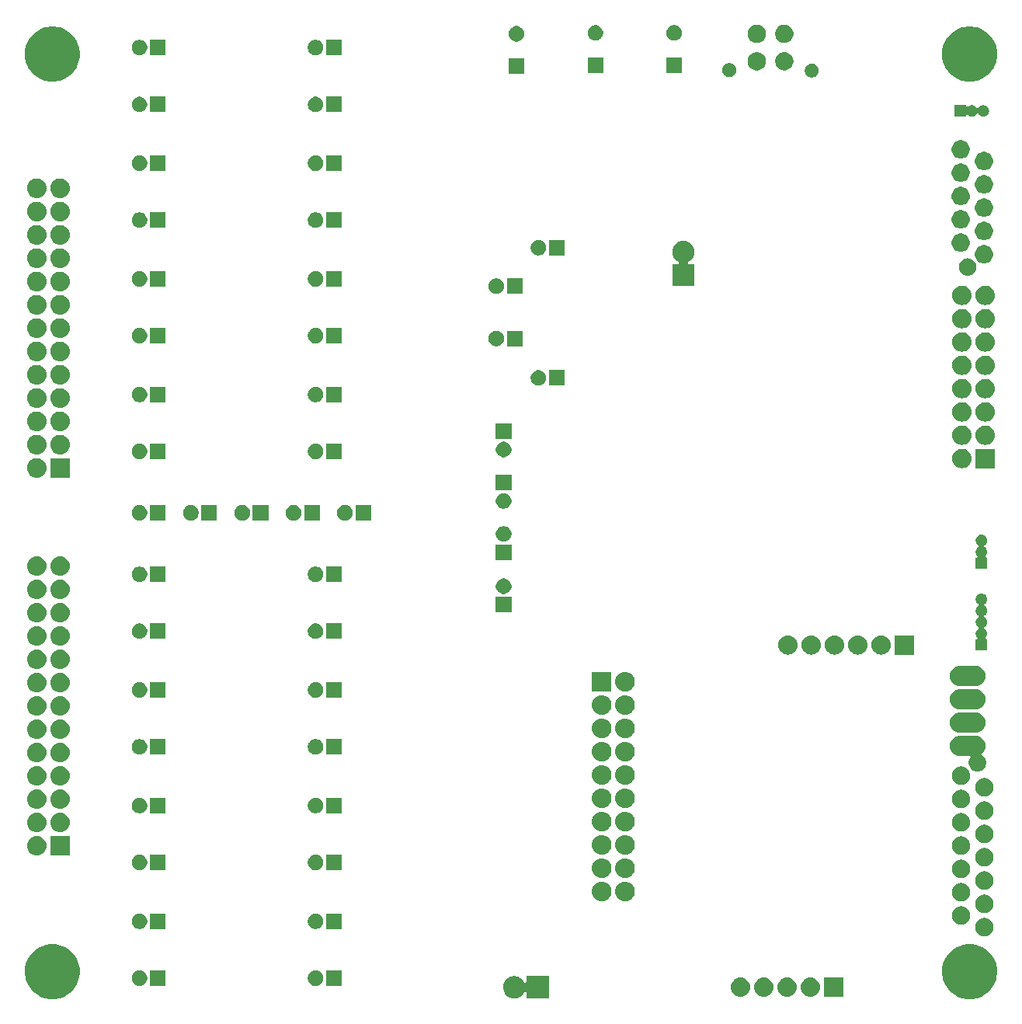
<source format=gbs>
G04 #@! TF.GenerationSoftware,KiCad,Pcbnew,(5.1.0-0)*
G04 #@! TF.CreationDate,2019-10-26T23:02:47+02:00*
G04 #@! TF.ProjectId,freeDSP-aurora,66726565-4453-4502-9d61-75726f72612e,rev?*
G04 #@! TF.SameCoordinates,Original*
G04 #@! TF.FileFunction,Soldermask,Bot*
G04 #@! TF.FilePolarity,Negative*
%FSLAX46Y46*%
G04 Gerber Fmt 4.6, Leading zero omitted, Abs format (unit mm)*
G04 Created by KiCad (PCBNEW (5.1.0-0)) date 2019-10-26 23:02:47*
%MOMM*%
%LPD*%
G04 APERTURE LIST*
%ADD10C,0.100000*%
G04 APERTURE END LIST*
D10*
G36*
X195681870Y-147076859D02*
G01*
X195875068Y-147115288D01*
X196421033Y-147341434D01*
X196668378Y-147506705D01*
X196912388Y-147669747D01*
X197330253Y-148087612D01*
X197658567Y-148578969D01*
X197884712Y-149124933D01*
X198000000Y-149704524D01*
X198000000Y-150295476D01*
X197945169Y-150571128D01*
X197884712Y-150875068D01*
X197658566Y-151421033D01*
X197330252Y-151912389D01*
X196912389Y-152330252D01*
X196421033Y-152658566D01*
X196421032Y-152658567D01*
X196421031Y-152658567D01*
X196282474Y-152715959D01*
X195875068Y-152884712D01*
X195806228Y-152898405D01*
X195295476Y-153000000D01*
X194704524Y-153000000D01*
X194193772Y-152898405D01*
X194124932Y-152884712D01*
X193717526Y-152715959D01*
X193578969Y-152658567D01*
X193578968Y-152658567D01*
X193578967Y-152658566D01*
X193087611Y-152330252D01*
X192669748Y-151912389D01*
X192341434Y-151421033D01*
X192115288Y-150875068D01*
X192054831Y-150571128D01*
X192000000Y-150295476D01*
X192000000Y-149704524D01*
X192115288Y-149124933D01*
X192341433Y-148578969D01*
X192669747Y-148087612D01*
X193087612Y-147669747D01*
X193331622Y-147506705D01*
X193578967Y-147341434D01*
X194124932Y-147115288D01*
X194318130Y-147076859D01*
X194704524Y-147000000D01*
X195295476Y-147000000D01*
X195681870Y-147076859D01*
X195681870Y-147076859D01*
G37*
G36*
X95681870Y-147076859D02*
G01*
X95875068Y-147115288D01*
X96421033Y-147341434D01*
X96668378Y-147506705D01*
X96912388Y-147669747D01*
X97330253Y-148087612D01*
X97658567Y-148578969D01*
X97884712Y-149124933D01*
X98000000Y-149704524D01*
X98000000Y-150295476D01*
X97945169Y-150571128D01*
X97884712Y-150875068D01*
X97658566Y-151421033D01*
X97330252Y-151912389D01*
X96912389Y-152330252D01*
X96421033Y-152658566D01*
X96421032Y-152658567D01*
X96421031Y-152658567D01*
X96282474Y-152715959D01*
X95875068Y-152884712D01*
X95806228Y-152898405D01*
X95295476Y-153000000D01*
X94704524Y-153000000D01*
X94193772Y-152898405D01*
X94124932Y-152884712D01*
X93717526Y-152715959D01*
X93578969Y-152658567D01*
X93578968Y-152658567D01*
X93578967Y-152658566D01*
X93087611Y-152330252D01*
X92669748Y-151912389D01*
X92341434Y-151421033D01*
X92115288Y-150875068D01*
X92054831Y-150571128D01*
X92000000Y-150295476D01*
X92000000Y-149704524D01*
X92115288Y-149124933D01*
X92341433Y-148578969D01*
X92669747Y-148087612D01*
X93087612Y-147669747D01*
X93331622Y-147506705D01*
X93578967Y-147341434D01*
X94124932Y-147115288D01*
X94318130Y-147076859D01*
X94704524Y-147000000D01*
X95295476Y-147000000D01*
X95681870Y-147076859D01*
X95681870Y-147076859D01*
G37*
G36*
X145479281Y-150489865D02*
G01*
X145598378Y-150501595D01*
X145827594Y-150571127D01*
X145827597Y-150571128D01*
X145975156Y-150650000D01*
X146038842Y-150684041D01*
X146224002Y-150835998D01*
X146375959Y-151021158D01*
X146375961Y-151021162D01*
X146448762Y-151157363D01*
X146462376Y-151177738D01*
X146479703Y-151195065D01*
X146500077Y-151208678D01*
X146522716Y-151218056D01*
X146546749Y-151222836D01*
X146571253Y-151222836D01*
X146595286Y-151218056D01*
X146617925Y-151208678D01*
X146638300Y-151195064D01*
X146655627Y-151177737D01*
X146669240Y-151157363D01*
X146678618Y-151134724D01*
X146684000Y-151098439D01*
X146684000Y-150484000D01*
X149116000Y-150484000D01*
X149116000Y-152916000D01*
X146684000Y-152916000D01*
X146684000Y-152301561D01*
X146681598Y-152277175D01*
X146674485Y-152253726D01*
X146662934Y-152232115D01*
X146647389Y-152213173D01*
X146628447Y-152197628D01*
X146606836Y-152186077D01*
X146583387Y-152178964D01*
X146559001Y-152176562D01*
X146534615Y-152178964D01*
X146511166Y-152186077D01*
X146489555Y-152197628D01*
X146470613Y-152213173D01*
X146448762Y-152242637D01*
X146375959Y-152378842D01*
X146224002Y-152564002D01*
X146038842Y-152715959D01*
X146038838Y-152715961D01*
X145827597Y-152828872D01*
X145827594Y-152828873D01*
X145598378Y-152898405D01*
X145479281Y-152910135D01*
X145419733Y-152916000D01*
X145300267Y-152916000D01*
X145240719Y-152910135D01*
X145121622Y-152898405D01*
X144892406Y-152828873D01*
X144892403Y-152828872D01*
X144681162Y-152715961D01*
X144681158Y-152715959D01*
X144495998Y-152564002D01*
X144344041Y-152378842D01*
X144318069Y-152330252D01*
X144231128Y-152167597D01*
X144211764Y-152103762D01*
X144161595Y-151938378D01*
X144138117Y-151700000D01*
X144161595Y-151461622D01*
X144231127Y-151232406D01*
X144231128Y-151232403D01*
X144344039Y-151021162D01*
X144344041Y-151021158D01*
X144495998Y-150835998D01*
X144681158Y-150684041D01*
X144744844Y-150650000D01*
X144892403Y-150571128D01*
X144892406Y-150571127D01*
X145121622Y-150501595D01*
X145240719Y-150489865D01*
X145300267Y-150484000D01*
X145419733Y-150484000D01*
X145479281Y-150489865D01*
X145479281Y-150489865D01*
G37*
G36*
X172688707Y-150657596D02*
G01*
X172765836Y-150665193D01*
X172963762Y-150725233D01*
X172963765Y-150725234D01*
X173146170Y-150822732D01*
X173306055Y-150953945D01*
X173437268Y-151113830D01*
X173534766Y-151296235D01*
X173534767Y-151296238D01*
X173594807Y-151494164D01*
X173615080Y-151700000D01*
X173594807Y-151905836D01*
X173534767Y-152103762D01*
X173534766Y-152103765D01*
X173437268Y-152286170D01*
X173306055Y-152446055D01*
X173146170Y-152577268D01*
X172963765Y-152674766D01*
X172963762Y-152674767D01*
X172765836Y-152734807D01*
X172688707Y-152742404D01*
X172611580Y-152750000D01*
X172508420Y-152750000D01*
X172431293Y-152742404D01*
X172354164Y-152734807D01*
X172156238Y-152674767D01*
X172156235Y-152674766D01*
X171973830Y-152577268D01*
X171813945Y-152446055D01*
X171682732Y-152286170D01*
X171585234Y-152103765D01*
X171585233Y-152103762D01*
X171525193Y-151905836D01*
X171504920Y-151700000D01*
X171525193Y-151494164D01*
X171585233Y-151296238D01*
X171585234Y-151296235D01*
X171682732Y-151113830D01*
X171813945Y-150953945D01*
X171973830Y-150822732D01*
X172156235Y-150725234D01*
X172156238Y-150725233D01*
X172354164Y-150665193D01*
X172431293Y-150657596D01*
X172508420Y-150650000D01*
X172611580Y-150650000D01*
X172688707Y-150657596D01*
X172688707Y-150657596D01*
G37*
G36*
X170148707Y-150657596D02*
G01*
X170225836Y-150665193D01*
X170423762Y-150725233D01*
X170423765Y-150725234D01*
X170606170Y-150822732D01*
X170766055Y-150953945D01*
X170897268Y-151113830D01*
X170994766Y-151296235D01*
X170994767Y-151296238D01*
X171054807Y-151494164D01*
X171075080Y-151700000D01*
X171054807Y-151905836D01*
X170994767Y-152103762D01*
X170994766Y-152103765D01*
X170897268Y-152286170D01*
X170766055Y-152446055D01*
X170606170Y-152577268D01*
X170423765Y-152674766D01*
X170423762Y-152674767D01*
X170225836Y-152734807D01*
X170148707Y-152742404D01*
X170071580Y-152750000D01*
X169968420Y-152750000D01*
X169891293Y-152742404D01*
X169814164Y-152734807D01*
X169616238Y-152674767D01*
X169616235Y-152674766D01*
X169433830Y-152577268D01*
X169273945Y-152446055D01*
X169142732Y-152286170D01*
X169045234Y-152103765D01*
X169045233Y-152103762D01*
X168985193Y-151905836D01*
X168964920Y-151700000D01*
X168985193Y-151494164D01*
X169045233Y-151296238D01*
X169045234Y-151296235D01*
X169142732Y-151113830D01*
X169273945Y-150953945D01*
X169433830Y-150822732D01*
X169616235Y-150725234D01*
X169616238Y-150725233D01*
X169814164Y-150665193D01*
X169891293Y-150657596D01*
X169968420Y-150650000D01*
X170071580Y-150650000D01*
X170148707Y-150657596D01*
X170148707Y-150657596D01*
G37*
G36*
X181230000Y-152750000D02*
G01*
X179130000Y-152750000D01*
X179130000Y-150650000D01*
X181230000Y-150650000D01*
X181230000Y-152750000D01*
X181230000Y-152750000D01*
G37*
G36*
X177768707Y-150657596D02*
G01*
X177845836Y-150665193D01*
X178043762Y-150725233D01*
X178043765Y-150725234D01*
X178226170Y-150822732D01*
X178386055Y-150953945D01*
X178517268Y-151113830D01*
X178614766Y-151296235D01*
X178614767Y-151296238D01*
X178674807Y-151494164D01*
X178695080Y-151700000D01*
X178674807Y-151905836D01*
X178614767Y-152103762D01*
X178614766Y-152103765D01*
X178517268Y-152286170D01*
X178386055Y-152446055D01*
X178226170Y-152577268D01*
X178043765Y-152674766D01*
X178043762Y-152674767D01*
X177845836Y-152734807D01*
X177768707Y-152742404D01*
X177691580Y-152750000D01*
X177588420Y-152750000D01*
X177511293Y-152742404D01*
X177434164Y-152734807D01*
X177236238Y-152674767D01*
X177236235Y-152674766D01*
X177053830Y-152577268D01*
X176893945Y-152446055D01*
X176762732Y-152286170D01*
X176665234Y-152103765D01*
X176665233Y-152103762D01*
X176605193Y-151905836D01*
X176584920Y-151700000D01*
X176605193Y-151494164D01*
X176665233Y-151296238D01*
X176665234Y-151296235D01*
X176762732Y-151113830D01*
X176893945Y-150953945D01*
X177053830Y-150822732D01*
X177236235Y-150725234D01*
X177236238Y-150725233D01*
X177434164Y-150665193D01*
X177511293Y-150657596D01*
X177588420Y-150650000D01*
X177691580Y-150650000D01*
X177768707Y-150657596D01*
X177768707Y-150657596D01*
G37*
G36*
X175228707Y-150657596D02*
G01*
X175305836Y-150665193D01*
X175503762Y-150725233D01*
X175503765Y-150725234D01*
X175686170Y-150822732D01*
X175846055Y-150953945D01*
X175977268Y-151113830D01*
X176074766Y-151296235D01*
X176074767Y-151296238D01*
X176134807Y-151494164D01*
X176155080Y-151700000D01*
X176134807Y-151905836D01*
X176074767Y-152103762D01*
X176074766Y-152103765D01*
X175977268Y-152286170D01*
X175846055Y-152446055D01*
X175686170Y-152577268D01*
X175503765Y-152674766D01*
X175503762Y-152674767D01*
X175305836Y-152734807D01*
X175228707Y-152742404D01*
X175151580Y-152750000D01*
X175048420Y-152750000D01*
X174971293Y-152742404D01*
X174894164Y-152734807D01*
X174696238Y-152674767D01*
X174696235Y-152674766D01*
X174513830Y-152577268D01*
X174353945Y-152446055D01*
X174222732Y-152286170D01*
X174125234Y-152103765D01*
X174125233Y-152103762D01*
X174065193Y-151905836D01*
X174044920Y-151700000D01*
X174065193Y-151494164D01*
X174125233Y-151296238D01*
X174125234Y-151296235D01*
X174222732Y-151113830D01*
X174353945Y-150953945D01*
X174513830Y-150822732D01*
X174696235Y-150725234D01*
X174696238Y-150725233D01*
X174894164Y-150665193D01*
X174971293Y-150657596D01*
X175048420Y-150650000D01*
X175151580Y-150650000D01*
X175228707Y-150657596D01*
X175228707Y-150657596D01*
G37*
G36*
X126550000Y-151550000D02*
G01*
X124850000Y-151550000D01*
X124850000Y-149850000D01*
X126550000Y-149850000D01*
X126550000Y-151550000D01*
X126550000Y-151550000D01*
G37*
G36*
X123947935Y-149882664D02*
G01*
X124102624Y-149946739D01*
X124102626Y-149946740D01*
X124241844Y-150039762D01*
X124360238Y-150158156D01*
X124453260Y-150297374D01*
X124453261Y-150297376D01*
X124517336Y-150452065D01*
X124550000Y-150616281D01*
X124550000Y-150783719D01*
X124517336Y-150947935D01*
X124453261Y-151102624D01*
X124453260Y-151102626D01*
X124360238Y-151241844D01*
X124241844Y-151360238D01*
X124102626Y-151453260D01*
X124102625Y-151453261D01*
X124102624Y-151453261D01*
X123947935Y-151517336D01*
X123783719Y-151550000D01*
X123616281Y-151550000D01*
X123452065Y-151517336D01*
X123297376Y-151453261D01*
X123297375Y-151453261D01*
X123297374Y-151453260D01*
X123158156Y-151360238D01*
X123039762Y-151241844D01*
X122946740Y-151102626D01*
X122946739Y-151102624D01*
X122882664Y-150947935D01*
X122850000Y-150783719D01*
X122850000Y-150616281D01*
X122882664Y-150452065D01*
X122946739Y-150297376D01*
X122946740Y-150297374D01*
X123039762Y-150158156D01*
X123158156Y-150039762D01*
X123297374Y-149946740D01*
X123297376Y-149946739D01*
X123452065Y-149882664D01*
X123616281Y-149850000D01*
X123783719Y-149850000D01*
X123947935Y-149882664D01*
X123947935Y-149882664D01*
G37*
G36*
X107350000Y-151550000D02*
G01*
X105650000Y-151550000D01*
X105650000Y-149850000D01*
X107350000Y-149850000D01*
X107350000Y-151550000D01*
X107350000Y-151550000D01*
G37*
G36*
X104747935Y-149882664D02*
G01*
X104902624Y-149946739D01*
X104902626Y-149946740D01*
X105041844Y-150039762D01*
X105160238Y-150158156D01*
X105253260Y-150297374D01*
X105253261Y-150297376D01*
X105317336Y-150452065D01*
X105350000Y-150616281D01*
X105350000Y-150783719D01*
X105317336Y-150947935D01*
X105253261Y-151102624D01*
X105253260Y-151102626D01*
X105160238Y-151241844D01*
X105041844Y-151360238D01*
X104902626Y-151453260D01*
X104902625Y-151453261D01*
X104902624Y-151453261D01*
X104747935Y-151517336D01*
X104583719Y-151550000D01*
X104416281Y-151550000D01*
X104252065Y-151517336D01*
X104097376Y-151453261D01*
X104097375Y-151453261D01*
X104097374Y-151453260D01*
X103958156Y-151360238D01*
X103839762Y-151241844D01*
X103746740Y-151102626D01*
X103746739Y-151102624D01*
X103682664Y-150947935D01*
X103650000Y-150783719D01*
X103650000Y-150616281D01*
X103682664Y-150452065D01*
X103746739Y-150297376D01*
X103746740Y-150297374D01*
X103839762Y-150158156D01*
X103958156Y-150039762D01*
X104097374Y-149946740D01*
X104097376Y-149946739D01*
X104252065Y-149882664D01*
X104416281Y-149850000D01*
X104583719Y-149850000D01*
X104747935Y-149882664D01*
X104747935Y-149882664D01*
G37*
G36*
X196827290Y-144165619D02*
G01*
X196891689Y-144178429D01*
X197073678Y-144253811D01*
X197237463Y-144363249D01*
X197376751Y-144502537D01*
X197486189Y-144666322D01*
X197554637Y-144831571D01*
X197561571Y-144848312D01*
X197600000Y-145041507D01*
X197600000Y-145238493D01*
X197597062Y-145253261D01*
X197561571Y-145431689D01*
X197486189Y-145613678D01*
X197376751Y-145777463D01*
X197237463Y-145916751D01*
X197073678Y-146026189D01*
X196891689Y-146101571D01*
X196827290Y-146114381D01*
X196698493Y-146140000D01*
X196501507Y-146140000D01*
X196372710Y-146114381D01*
X196308311Y-146101571D01*
X196126322Y-146026189D01*
X195962537Y-145916751D01*
X195823249Y-145777463D01*
X195713811Y-145613678D01*
X195638429Y-145431689D01*
X195602938Y-145253261D01*
X195600000Y-145238493D01*
X195600000Y-145041507D01*
X195638429Y-144848312D01*
X195645363Y-144831571D01*
X195713811Y-144666322D01*
X195823249Y-144502537D01*
X195962537Y-144363249D01*
X196126322Y-144253811D01*
X196308311Y-144178429D01*
X196372710Y-144165619D01*
X196501507Y-144140000D01*
X196698493Y-144140000D01*
X196827290Y-144165619D01*
X196827290Y-144165619D01*
G37*
G36*
X126550000Y-145350000D02*
G01*
X124850000Y-145350000D01*
X124850000Y-143650000D01*
X126550000Y-143650000D01*
X126550000Y-145350000D01*
X126550000Y-145350000D01*
G37*
G36*
X123947935Y-143682664D02*
G01*
X124102624Y-143746739D01*
X124102626Y-143746740D01*
X124241844Y-143839762D01*
X124360238Y-143958156D01*
X124453260Y-144097374D01*
X124453261Y-144097376D01*
X124517336Y-144252065D01*
X124550000Y-144416281D01*
X124550000Y-144583719D01*
X124517336Y-144747935D01*
X124482692Y-144831571D01*
X124453260Y-144902626D01*
X124360238Y-145041844D01*
X124241844Y-145160238D01*
X124102626Y-145253260D01*
X124102625Y-145253261D01*
X124102624Y-145253261D01*
X123947935Y-145317336D01*
X123783719Y-145350000D01*
X123616281Y-145350000D01*
X123452065Y-145317336D01*
X123297376Y-145253261D01*
X123297375Y-145253261D01*
X123297374Y-145253260D01*
X123158156Y-145160238D01*
X123039762Y-145041844D01*
X122946740Y-144902626D01*
X122917308Y-144831571D01*
X122882664Y-144747935D01*
X122850000Y-144583719D01*
X122850000Y-144416281D01*
X122882664Y-144252065D01*
X122946739Y-144097376D01*
X122946740Y-144097374D01*
X123039762Y-143958156D01*
X123158156Y-143839762D01*
X123297374Y-143746740D01*
X123297376Y-143746739D01*
X123452065Y-143682664D01*
X123616281Y-143650000D01*
X123783719Y-143650000D01*
X123947935Y-143682664D01*
X123947935Y-143682664D01*
G37*
G36*
X104747935Y-143682664D02*
G01*
X104902624Y-143746739D01*
X104902626Y-143746740D01*
X105041844Y-143839762D01*
X105160238Y-143958156D01*
X105253260Y-144097374D01*
X105253261Y-144097376D01*
X105317336Y-144252065D01*
X105350000Y-144416281D01*
X105350000Y-144583719D01*
X105317336Y-144747935D01*
X105282692Y-144831571D01*
X105253260Y-144902626D01*
X105160238Y-145041844D01*
X105041844Y-145160238D01*
X104902626Y-145253260D01*
X104902625Y-145253261D01*
X104902624Y-145253261D01*
X104747935Y-145317336D01*
X104583719Y-145350000D01*
X104416281Y-145350000D01*
X104252065Y-145317336D01*
X104097376Y-145253261D01*
X104097375Y-145253261D01*
X104097374Y-145253260D01*
X103958156Y-145160238D01*
X103839762Y-145041844D01*
X103746740Y-144902626D01*
X103717308Y-144831571D01*
X103682664Y-144747935D01*
X103650000Y-144583719D01*
X103650000Y-144416281D01*
X103682664Y-144252065D01*
X103746739Y-144097376D01*
X103746740Y-144097374D01*
X103839762Y-143958156D01*
X103958156Y-143839762D01*
X104097374Y-143746740D01*
X104097376Y-143746739D01*
X104252065Y-143682664D01*
X104416281Y-143650000D01*
X104583719Y-143650000D01*
X104747935Y-143682664D01*
X104747935Y-143682664D01*
G37*
G36*
X107350000Y-145350000D02*
G01*
X105650000Y-145350000D01*
X105650000Y-143650000D01*
X107350000Y-143650000D01*
X107350000Y-145350000D01*
X107350000Y-145350000D01*
G37*
G36*
X194287290Y-142895619D02*
G01*
X194351689Y-142908429D01*
X194533678Y-142983811D01*
X194697463Y-143093249D01*
X194836751Y-143232537D01*
X194946189Y-143396322D01*
X195014637Y-143561571D01*
X195021571Y-143578312D01*
X195055074Y-143746740D01*
X195060000Y-143771509D01*
X195060000Y-143968491D01*
X195021571Y-144161689D01*
X194946189Y-144343678D01*
X194836751Y-144507463D01*
X194697463Y-144646751D01*
X194533678Y-144756189D01*
X194351689Y-144831571D01*
X194287290Y-144844381D01*
X194158493Y-144870000D01*
X193961507Y-144870000D01*
X193832710Y-144844381D01*
X193768311Y-144831571D01*
X193586322Y-144756189D01*
X193422537Y-144646751D01*
X193283249Y-144507463D01*
X193173811Y-144343678D01*
X193098429Y-144161689D01*
X193060000Y-143968491D01*
X193060000Y-143771509D01*
X193064927Y-143746740D01*
X193098429Y-143578312D01*
X193105363Y-143561571D01*
X193173811Y-143396322D01*
X193283249Y-143232537D01*
X193422537Y-143093249D01*
X193586322Y-142983811D01*
X193768311Y-142908429D01*
X193832710Y-142895619D01*
X193961507Y-142870000D01*
X194158493Y-142870000D01*
X194287290Y-142895619D01*
X194287290Y-142895619D01*
G37*
G36*
X196827290Y-141625619D02*
G01*
X196891689Y-141638429D01*
X197073678Y-141713811D01*
X197237463Y-141823249D01*
X197376751Y-141962537D01*
X197486189Y-142126322D01*
X197561571Y-142308311D01*
X197600000Y-142501509D01*
X197600000Y-142698491D01*
X197561571Y-142891689D01*
X197486189Y-143073678D01*
X197376751Y-143237463D01*
X197237463Y-143376751D01*
X197073678Y-143486189D01*
X196891689Y-143561571D01*
X196827290Y-143574381D01*
X196698493Y-143600000D01*
X196501507Y-143600000D01*
X196372710Y-143574381D01*
X196308311Y-143561571D01*
X196126322Y-143486189D01*
X195962537Y-143376751D01*
X195823249Y-143237463D01*
X195713811Y-143073678D01*
X195638429Y-142891689D01*
X195600000Y-142698491D01*
X195600000Y-142501509D01*
X195638429Y-142308311D01*
X195713811Y-142126322D01*
X195823249Y-141962537D01*
X195962537Y-141823249D01*
X196126322Y-141713811D01*
X196308311Y-141638429D01*
X196372710Y-141625619D01*
X196501507Y-141600000D01*
X196698493Y-141600000D01*
X196827290Y-141625619D01*
X196827290Y-141625619D01*
G37*
G36*
X194287290Y-140355619D02*
G01*
X194351689Y-140368429D01*
X194533678Y-140443811D01*
X194697463Y-140553249D01*
X194836751Y-140692537D01*
X194946189Y-140856322D01*
X195014637Y-141021571D01*
X195021571Y-141038312D01*
X195060000Y-141231507D01*
X195060000Y-141428493D01*
X195034381Y-141557290D01*
X195021571Y-141621689D01*
X194946189Y-141803678D01*
X194836751Y-141967463D01*
X194697463Y-142106751D01*
X194533678Y-142216189D01*
X194351689Y-142291571D01*
X194287290Y-142304381D01*
X194158493Y-142330000D01*
X193961507Y-142330000D01*
X193832710Y-142304381D01*
X193768311Y-142291571D01*
X193586322Y-142216189D01*
X193422537Y-142106751D01*
X193283249Y-141967463D01*
X193173811Y-141803678D01*
X193098429Y-141621689D01*
X193085619Y-141557290D01*
X193060000Y-141428493D01*
X193060000Y-141231507D01*
X193098429Y-141038312D01*
X193105363Y-141021571D01*
X193173811Y-140856322D01*
X193283249Y-140692537D01*
X193422537Y-140553249D01*
X193586322Y-140443811D01*
X193768311Y-140368429D01*
X193832710Y-140355619D01*
X193961507Y-140330000D01*
X194158493Y-140330000D01*
X194287290Y-140355619D01*
X194287290Y-140355619D01*
G37*
G36*
X157648500Y-140211789D02*
G01*
X157848994Y-140272608D01*
X158033759Y-140371367D01*
X158033762Y-140371369D01*
X158033763Y-140371370D01*
X158195718Y-140504282D01*
X158328630Y-140666237D01*
X158328633Y-140666241D01*
X158427392Y-140851006D01*
X158488211Y-141051500D01*
X158508746Y-141260000D01*
X158488211Y-141468500D01*
X158427392Y-141668994D01*
X158328633Y-141853759D01*
X158328631Y-141853762D01*
X158328630Y-141853763D01*
X158195718Y-142015718D01*
X158033763Y-142148630D01*
X158033759Y-142148633D01*
X157848994Y-142247392D01*
X157648500Y-142308211D01*
X157492251Y-142323600D01*
X157387749Y-142323600D01*
X157231500Y-142308211D01*
X157031006Y-142247392D01*
X156846241Y-142148633D01*
X156846237Y-142148630D01*
X156684282Y-142015718D01*
X156551370Y-141853763D01*
X156551369Y-141853762D01*
X156551367Y-141853759D01*
X156452608Y-141668994D01*
X156391789Y-141468500D01*
X156371254Y-141260000D01*
X156391789Y-141051500D01*
X156452608Y-140851006D01*
X156551367Y-140666241D01*
X156551370Y-140666237D01*
X156684282Y-140504282D01*
X156846237Y-140371370D01*
X156846238Y-140371369D01*
X156846241Y-140371367D01*
X157031006Y-140272608D01*
X157231500Y-140211789D01*
X157387749Y-140196400D01*
X157492251Y-140196400D01*
X157648500Y-140211789D01*
X157648500Y-140211789D01*
G37*
G36*
X155108500Y-140211789D02*
G01*
X155308994Y-140272608D01*
X155493759Y-140371367D01*
X155493762Y-140371369D01*
X155493763Y-140371370D01*
X155655718Y-140504282D01*
X155788630Y-140666237D01*
X155788633Y-140666241D01*
X155887392Y-140851006D01*
X155948211Y-141051500D01*
X155968746Y-141260000D01*
X155948211Y-141468500D01*
X155887392Y-141668994D01*
X155788633Y-141853759D01*
X155788631Y-141853762D01*
X155788630Y-141853763D01*
X155655718Y-142015718D01*
X155493763Y-142148630D01*
X155493759Y-142148633D01*
X155308994Y-142247392D01*
X155108500Y-142308211D01*
X154952251Y-142323600D01*
X154847749Y-142323600D01*
X154691500Y-142308211D01*
X154491006Y-142247392D01*
X154306241Y-142148633D01*
X154306237Y-142148630D01*
X154144282Y-142015718D01*
X154011370Y-141853763D01*
X154011369Y-141853762D01*
X154011367Y-141853759D01*
X153912608Y-141668994D01*
X153851789Y-141468500D01*
X153831254Y-141260000D01*
X153851789Y-141051500D01*
X153912608Y-140851006D01*
X154011367Y-140666241D01*
X154011370Y-140666237D01*
X154144282Y-140504282D01*
X154306237Y-140371370D01*
X154306238Y-140371369D01*
X154306241Y-140371367D01*
X154491006Y-140272608D01*
X154691500Y-140211789D01*
X154847749Y-140196400D01*
X154952251Y-140196400D01*
X155108500Y-140211789D01*
X155108500Y-140211789D01*
G37*
G36*
X196827290Y-139085619D02*
G01*
X196891689Y-139098429D01*
X197073678Y-139173811D01*
X197237463Y-139283249D01*
X197376751Y-139422537D01*
X197486189Y-139586322D01*
X197561571Y-139768311D01*
X197561571Y-139768312D01*
X197600000Y-139961507D01*
X197600000Y-140158493D01*
X197577301Y-140272607D01*
X197561571Y-140351689D01*
X197486189Y-140533678D01*
X197376751Y-140697463D01*
X197237463Y-140836751D01*
X197073678Y-140946189D01*
X196891689Y-141021571D01*
X196827290Y-141034381D01*
X196698493Y-141060000D01*
X196501507Y-141060000D01*
X196372710Y-141034381D01*
X196308311Y-141021571D01*
X196126322Y-140946189D01*
X195962537Y-140836751D01*
X195823249Y-140697463D01*
X195713811Y-140533678D01*
X195638429Y-140351689D01*
X195622699Y-140272607D01*
X195600000Y-140158493D01*
X195600000Y-139961507D01*
X195638429Y-139768312D01*
X195638429Y-139768311D01*
X195713811Y-139586322D01*
X195823249Y-139422537D01*
X195962537Y-139283249D01*
X196126322Y-139173811D01*
X196308311Y-139098429D01*
X196372710Y-139085619D01*
X196501507Y-139060000D01*
X196698493Y-139060000D01*
X196827290Y-139085619D01*
X196827290Y-139085619D01*
G37*
G36*
X194287290Y-137815619D02*
G01*
X194351689Y-137828429D01*
X194533678Y-137903811D01*
X194697463Y-138013249D01*
X194836751Y-138152537D01*
X194946189Y-138316322D01*
X195014637Y-138481571D01*
X195021571Y-138498312D01*
X195060000Y-138691507D01*
X195060000Y-138888493D01*
X195047765Y-138950000D01*
X195021571Y-139081689D01*
X194946189Y-139263678D01*
X194836751Y-139427463D01*
X194697463Y-139566751D01*
X194533678Y-139676189D01*
X194351689Y-139751571D01*
X194287290Y-139764381D01*
X194158493Y-139790000D01*
X193961507Y-139790000D01*
X193832710Y-139764381D01*
X193768311Y-139751571D01*
X193586322Y-139676189D01*
X193422537Y-139566751D01*
X193283249Y-139427463D01*
X193173811Y-139263678D01*
X193098429Y-139081689D01*
X193072235Y-138950000D01*
X193060000Y-138888493D01*
X193060000Y-138691507D01*
X193098429Y-138498312D01*
X193105363Y-138481571D01*
X193173811Y-138316322D01*
X193283249Y-138152537D01*
X193422537Y-138013249D01*
X193586322Y-137903811D01*
X193768311Y-137828429D01*
X193832710Y-137815619D01*
X193961507Y-137790000D01*
X194158493Y-137790000D01*
X194287290Y-137815619D01*
X194287290Y-137815619D01*
G37*
G36*
X155108500Y-137671789D02*
G01*
X155308994Y-137732608D01*
X155493759Y-137831367D01*
X155493762Y-137831369D01*
X155493763Y-137831370D01*
X155655718Y-137964282D01*
X155788630Y-138126237D01*
X155788633Y-138126241D01*
X155887392Y-138311006D01*
X155948211Y-138511500D01*
X155968746Y-138720000D01*
X155948211Y-138928500D01*
X155887392Y-139128994D01*
X155788633Y-139313759D01*
X155788631Y-139313762D01*
X155788630Y-139313763D01*
X155655718Y-139475718D01*
X155493763Y-139608630D01*
X155493759Y-139608633D01*
X155308994Y-139707392D01*
X155108500Y-139768211D01*
X154952251Y-139783600D01*
X154847749Y-139783600D01*
X154691500Y-139768211D01*
X154491006Y-139707392D01*
X154306241Y-139608633D01*
X154306237Y-139608630D01*
X154144282Y-139475718D01*
X154011370Y-139313763D01*
X154011369Y-139313762D01*
X154011367Y-139313759D01*
X153912608Y-139128994D01*
X153851789Y-138928500D01*
X153831254Y-138720000D01*
X153851789Y-138511500D01*
X153912608Y-138311006D01*
X154011367Y-138126241D01*
X154011370Y-138126237D01*
X154144282Y-137964282D01*
X154306237Y-137831370D01*
X154306238Y-137831369D01*
X154306241Y-137831367D01*
X154491006Y-137732608D01*
X154691500Y-137671789D01*
X154847749Y-137656400D01*
X154952251Y-137656400D01*
X155108500Y-137671789D01*
X155108500Y-137671789D01*
G37*
G36*
X157648500Y-137671789D02*
G01*
X157848994Y-137732608D01*
X158033759Y-137831367D01*
X158033762Y-137831369D01*
X158033763Y-137831370D01*
X158195718Y-137964282D01*
X158328630Y-138126237D01*
X158328633Y-138126241D01*
X158427392Y-138311006D01*
X158488211Y-138511500D01*
X158508746Y-138720000D01*
X158488211Y-138928500D01*
X158427392Y-139128994D01*
X158328633Y-139313759D01*
X158328631Y-139313762D01*
X158328630Y-139313763D01*
X158195718Y-139475718D01*
X158033763Y-139608630D01*
X158033759Y-139608633D01*
X157848994Y-139707392D01*
X157648500Y-139768211D01*
X157492251Y-139783600D01*
X157387749Y-139783600D01*
X157231500Y-139768211D01*
X157031006Y-139707392D01*
X156846241Y-139608633D01*
X156846237Y-139608630D01*
X156684282Y-139475718D01*
X156551370Y-139313763D01*
X156551369Y-139313762D01*
X156551367Y-139313759D01*
X156452608Y-139128994D01*
X156391789Y-138928500D01*
X156371254Y-138720000D01*
X156391789Y-138511500D01*
X156452608Y-138311006D01*
X156551367Y-138126241D01*
X156551370Y-138126237D01*
X156684282Y-137964282D01*
X156846237Y-137831370D01*
X156846238Y-137831369D01*
X156846241Y-137831367D01*
X157031006Y-137732608D01*
X157231500Y-137671789D01*
X157387749Y-137656400D01*
X157492251Y-137656400D01*
X157648500Y-137671789D01*
X157648500Y-137671789D01*
G37*
G36*
X126550000Y-138950000D02*
G01*
X124850000Y-138950000D01*
X124850000Y-137250000D01*
X126550000Y-137250000D01*
X126550000Y-138950000D01*
X126550000Y-138950000D01*
G37*
G36*
X123947935Y-137282664D02*
G01*
X124102624Y-137346739D01*
X124102626Y-137346740D01*
X124241844Y-137439762D01*
X124360238Y-137558156D01*
X124436165Y-137671790D01*
X124453261Y-137697376D01*
X124517336Y-137852065D01*
X124550000Y-138016281D01*
X124550000Y-138183719D01*
X124517336Y-138347935D01*
X124455047Y-138498312D01*
X124453260Y-138502626D01*
X124360238Y-138641844D01*
X124241844Y-138760238D01*
X124102626Y-138853260D01*
X124102625Y-138853261D01*
X124102624Y-138853261D01*
X123947935Y-138917336D01*
X123783719Y-138950000D01*
X123616281Y-138950000D01*
X123452065Y-138917336D01*
X123297376Y-138853261D01*
X123297375Y-138853261D01*
X123297374Y-138853260D01*
X123158156Y-138760238D01*
X123039762Y-138641844D01*
X122946740Y-138502626D01*
X122944953Y-138498312D01*
X122882664Y-138347935D01*
X122850000Y-138183719D01*
X122850000Y-138016281D01*
X122882664Y-137852065D01*
X122946739Y-137697376D01*
X122963835Y-137671790D01*
X123039762Y-137558156D01*
X123158156Y-137439762D01*
X123297374Y-137346740D01*
X123297376Y-137346739D01*
X123452065Y-137282664D01*
X123616281Y-137250000D01*
X123783719Y-137250000D01*
X123947935Y-137282664D01*
X123947935Y-137282664D01*
G37*
G36*
X107350000Y-138950000D02*
G01*
X105650000Y-138950000D01*
X105650000Y-137250000D01*
X107350000Y-137250000D01*
X107350000Y-138950000D01*
X107350000Y-138950000D01*
G37*
G36*
X104747935Y-137282664D02*
G01*
X104902624Y-137346739D01*
X104902626Y-137346740D01*
X105041844Y-137439762D01*
X105160238Y-137558156D01*
X105236165Y-137671790D01*
X105253261Y-137697376D01*
X105317336Y-137852065D01*
X105350000Y-138016281D01*
X105350000Y-138183719D01*
X105317336Y-138347935D01*
X105255047Y-138498312D01*
X105253260Y-138502626D01*
X105160238Y-138641844D01*
X105041844Y-138760238D01*
X104902626Y-138853260D01*
X104902625Y-138853261D01*
X104902624Y-138853261D01*
X104747935Y-138917336D01*
X104583719Y-138950000D01*
X104416281Y-138950000D01*
X104252065Y-138917336D01*
X104097376Y-138853261D01*
X104097375Y-138853261D01*
X104097374Y-138853260D01*
X103958156Y-138760238D01*
X103839762Y-138641844D01*
X103746740Y-138502626D01*
X103744953Y-138498312D01*
X103682664Y-138347935D01*
X103650000Y-138183719D01*
X103650000Y-138016281D01*
X103682664Y-137852065D01*
X103746739Y-137697376D01*
X103763835Y-137671790D01*
X103839762Y-137558156D01*
X103958156Y-137439762D01*
X104097374Y-137346740D01*
X104097376Y-137346739D01*
X104252065Y-137282664D01*
X104416281Y-137250000D01*
X104583719Y-137250000D01*
X104747935Y-137282664D01*
X104747935Y-137282664D01*
G37*
G36*
X196827290Y-136545619D02*
G01*
X196891689Y-136558429D01*
X197073678Y-136633811D01*
X197237463Y-136743249D01*
X197376751Y-136882537D01*
X197486189Y-137046322D01*
X197561571Y-137228311D01*
X197561571Y-137228312D01*
X197600000Y-137421507D01*
X197600000Y-137618493D01*
X197584309Y-137697376D01*
X197561571Y-137811689D01*
X197486189Y-137993678D01*
X197376751Y-138157463D01*
X197237463Y-138296751D01*
X197073678Y-138406189D01*
X196891689Y-138481571D01*
X196827290Y-138494381D01*
X196698493Y-138520000D01*
X196501507Y-138520000D01*
X196372710Y-138494381D01*
X196308311Y-138481571D01*
X196126322Y-138406189D01*
X195962537Y-138296751D01*
X195823249Y-138157463D01*
X195713811Y-137993678D01*
X195638429Y-137811689D01*
X195615691Y-137697376D01*
X195600000Y-137618493D01*
X195600000Y-137421507D01*
X195638429Y-137228312D01*
X195638429Y-137228311D01*
X195713811Y-137046322D01*
X195823249Y-136882537D01*
X195962537Y-136743249D01*
X196126322Y-136633811D01*
X196308311Y-136558429D01*
X196372710Y-136545619D01*
X196501507Y-136520000D01*
X196698493Y-136520000D01*
X196827290Y-136545619D01*
X196827290Y-136545619D01*
G37*
G36*
X93518500Y-135231789D02*
G01*
X93718994Y-135292608D01*
X93903759Y-135391367D01*
X93903762Y-135391369D01*
X93903763Y-135391370D01*
X94065718Y-135524282D01*
X94198630Y-135686237D01*
X94198633Y-135686241D01*
X94297392Y-135871006D01*
X94358211Y-136071500D01*
X94378746Y-136280000D01*
X94358211Y-136488500D01*
X94297392Y-136688994D01*
X94198633Y-136873759D01*
X94198631Y-136873762D01*
X94198630Y-136873763D01*
X94065718Y-137035718D01*
X93905270Y-137167393D01*
X93903759Y-137168633D01*
X93718994Y-137267392D01*
X93518500Y-137328211D01*
X93362251Y-137343600D01*
X93257749Y-137343600D01*
X93101500Y-137328211D01*
X92901006Y-137267392D01*
X92716241Y-137168633D01*
X92714730Y-137167393D01*
X92554282Y-137035718D01*
X92421370Y-136873763D01*
X92421369Y-136873762D01*
X92421367Y-136873759D01*
X92322608Y-136688994D01*
X92261789Y-136488500D01*
X92241254Y-136280000D01*
X92261789Y-136071500D01*
X92322608Y-135871006D01*
X92421367Y-135686241D01*
X92421370Y-135686237D01*
X92554282Y-135524282D01*
X92716237Y-135391370D01*
X92716238Y-135391369D01*
X92716241Y-135391367D01*
X92901006Y-135292608D01*
X93101500Y-135231789D01*
X93257749Y-135216400D01*
X93362251Y-135216400D01*
X93518500Y-135231789D01*
X93518500Y-135231789D01*
G37*
G36*
X96913600Y-137343600D02*
G01*
X94786400Y-137343600D01*
X94786400Y-135216400D01*
X96913600Y-135216400D01*
X96913600Y-137343600D01*
X96913600Y-137343600D01*
G37*
G36*
X194287290Y-135275619D02*
G01*
X194351689Y-135288429D01*
X194533678Y-135363811D01*
X194697463Y-135473249D01*
X194836751Y-135612537D01*
X194946189Y-135776322D01*
X194985408Y-135871006D01*
X195021571Y-135958312D01*
X195060000Y-136151507D01*
X195060000Y-136348493D01*
X195034381Y-136477290D01*
X195021571Y-136541689D01*
X194946189Y-136723678D01*
X194836751Y-136887463D01*
X194697463Y-137026751D01*
X194533678Y-137136189D01*
X194351689Y-137211571D01*
X194287290Y-137224381D01*
X194158493Y-137250000D01*
X193961507Y-137250000D01*
X193832710Y-137224381D01*
X193768311Y-137211571D01*
X193586322Y-137136189D01*
X193422537Y-137026751D01*
X193283249Y-136887463D01*
X193173811Y-136723678D01*
X193098429Y-136541689D01*
X193085619Y-136477290D01*
X193060000Y-136348493D01*
X193060000Y-136151507D01*
X193098429Y-135958312D01*
X193134592Y-135871006D01*
X193173811Y-135776322D01*
X193283249Y-135612537D01*
X193422537Y-135473249D01*
X193586322Y-135363811D01*
X193768311Y-135288429D01*
X193832710Y-135275619D01*
X193961507Y-135250000D01*
X194158493Y-135250000D01*
X194287290Y-135275619D01*
X194287290Y-135275619D01*
G37*
G36*
X155108500Y-135131789D02*
G01*
X155308994Y-135192608D01*
X155493759Y-135291367D01*
X155493762Y-135291369D01*
X155493763Y-135291370D01*
X155655718Y-135424282D01*
X155788630Y-135586237D01*
X155788633Y-135586241D01*
X155887392Y-135771006D01*
X155948211Y-135971500D01*
X155968746Y-136180000D01*
X155948211Y-136388500D01*
X155887392Y-136588994D01*
X155788633Y-136773759D01*
X155788631Y-136773762D01*
X155788630Y-136773763D01*
X155655718Y-136935718D01*
X155493763Y-137068630D01*
X155493759Y-137068633D01*
X155308994Y-137167392D01*
X155108500Y-137228211D01*
X154952251Y-137243600D01*
X154847749Y-137243600D01*
X154691500Y-137228211D01*
X154491006Y-137167392D01*
X154306241Y-137068633D01*
X154306237Y-137068630D01*
X154144282Y-136935718D01*
X154011370Y-136773763D01*
X154011369Y-136773762D01*
X154011367Y-136773759D01*
X153912608Y-136588994D01*
X153851789Y-136388500D01*
X153831254Y-136180000D01*
X153851789Y-135971500D01*
X153912608Y-135771006D01*
X154011367Y-135586241D01*
X154011370Y-135586237D01*
X154144282Y-135424282D01*
X154306237Y-135291370D01*
X154306238Y-135291369D01*
X154306241Y-135291367D01*
X154491006Y-135192608D01*
X154691500Y-135131789D01*
X154847749Y-135116400D01*
X154952251Y-135116400D01*
X155108500Y-135131789D01*
X155108500Y-135131789D01*
G37*
G36*
X157648500Y-135131789D02*
G01*
X157848994Y-135192608D01*
X158033759Y-135291367D01*
X158033762Y-135291369D01*
X158033763Y-135291370D01*
X158195718Y-135424282D01*
X158328630Y-135586237D01*
X158328633Y-135586241D01*
X158427392Y-135771006D01*
X158488211Y-135971500D01*
X158508746Y-136180000D01*
X158488211Y-136388500D01*
X158427392Y-136588994D01*
X158328633Y-136773759D01*
X158328631Y-136773762D01*
X158328630Y-136773763D01*
X158195718Y-136935718D01*
X158033763Y-137068630D01*
X158033759Y-137068633D01*
X157848994Y-137167392D01*
X157648500Y-137228211D01*
X157492251Y-137243600D01*
X157387749Y-137243600D01*
X157231500Y-137228211D01*
X157031006Y-137167392D01*
X156846241Y-137068633D01*
X156846237Y-137068630D01*
X156684282Y-136935718D01*
X156551370Y-136773763D01*
X156551369Y-136773762D01*
X156551367Y-136773759D01*
X156452608Y-136588994D01*
X156391789Y-136388500D01*
X156371254Y-136180000D01*
X156391789Y-135971500D01*
X156452608Y-135771006D01*
X156551367Y-135586241D01*
X156551370Y-135586237D01*
X156684282Y-135424282D01*
X156846237Y-135291370D01*
X156846238Y-135291369D01*
X156846241Y-135291367D01*
X157031006Y-135192608D01*
X157231500Y-135131789D01*
X157387749Y-135116400D01*
X157492251Y-135116400D01*
X157648500Y-135131789D01*
X157648500Y-135131789D01*
G37*
G36*
X196827290Y-134005619D02*
G01*
X196891689Y-134018429D01*
X197073678Y-134093811D01*
X197237463Y-134203249D01*
X197376751Y-134342537D01*
X197486189Y-134506322D01*
X197561571Y-134688311D01*
X197561571Y-134688312D01*
X197600000Y-134881507D01*
X197600000Y-135078493D01*
X197577301Y-135192607D01*
X197561571Y-135271689D01*
X197486189Y-135453678D01*
X197376751Y-135617463D01*
X197237463Y-135756751D01*
X197073678Y-135866189D01*
X196891689Y-135941571D01*
X196827290Y-135954381D01*
X196698493Y-135980000D01*
X196501507Y-135980000D01*
X196372710Y-135954381D01*
X196308311Y-135941571D01*
X196126322Y-135866189D01*
X195962537Y-135756751D01*
X195823249Y-135617463D01*
X195713811Y-135453678D01*
X195638429Y-135271689D01*
X195622699Y-135192607D01*
X195600000Y-135078493D01*
X195600000Y-134881507D01*
X195638429Y-134688312D01*
X195638429Y-134688311D01*
X195713811Y-134506322D01*
X195823249Y-134342537D01*
X195962537Y-134203249D01*
X196126322Y-134093811D01*
X196308311Y-134018429D01*
X196372710Y-134005619D01*
X196501507Y-133980000D01*
X196698493Y-133980000D01*
X196827290Y-134005619D01*
X196827290Y-134005619D01*
G37*
G36*
X93518500Y-132691789D02*
G01*
X93718994Y-132752608D01*
X93903759Y-132851367D01*
X93903762Y-132851369D01*
X93903763Y-132851370D01*
X94065718Y-132984282D01*
X94198630Y-133146237D01*
X94198633Y-133146241D01*
X94297392Y-133331006D01*
X94358211Y-133531500D01*
X94378746Y-133740000D01*
X94358211Y-133948500D01*
X94297392Y-134148994D01*
X94198633Y-134333759D01*
X94198631Y-134333762D01*
X94198630Y-134333763D01*
X94065718Y-134495718D01*
X93905270Y-134627393D01*
X93903759Y-134628633D01*
X93718994Y-134727392D01*
X93518500Y-134788211D01*
X93362251Y-134803600D01*
X93257749Y-134803600D01*
X93101500Y-134788211D01*
X92901006Y-134727392D01*
X92716241Y-134628633D01*
X92714730Y-134627393D01*
X92554282Y-134495718D01*
X92421370Y-134333763D01*
X92421369Y-134333762D01*
X92421367Y-134333759D01*
X92322608Y-134148994D01*
X92261789Y-133948500D01*
X92241254Y-133740000D01*
X92261789Y-133531500D01*
X92322608Y-133331006D01*
X92421367Y-133146241D01*
X92421370Y-133146237D01*
X92554282Y-132984282D01*
X92716237Y-132851370D01*
X92716238Y-132851369D01*
X92716241Y-132851367D01*
X92901006Y-132752608D01*
X93101500Y-132691789D01*
X93257749Y-132676400D01*
X93362251Y-132676400D01*
X93518500Y-132691789D01*
X93518500Y-132691789D01*
G37*
G36*
X96058500Y-132691789D02*
G01*
X96258994Y-132752608D01*
X96443759Y-132851367D01*
X96443762Y-132851369D01*
X96443763Y-132851370D01*
X96605718Y-132984282D01*
X96738630Y-133146237D01*
X96738633Y-133146241D01*
X96837392Y-133331006D01*
X96898211Y-133531500D01*
X96918746Y-133740000D01*
X96898211Y-133948500D01*
X96837392Y-134148994D01*
X96738633Y-134333759D01*
X96738631Y-134333762D01*
X96738630Y-134333763D01*
X96605718Y-134495718D01*
X96445270Y-134627393D01*
X96443759Y-134628633D01*
X96258994Y-134727392D01*
X96058500Y-134788211D01*
X95902251Y-134803600D01*
X95797749Y-134803600D01*
X95641500Y-134788211D01*
X95441006Y-134727392D01*
X95256241Y-134628633D01*
X95254730Y-134627393D01*
X95094282Y-134495718D01*
X94961370Y-134333763D01*
X94961369Y-134333762D01*
X94961367Y-134333759D01*
X94862608Y-134148994D01*
X94801789Y-133948500D01*
X94781254Y-133740000D01*
X94801789Y-133531500D01*
X94862608Y-133331006D01*
X94961367Y-133146241D01*
X94961370Y-133146237D01*
X95094282Y-132984282D01*
X95256237Y-132851370D01*
X95256238Y-132851369D01*
X95256241Y-132851367D01*
X95441006Y-132752608D01*
X95641500Y-132691789D01*
X95797749Y-132676400D01*
X95902251Y-132676400D01*
X96058500Y-132691789D01*
X96058500Y-132691789D01*
G37*
G36*
X194287290Y-132735619D02*
G01*
X194351689Y-132748429D01*
X194533678Y-132823811D01*
X194697463Y-132933249D01*
X194836751Y-133072537D01*
X194946189Y-133236322D01*
X194985408Y-133331006D01*
X195021571Y-133418312D01*
X195060000Y-133611507D01*
X195060000Y-133808493D01*
X195034381Y-133937290D01*
X195021571Y-134001689D01*
X194946189Y-134183678D01*
X194836751Y-134347463D01*
X194697463Y-134486751D01*
X194533678Y-134596189D01*
X194351689Y-134671571D01*
X194287290Y-134684381D01*
X194158493Y-134710000D01*
X193961507Y-134710000D01*
X193832710Y-134684381D01*
X193768311Y-134671571D01*
X193586322Y-134596189D01*
X193422537Y-134486751D01*
X193283249Y-134347463D01*
X193173811Y-134183678D01*
X193098429Y-134001689D01*
X193085619Y-133937290D01*
X193060000Y-133808493D01*
X193060000Y-133611507D01*
X193098429Y-133418312D01*
X193134592Y-133331006D01*
X193173811Y-133236322D01*
X193283249Y-133072537D01*
X193422537Y-132933249D01*
X193586322Y-132823811D01*
X193768311Y-132748429D01*
X193832710Y-132735619D01*
X193961507Y-132710000D01*
X194158493Y-132710000D01*
X194287290Y-132735619D01*
X194287290Y-132735619D01*
G37*
G36*
X157648500Y-132591789D02*
G01*
X157848994Y-132652608D01*
X158033759Y-132751367D01*
X158033762Y-132751369D01*
X158033763Y-132751370D01*
X158195718Y-132884282D01*
X158328630Y-133046237D01*
X158328633Y-133046241D01*
X158427392Y-133231006D01*
X158488211Y-133431500D01*
X158508746Y-133640000D01*
X158488211Y-133848500D01*
X158427392Y-134048994D01*
X158328633Y-134233759D01*
X158328631Y-134233762D01*
X158328630Y-134233763D01*
X158195718Y-134395718D01*
X158033763Y-134528630D01*
X158033759Y-134528633D01*
X157848994Y-134627392D01*
X157648500Y-134688211D01*
X157492251Y-134703600D01*
X157387749Y-134703600D01*
X157231500Y-134688211D01*
X157031006Y-134627392D01*
X156846241Y-134528633D01*
X156846237Y-134528630D01*
X156684282Y-134395718D01*
X156551370Y-134233763D01*
X156551369Y-134233762D01*
X156551367Y-134233759D01*
X156452608Y-134048994D01*
X156391789Y-133848500D01*
X156371254Y-133640000D01*
X156391789Y-133431500D01*
X156452608Y-133231006D01*
X156551367Y-133046241D01*
X156551370Y-133046237D01*
X156684282Y-132884282D01*
X156846237Y-132751370D01*
X156846238Y-132751369D01*
X156846241Y-132751367D01*
X157031006Y-132652608D01*
X157231500Y-132591789D01*
X157387749Y-132576400D01*
X157492251Y-132576400D01*
X157648500Y-132591789D01*
X157648500Y-132591789D01*
G37*
G36*
X155108500Y-132591789D02*
G01*
X155308994Y-132652608D01*
X155493759Y-132751367D01*
X155493762Y-132751369D01*
X155493763Y-132751370D01*
X155655718Y-132884282D01*
X155788630Y-133046237D01*
X155788633Y-133046241D01*
X155887392Y-133231006D01*
X155948211Y-133431500D01*
X155968746Y-133640000D01*
X155948211Y-133848500D01*
X155887392Y-134048994D01*
X155788633Y-134233759D01*
X155788631Y-134233762D01*
X155788630Y-134233763D01*
X155655718Y-134395718D01*
X155493763Y-134528630D01*
X155493759Y-134528633D01*
X155308994Y-134627392D01*
X155108500Y-134688211D01*
X154952251Y-134703600D01*
X154847749Y-134703600D01*
X154691500Y-134688211D01*
X154491006Y-134627392D01*
X154306241Y-134528633D01*
X154306237Y-134528630D01*
X154144282Y-134395718D01*
X154011370Y-134233763D01*
X154011369Y-134233762D01*
X154011367Y-134233759D01*
X153912608Y-134048994D01*
X153851789Y-133848500D01*
X153831254Y-133640000D01*
X153851789Y-133431500D01*
X153912608Y-133231006D01*
X154011367Y-133046241D01*
X154011370Y-133046237D01*
X154144282Y-132884282D01*
X154306237Y-132751370D01*
X154306238Y-132751369D01*
X154306241Y-132751367D01*
X154491006Y-132652608D01*
X154691500Y-132591789D01*
X154847749Y-132576400D01*
X154952251Y-132576400D01*
X155108500Y-132591789D01*
X155108500Y-132591789D01*
G37*
G36*
X196827290Y-131465619D02*
G01*
X196891689Y-131478429D01*
X197073678Y-131553811D01*
X197237463Y-131663249D01*
X197376751Y-131802537D01*
X197486189Y-131966322D01*
X197561571Y-132148311D01*
X197561571Y-132148312D01*
X197600000Y-132341507D01*
X197600000Y-132538493D01*
X197577301Y-132652607D01*
X197561571Y-132731689D01*
X197486189Y-132913678D01*
X197376751Y-133077463D01*
X197237463Y-133216751D01*
X197073678Y-133326189D01*
X196891689Y-133401571D01*
X196827290Y-133414381D01*
X196698493Y-133440000D01*
X196501507Y-133440000D01*
X196372710Y-133414381D01*
X196308311Y-133401571D01*
X196126322Y-133326189D01*
X195962537Y-133216751D01*
X195823249Y-133077463D01*
X195713811Y-132913678D01*
X195638429Y-132731689D01*
X195622699Y-132652607D01*
X195600000Y-132538493D01*
X195600000Y-132341507D01*
X195638429Y-132148312D01*
X195638429Y-132148311D01*
X195713811Y-131966322D01*
X195823249Y-131802537D01*
X195962537Y-131663249D01*
X196126322Y-131553811D01*
X196308311Y-131478429D01*
X196372710Y-131465619D01*
X196501507Y-131440000D01*
X196698493Y-131440000D01*
X196827290Y-131465619D01*
X196827290Y-131465619D01*
G37*
G36*
X107350000Y-132750000D02*
G01*
X105650000Y-132750000D01*
X105650000Y-131050000D01*
X107350000Y-131050000D01*
X107350000Y-132750000D01*
X107350000Y-132750000D01*
G37*
G36*
X123947935Y-131082664D02*
G01*
X124102624Y-131146739D01*
X124102626Y-131146740D01*
X124241844Y-131239762D01*
X124360238Y-131358156D01*
X124429416Y-131461689D01*
X124453261Y-131497376D01*
X124517336Y-131652065D01*
X124550000Y-131816281D01*
X124550000Y-131983719D01*
X124517336Y-132147935D01*
X124475800Y-132248210D01*
X124453260Y-132302626D01*
X124360238Y-132441844D01*
X124241844Y-132560238D01*
X124102626Y-132653260D01*
X124102625Y-132653261D01*
X124102624Y-132653261D01*
X123947935Y-132717336D01*
X123783719Y-132750000D01*
X123616281Y-132750000D01*
X123452065Y-132717336D01*
X123297376Y-132653261D01*
X123297375Y-132653261D01*
X123297374Y-132653260D01*
X123158156Y-132560238D01*
X123039762Y-132441844D01*
X122946740Y-132302626D01*
X122924200Y-132248210D01*
X122882664Y-132147935D01*
X122850000Y-131983719D01*
X122850000Y-131816281D01*
X122882664Y-131652065D01*
X122946739Y-131497376D01*
X122970584Y-131461689D01*
X123039762Y-131358156D01*
X123158156Y-131239762D01*
X123297374Y-131146740D01*
X123297376Y-131146739D01*
X123452065Y-131082664D01*
X123616281Y-131050000D01*
X123783719Y-131050000D01*
X123947935Y-131082664D01*
X123947935Y-131082664D01*
G37*
G36*
X126550000Y-132750000D02*
G01*
X124850000Y-132750000D01*
X124850000Y-131050000D01*
X126550000Y-131050000D01*
X126550000Y-132750000D01*
X126550000Y-132750000D01*
G37*
G36*
X104747935Y-131082664D02*
G01*
X104902624Y-131146739D01*
X104902626Y-131146740D01*
X105041844Y-131239762D01*
X105160238Y-131358156D01*
X105229416Y-131461689D01*
X105253261Y-131497376D01*
X105317336Y-131652065D01*
X105350000Y-131816281D01*
X105350000Y-131983719D01*
X105317336Y-132147935D01*
X105275800Y-132248210D01*
X105253260Y-132302626D01*
X105160238Y-132441844D01*
X105041844Y-132560238D01*
X104902626Y-132653260D01*
X104902625Y-132653261D01*
X104902624Y-132653261D01*
X104747935Y-132717336D01*
X104583719Y-132750000D01*
X104416281Y-132750000D01*
X104252065Y-132717336D01*
X104097376Y-132653261D01*
X104097375Y-132653261D01*
X104097374Y-132653260D01*
X103958156Y-132560238D01*
X103839762Y-132441844D01*
X103746740Y-132302626D01*
X103724200Y-132248210D01*
X103682664Y-132147935D01*
X103650000Y-131983719D01*
X103650000Y-131816281D01*
X103682664Y-131652065D01*
X103746739Y-131497376D01*
X103770584Y-131461689D01*
X103839762Y-131358156D01*
X103958156Y-131239762D01*
X104097374Y-131146740D01*
X104097376Y-131146739D01*
X104252065Y-131082664D01*
X104416281Y-131050000D01*
X104583719Y-131050000D01*
X104747935Y-131082664D01*
X104747935Y-131082664D01*
G37*
G36*
X96058500Y-130151789D02*
G01*
X96258994Y-130212608D01*
X96443759Y-130311367D01*
X96443762Y-130311369D01*
X96443763Y-130311370D01*
X96605718Y-130444282D01*
X96738630Y-130606237D01*
X96738633Y-130606241D01*
X96837392Y-130791006D01*
X96898211Y-130991500D01*
X96918746Y-131200000D01*
X96898211Y-131408500D01*
X96837392Y-131608994D01*
X96738633Y-131793759D01*
X96738631Y-131793762D01*
X96738630Y-131793763D01*
X96605718Y-131955718D01*
X96445270Y-132087393D01*
X96443759Y-132088633D01*
X96258994Y-132187392D01*
X96058500Y-132248211D01*
X95902251Y-132263600D01*
X95797749Y-132263600D01*
X95641500Y-132248211D01*
X95441006Y-132187392D01*
X95256241Y-132088633D01*
X95254730Y-132087393D01*
X95094282Y-131955718D01*
X94961370Y-131793763D01*
X94961369Y-131793762D01*
X94961367Y-131793759D01*
X94862608Y-131608994D01*
X94801789Y-131408500D01*
X94781254Y-131200000D01*
X94801789Y-130991500D01*
X94862608Y-130791006D01*
X94961367Y-130606241D01*
X94961370Y-130606237D01*
X95094282Y-130444282D01*
X95256237Y-130311370D01*
X95256238Y-130311369D01*
X95256241Y-130311367D01*
X95441006Y-130212608D01*
X95641500Y-130151789D01*
X95797749Y-130136400D01*
X95902251Y-130136400D01*
X96058500Y-130151789D01*
X96058500Y-130151789D01*
G37*
G36*
X93518500Y-130151789D02*
G01*
X93718994Y-130212608D01*
X93903759Y-130311367D01*
X93903762Y-130311369D01*
X93903763Y-130311370D01*
X94065718Y-130444282D01*
X94198630Y-130606237D01*
X94198633Y-130606241D01*
X94297392Y-130791006D01*
X94358211Y-130991500D01*
X94378746Y-131200000D01*
X94358211Y-131408500D01*
X94297392Y-131608994D01*
X94198633Y-131793759D01*
X94198631Y-131793762D01*
X94198630Y-131793763D01*
X94065718Y-131955718D01*
X93905270Y-132087393D01*
X93903759Y-132088633D01*
X93718994Y-132187392D01*
X93518500Y-132248211D01*
X93362251Y-132263600D01*
X93257749Y-132263600D01*
X93101500Y-132248211D01*
X92901006Y-132187392D01*
X92716241Y-132088633D01*
X92714730Y-132087393D01*
X92554282Y-131955718D01*
X92421370Y-131793763D01*
X92421369Y-131793762D01*
X92421367Y-131793759D01*
X92322608Y-131608994D01*
X92261789Y-131408500D01*
X92241254Y-131200000D01*
X92261789Y-130991500D01*
X92322608Y-130791006D01*
X92421367Y-130606241D01*
X92421370Y-130606237D01*
X92554282Y-130444282D01*
X92716237Y-130311370D01*
X92716238Y-130311369D01*
X92716241Y-130311367D01*
X92901006Y-130212608D01*
X93101500Y-130151789D01*
X93257749Y-130136400D01*
X93362251Y-130136400D01*
X93518500Y-130151789D01*
X93518500Y-130151789D01*
G37*
G36*
X194287290Y-130195619D02*
G01*
X194351689Y-130208429D01*
X194533678Y-130283811D01*
X194697463Y-130393249D01*
X194836751Y-130532537D01*
X194946189Y-130696322D01*
X194985408Y-130791006D01*
X195021571Y-130878312D01*
X195060000Y-131071507D01*
X195060000Y-131268493D01*
X195042165Y-131358156D01*
X195021571Y-131461689D01*
X194946189Y-131643678D01*
X194836751Y-131807463D01*
X194697463Y-131946751D01*
X194533678Y-132056189D01*
X194351689Y-132131571D01*
X194287290Y-132144381D01*
X194158493Y-132170000D01*
X193961507Y-132170000D01*
X193832710Y-132144381D01*
X193768311Y-132131571D01*
X193586322Y-132056189D01*
X193422537Y-131946751D01*
X193283249Y-131807463D01*
X193173811Y-131643678D01*
X193098429Y-131461689D01*
X193077835Y-131358156D01*
X193060000Y-131268493D01*
X193060000Y-131071507D01*
X193098429Y-130878312D01*
X193134592Y-130791006D01*
X193173811Y-130696322D01*
X193283249Y-130532537D01*
X193422537Y-130393249D01*
X193586322Y-130283811D01*
X193768311Y-130208429D01*
X193832710Y-130195619D01*
X193961507Y-130170000D01*
X194158493Y-130170000D01*
X194287290Y-130195619D01*
X194287290Y-130195619D01*
G37*
G36*
X157648500Y-130051789D02*
G01*
X157848994Y-130112608D01*
X158033759Y-130211367D01*
X158033762Y-130211369D01*
X158033763Y-130211370D01*
X158195718Y-130344282D01*
X158328630Y-130506237D01*
X158328633Y-130506241D01*
X158427392Y-130691006D01*
X158488211Y-130891500D01*
X158508746Y-131100000D01*
X158488211Y-131308500D01*
X158427392Y-131508994D01*
X158328633Y-131693759D01*
X158328631Y-131693762D01*
X158328630Y-131693763D01*
X158195718Y-131855718D01*
X158039748Y-131983718D01*
X158033759Y-131988633D01*
X157848994Y-132087392D01*
X157648500Y-132148211D01*
X157492251Y-132163600D01*
X157387749Y-132163600D01*
X157231500Y-132148211D01*
X157031006Y-132087392D01*
X156846241Y-131988633D01*
X156840252Y-131983718D01*
X156684282Y-131855718D01*
X156551370Y-131693763D01*
X156551369Y-131693762D01*
X156551367Y-131693759D01*
X156452608Y-131508994D01*
X156391789Y-131308500D01*
X156371254Y-131100000D01*
X156391789Y-130891500D01*
X156452608Y-130691006D01*
X156551367Y-130506241D01*
X156551370Y-130506237D01*
X156684282Y-130344282D01*
X156846237Y-130211370D01*
X156846238Y-130211369D01*
X156846241Y-130211367D01*
X157031006Y-130112608D01*
X157231500Y-130051789D01*
X157387749Y-130036400D01*
X157492251Y-130036400D01*
X157648500Y-130051789D01*
X157648500Y-130051789D01*
G37*
G36*
X155108500Y-130051789D02*
G01*
X155308994Y-130112608D01*
X155493759Y-130211367D01*
X155493762Y-130211369D01*
X155493763Y-130211370D01*
X155655718Y-130344282D01*
X155788630Y-130506237D01*
X155788633Y-130506241D01*
X155887392Y-130691006D01*
X155948211Y-130891500D01*
X155968746Y-131100000D01*
X155948211Y-131308500D01*
X155887392Y-131508994D01*
X155788633Y-131693759D01*
X155788631Y-131693762D01*
X155788630Y-131693763D01*
X155655718Y-131855718D01*
X155499748Y-131983718D01*
X155493759Y-131988633D01*
X155308994Y-132087392D01*
X155108500Y-132148211D01*
X154952251Y-132163600D01*
X154847749Y-132163600D01*
X154691500Y-132148211D01*
X154491006Y-132087392D01*
X154306241Y-131988633D01*
X154300252Y-131983718D01*
X154144282Y-131855718D01*
X154011370Y-131693763D01*
X154011369Y-131693762D01*
X154011367Y-131693759D01*
X153912608Y-131508994D01*
X153851789Y-131308500D01*
X153831254Y-131100000D01*
X153851789Y-130891500D01*
X153912608Y-130691006D01*
X154011367Y-130506241D01*
X154011370Y-130506237D01*
X154144282Y-130344282D01*
X154306237Y-130211370D01*
X154306238Y-130211369D01*
X154306241Y-130211367D01*
X154491006Y-130112608D01*
X154691500Y-130051789D01*
X154847749Y-130036400D01*
X154952251Y-130036400D01*
X155108500Y-130051789D01*
X155108500Y-130051789D01*
G37*
G36*
X196827290Y-128925619D02*
G01*
X196891689Y-128938429D01*
X197073678Y-129013811D01*
X197237463Y-129123249D01*
X197376751Y-129262537D01*
X197486189Y-129426322D01*
X197561571Y-129608311D01*
X197561571Y-129608312D01*
X197600000Y-129801507D01*
X197600000Y-129998493D01*
X197577301Y-130112607D01*
X197561571Y-130191689D01*
X197486189Y-130373678D01*
X197376751Y-130537463D01*
X197237463Y-130676751D01*
X197073678Y-130786189D01*
X196891689Y-130861571D01*
X196827290Y-130874381D01*
X196698493Y-130900000D01*
X196501507Y-130900000D01*
X196372710Y-130874381D01*
X196308311Y-130861571D01*
X196126322Y-130786189D01*
X195962537Y-130676751D01*
X195823249Y-130537463D01*
X195713811Y-130373678D01*
X195638429Y-130191689D01*
X195622699Y-130112607D01*
X195600000Y-129998493D01*
X195600000Y-129801507D01*
X195638429Y-129608312D01*
X195638429Y-129608311D01*
X195713811Y-129426322D01*
X195823249Y-129262537D01*
X195962537Y-129123249D01*
X196126322Y-129013811D01*
X196308311Y-128938429D01*
X196372710Y-128925619D01*
X196501507Y-128900000D01*
X196698493Y-128900000D01*
X196827290Y-128925619D01*
X196827290Y-128925619D01*
G37*
G36*
X96058500Y-127611789D02*
G01*
X96258994Y-127672608D01*
X96443759Y-127771367D01*
X96443762Y-127771369D01*
X96443763Y-127771370D01*
X96605718Y-127904282D01*
X96738630Y-128066237D01*
X96738633Y-128066241D01*
X96837392Y-128251006D01*
X96898211Y-128451500D01*
X96918746Y-128660000D01*
X96898211Y-128868500D01*
X96837392Y-129068994D01*
X96738633Y-129253759D01*
X96738631Y-129253762D01*
X96738630Y-129253763D01*
X96605718Y-129415718D01*
X96445270Y-129547393D01*
X96443759Y-129548633D01*
X96258994Y-129647392D01*
X96058500Y-129708211D01*
X95902251Y-129723600D01*
X95797749Y-129723600D01*
X95641500Y-129708211D01*
X95441006Y-129647392D01*
X95256241Y-129548633D01*
X95254730Y-129547393D01*
X95094282Y-129415718D01*
X94961370Y-129253763D01*
X94961369Y-129253762D01*
X94961367Y-129253759D01*
X94862608Y-129068994D01*
X94801789Y-128868500D01*
X94781254Y-128660000D01*
X94801789Y-128451500D01*
X94862608Y-128251006D01*
X94961367Y-128066241D01*
X94961370Y-128066237D01*
X95094282Y-127904282D01*
X95256237Y-127771370D01*
X95256238Y-127771369D01*
X95256241Y-127771367D01*
X95441006Y-127672608D01*
X95641500Y-127611789D01*
X95797749Y-127596400D01*
X95902251Y-127596400D01*
X96058500Y-127611789D01*
X96058500Y-127611789D01*
G37*
G36*
X93518500Y-127611789D02*
G01*
X93718994Y-127672608D01*
X93903759Y-127771367D01*
X93903762Y-127771369D01*
X93903763Y-127771370D01*
X94065718Y-127904282D01*
X94198630Y-128066237D01*
X94198633Y-128066241D01*
X94297392Y-128251006D01*
X94358211Y-128451500D01*
X94378746Y-128660000D01*
X94358211Y-128868500D01*
X94297392Y-129068994D01*
X94198633Y-129253759D01*
X94198631Y-129253762D01*
X94198630Y-129253763D01*
X94065718Y-129415718D01*
X93905270Y-129547393D01*
X93903759Y-129548633D01*
X93718994Y-129647392D01*
X93518500Y-129708211D01*
X93362251Y-129723600D01*
X93257749Y-129723600D01*
X93101500Y-129708211D01*
X92901006Y-129647392D01*
X92716241Y-129548633D01*
X92714730Y-129547393D01*
X92554282Y-129415718D01*
X92421370Y-129253763D01*
X92421369Y-129253762D01*
X92421367Y-129253759D01*
X92322608Y-129068994D01*
X92261789Y-128868500D01*
X92241254Y-128660000D01*
X92261789Y-128451500D01*
X92322608Y-128251006D01*
X92421367Y-128066241D01*
X92421370Y-128066237D01*
X92554282Y-127904282D01*
X92716237Y-127771370D01*
X92716238Y-127771369D01*
X92716241Y-127771367D01*
X92901006Y-127672608D01*
X93101500Y-127611789D01*
X93257749Y-127596400D01*
X93362251Y-127596400D01*
X93518500Y-127611789D01*
X93518500Y-127611789D01*
G37*
G36*
X194287290Y-127655619D02*
G01*
X194351689Y-127668429D01*
X194533678Y-127743811D01*
X194697463Y-127853249D01*
X194836751Y-127992537D01*
X194946189Y-128156322D01*
X194985408Y-128251006D01*
X195021571Y-128338312D01*
X195060000Y-128531507D01*
X195060000Y-128728493D01*
X195034381Y-128857290D01*
X195021571Y-128921689D01*
X194946189Y-129103678D01*
X194836751Y-129267463D01*
X194697463Y-129406751D01*
X194533678Y-129516189D01*
X194351689Y-129591571D01*
X194287290Y-129604381D01*
X194158493Y-129630000D01*
X193961507Y-129630000D01*
X193832710Y-129604381D01*
X193768311Y-129591571D01*
X193586322Y-129516189D01*
X193422537Y-129406751D01*
X193283249Y-129267463D01*
X193173811Y-129103678D01*
X193098429Y-128921689D01*
X193085619Y-128857290D01*
X193060000Y-128728493D01*
X193060000Y-128531507D01*
X193098429Y-128338312D01*
X193134592Y-128251006D01*
X193173811Y-128156322D01*
X193283249Y-127992537D01*
X193422537Y-127853249D01*
X193586322Y-127743811D01*
X193768311Y-127668429D01*
X193832710Y-127655619D01*
X193961507Y-127630000D01*
X194158493Y-127630000D01*
X194287290Y-127655619D01*
X194287290Y-127655619D01*
G37*
G36*
X157648500Y-127511789D02*
G01*
X157848994Y-127572608D01*
X158033759Y-127671367D01*
X158033762Y-127671369D01*
X158033763Y-127671370D01*
X158195718Y-127804282D01*
X158328630Y-127966237D01*
X158328633Y-127966241D01*
X158427392Y-128151006D01*
X158488211Y-128351500D01*
X158508746Y-128560000D01*
X158488211Y-128768500D01*
X158427392Y-128968994D01*
X158328633Y-129153759D01*
X158328631Y-129153762D01*
X158328630Y-129153763D01*
X158195718Y-129315718D01*
X158033763Y-129448630D01*
X158033759Y-129448633D01*
X157848994Y-129547392D01*
X157648500Y-129608211D01*
X157492251Y-129623600D01*
X157387749Y-129623600D01*
X157231500Y-129608211D01*
X157031006Y-129547392D01*
X156846241Y-129448633D01*
X156846237Y-129448630D01*
X156684282Y-129315718D01*
X156551370Y-129153763D01*
X156551369Y-129153762D01*
X156551367Y-129153759D01*
X156452608Y-128968994D01*
X156391789Y-128768500D01*
X156371254Y-128560000D01*
X156391789Y-128351500D01*
X156452608Y-128151006D01*
X156551367Y-127966241D01*
X156551370Y-127966237D01*
X156684282Y-127804282D01*
X156846237Y-127671370D01*
X156846238Y-127671369D01*
X156846241Y-127671367D01*
X157031006Y-127572608D01*
X157231500Y-127511789D01*
X157387749Y-127496400D01*
X157492251Y-127496400D01*
X157648500Y-127511789D01*
X157648500Y-127511789D01*
G37*
G36*
X155108500Y-127511789D02*
G01*
X155308994Y-127572608D01*
X155493759Y-127671367D01*
X155493762Y-127671369D01*
X155493763Y-127671370D01*
X155655718Y-127804282D01*
X155788630Y-127966237D01*
X155788633Y-127966241D01*
X155887392Y-128151006D01*
X155948211Y-128351500D01*
X155968746Y-128560000D01*
X155948211Y-128768500D01*
X155887392Y-128968994D01*
X155788633Y-129153759D01*
X155788631Y-129153762D01*
X155788630Y-129153763D01*
X155655718Y-129315718D01*
X155493763Y-129448630D01*
X155493759Y-129448633D01*
X155308994Y-129547392D01*
X155108500Y-129608211D01*
X154952251Y-129623600D01*
X154847749Y-129623600D01*
X154691500Y-129608211D01*
X154491006Y-129547392D01*
X154306241Y-129448633D01*
X154306237Y-129448630D01*
X154144282Y-129315718D01*
X154011370Y-129153763D01*
X154011369Y-129153762D01*
X154011367Y-129153759D01*
X153912608Y-128968994D01*
X153851789Y-128768500D01*
X153831254Y-128560000D01*
X153851789Y-128351500D01*
X153912608Y-128151006D01*
X154011367Y-127966241D01*
X154011370Y-127966237D01*
X154144282Y-127804282D01*
X154306237Y-127671370D01*
X154306238Y-127671369D01*
X154306241Y-127671367D01*
X154491006Y-127572608D01*
X154691500Y-127511789D01*
X154847749Y-127496400D01*
X154952251Y-127496400D01*
X155108500Y-127511789D01*
X155108500Y-127511789D01*
G37*
G36*
X195865353Y-124315492D02*
G01*
X196072783Y-124378416D01*
X196263953Y-124480598D01*
X196431517Y-124618113D01*
X196569032Y-124785677D01*
X196671214Y-124976847D01*
X196734138Y-125184277D01*
X196755384Y-125400000D01*
X196734138Y-125615723D01*
X196671214Y-125823153D01*
X196569032Y-126014323D01*
X196431517Y-126181887D01*
X196368745Y-126233402D01*
X196351417Y-126250729D01*
X196337804Y-126271104D01*
X196328426Y-126293743D01*
X196323646Y-126317776D01*
X196323646Y-126342280D01*
X196328426Y-126366313D01*
X196337804Y-126388952D01*
X196351417Y-126409326D01*
X196368744Y-126426654D01*
X196378595Y-126433959D01*
X196465590Y-126492087D01*
X196597913Y-126624410D01*
X196701879Y-126780006D01*
X196755158Y-126908633D01*
X196773492Y-126952896D01*
X196804224Y-127107392D01*
X196810000Y-127136433D01*
X196810000Y-127323567D01*
X196773492Y-127507105D01*
X196701879Y-127679994D01*
X196597913Y-127835590D01*
X196465590Y-127967913D01*
X196309994Y-128071879D01*
X196137105Y-128143492D01*
X196072604Y-128156322D01*
X195953568Y-128180000D01*
X195766432Y-128180000D01*
X195647396Y-128156322D01*
X195582895Y-128143492D01*
X195410006Y-128071879D01*
X195254410Y-127967913D01*
X195122087Y-127835590D01*
X195018121Y-127679994D01*
X194946508Y-127507105D01*
X194910000Y-127323567D01*
X194910000Y-127136433D01*
X194915777Y-127107392D01*
X194946508Y-126952896D01*
X194964842Y-126908633D01*
X195018121Y-126780006D01*
X195075010Y-126694866D01*
X195086556Y-126673264D01*
X195093669Y-126649815D01*
X195096071Y-126625429D01*
X195093669Y-126601043D01*
X195086556Y-126577594D01*
X195075005Y-126555983D01*
X195059460Y-126537041D01*
X195040518Y-126521496D01*
X195018907Y-126509945D01*
X194995458Y-126502832D01*
X194971072Y-126500430D01*
X193896311Y-126500430D01*
X193734647Y-126484508D01*
X193527217Y-126421584D01*
X193336047Y-126319402D01*
X193168483Y-126181887D01*
X193030968Y-126014323D01*
X192928786Y-125823153D01*
X192865862Y-125615723D01*
X192844616Y-125400000D01*
X192865862Y-125184277D01*
X192928786Y-124976847D01*
X193030968Y-124785677D01*
X193168483Y-124618113D01*
X193336047Y-124480598D01*
X193527217Y-124378416D01*
X193734647Y-124315492D01*
X193896311Y-124299570D01*
X195703689Y-124299570D01*
X195865353Y-124315492D01*
X195865353Y-124315492D01*
G37*
G36*
X96058500Y-125071789D02*
G01*
X96258994Y-125132608D01*
X96443759Y-125231367D01*
X96443762Y-125231369D01*
X96443763Y-125231370D01*
X96605718Y-125364282D01*
X96738630Y-125526237D01*
X96738633Y-125526241D01*
X96837392Y-125711006D01*
X96898211Y-125911500D01*
X96918746Y-126120000D01*
X96898211Y-126328500D01*
X96866220Y-126433961D01*
X96839667Y-126521496D01*
X96837392Y-126528994D01*
X96738633Y-126713759D01*
X96738631Y-126713762D01*
X96738630Y-126713763D01*
X96605718Y-126875718D01*
X96445270Y-127007393D01*
X96443759Y-127008633D01*
X96258994Y-127107392D01*
X96058500Y-127168211D01*
X95902251Y-127183600D01*
X95797749Y-127183600D01*
X95641500Y-127168211D01*
X95441006Y-127107392D01*
X95256241Y-127008633D01*
X95254730Y-127007393D01*
X95094282Y-126875718D01*
X94961370Y-126713763D01*
X94961369Y-126713762D01*
X94961367Y-126713759D01*
X94862608Y-126528994D01*
X94860334Y-126521496D01*
X94833780Y-126433961D01*
X94801789Y-126328500D01*
X94781254Y-126120000D01*
X94801789Y-125911500D01*
X94862608Y-125711006D01*
X94961367Y-125526241D01*
X94961370Y-125526237D01*
X95094282Y-125364282D01*
X95256237Y-125231370D01*
X95256238Y-125231369D01*
X95256241Y-125231367D01*
X95441006Y-125132608D01*
X95641500Y-125071789D01*
X95797749Y-125056400D01*
X95902251Y-125056400D01*
X96058500Y-125071789D01*
X96058500Y-125071789D01*
G37*
G36*
X93518500Y-125071789D02*
G01*
X93718994Y-125132608D01*
X93903759Y-125231367D01*
X93903762Y-125231369D01*
X93903763Y-125231370D01*
X94065718Y-125364282D01*
X94198630Y-125526237D01*
X94198633Y-125526241D01*
X94297392Y-125711006D01*
X94358211Y-125911500D01*
X94378746Y-126120000D01*
X94358211Y-126328500D01*
X94326220Y-126433961D01*
X94299667Y-126521496D01*
X94297392Y-126528994D01*
X94198633Y-126713759D01*
X94198631Y-126713762D01*
X94198630Y-126713763D01*
X94065718Y-126875718D01*
X93905270Y-127007393D01*
X93903759Y-127008633D01*
X93718994Y-127107392D01*
X93518500Y-127168211D01*
X93362251Y-127183600D01*
X93257749Y-127183600D01*
X93101500Y-127168211D01*
X92901006Y-127107392D01*
X92716241Y-127008633D01*
X92714730Y-127007393D01*
X92554282Y-126875718D01*
X92421370Y-126713763D01*
X92421369Y-126713762D01*
X92421367Y-126713759D01*
X92322608Y-126528994D01*
X92320334Y-126521496D01*
X92293780Y-126433961D01*
X92261789Y-126328500D01*
X92241254Y-126120000D01*
X92261789Y-125911500D01*
X92322608Y-125711006D01*
X92421367Y-125526241D01*
X92421370Y-125526237D01*
X92554282Y-125364282D01*
X92716237Y-125231370D01*
X92716238Y-125231369D01*
X92716241Y-125231367D01*
X92901006Y-125132608D01*
X93101500Y-125071789D01*
X93257749Y-125056400D01*
X93362251Y-125056400D01*
X93518500Y-125071789D01*
X93518500Y-125071789D01*
G37*
G36*
X155108500Y-124971789D02*
G01*
X155308994Y-125032608D01*
X155493759Y-125131367D01*
X155493762Y-125131369D01*
X155493763Y-125131370D01*
X155655718Y-125264282D01*
X155780459Y-125416281D01*
X155788633Y-125426241D01*
X155887392Y-125611006D01*
X155948211Y-125811500D01*
X155968746Y-126020000D01*
X155948211Y-126228500D01*
X155887392Y-126428994D01*
X155788633Y-126613759D01*
X155788631Y-126613762D01*
X155788630Y-126613763D01*
X155655718Y-126775718D01*
X155493763Y-126908630D01*
X155493759Y-126908633D01*
X155308994Y-127007392D01*
X155108500Y-127068211D01*
X154952251Y-127083600D01*
X154847749Y-127083600D01*
X154691500Y-127068211D01*
X154491006Y-127007392D01*
X154306241Y-126908633D01*
X154306237Y-126908630D01*
X154144282Y-126775718D01*
X154011370Y-126613763D01*
X154011369Y-126613762D01*
X154011367Y-126613759D01*
X153912608Y-126428994D01*
X153851789Y-126228500D01*
X153831254Y-126020000D01*
X153851789Y-125811500D01*
X153912608Y-125611006D01*
X154011367Y-125426241D01*
X154019541Y-125416281D01*
X154144282Y-125264282D01*
X154306237Y-125131370D01*
X154306238Y-125131369D01*
X154306241Y-125131367D01*
X154491006Y-125032608D01*
X154691500Y-124971789D01*
X154847749Y-124956400D01*
X154952251Y-124956400D01*
X155108500Y-124971789D01*
X155108500Y-124971789D01*
G37*
G36*
X157648500Y-124971789D02*
G01*
X157848994Y-125032608D01*
X158033759Y-125131367D01*
X158033762Y-125131369D01*
X158033763Y-125131370D01*
X158195718Y-125264282D01*
X158320459Y-125416281D01*
X158328633Y-125426241D01*
X158427392Y-125611006D01*
X158488211Y-125811500D01*
X158508746Y-126020000D01*
X158488211Y-126228500D01*
X158427392Y-126428994D01*
X158328633Y-126613759D01*
X158328631Y-126613762D01*
X158328630Y-126613763D01*
X158195718Y-126775718D01*
X158033763Y-126908630D01*
X158033759Y-126908633D01*
X157848994Y-127007392D01*
X157648500Y-127068211D01*
X157492251Y-127083600D01*
X157387749Y-127083600D01*
X157231500Y-127068211D01*
X157031006Y-127007392D01*
X156846241Y-126908633D01*
X156846237Y-126908630D01*
X156684282Y-126775718D01*
X156551370Y-126613763D01*
X156551369Y-126613762D01*
X156551367Y-126613759D01*
X156452608Y-126428994D01*
X156391789Y-126228500D01*
X156371254Y-126020000D01*
X156391789Y-125811500D01*
X156452608Y-125611006D01*
X156551367Y-125426241D01*
X156559541Y-125416281D01*
X156684282Y-125264282D01*
X156846237Y-125131370D01*
X156846238Y-125131369D01*
X156846241Y-125131367D01*
X157031006Y-125032608D01*
X157231500Y-124971789D01*
X157387749Y-124956400D01*
X157492251Y-124956400D01*
X157648500Y-124971789D01*
X157648500Y-124971789D01*
G37*
G36*
X104747935Y-124682664D02*
G01*
X104902624Y-124746739D01*
X104902626Y-124746740D01*
X105041844Y-124839762D01*
X105160238Y-124958156D01*
X105236165Y-125071790D01*
X105253261Y-125097376D01*
X105317336Y-125252065D01*
X105350000Y-125416281D01*
X105350000Y-125583719D01*
X105317336Y-125747935D01*
X105291007Y-125811498D01*
X105253260Y-125902626D01*
X105160238Y-126041844D01*
X105041844Y-126160238D01*
X104902626Y-126253260D01*
X104902625Y-126253261D01*
X104902624Y-126253261D01*
X104747935Y-126317336D01*
X104583719Y-126350000D01*
X104416281Y-126350000D01*
X104252065Y-126317336D01*
X104097376Y-126253261D01*
X104097375Y-126253261D01*
X104097374Y-126253260D01*
X103958156Y-126160238D01*
X103839762Y-126041844D01*
X103746740Y-125902626D01*
X103708993Y-125811498D01*
X103682664Y-125747935D01*
X103650000Y-125583719D01*
X103650000Y-125416281D01*
X103682664Y-125252065D01*
X103746739Y-125097376D01*
X103763835Y-125071790D01*
X103839762Y-124958156D01*
X103958156Y-124839762D01*
X104097374Y-124746740D01*
X104097376Y-124746739D01*
X104252065Y-124682664D01*
X104416281Y-124650000D01*
X104583719Y-124650000D01*
X104747935Y-124682664D01*
X104747935Y-124682664D01*
G37*
G36*
X107350000Y-126350000D02*
G01*
X105650000Y-126350000D01*
X105650000Y-124650000D01*
X107350000Y-124650000D01*
X107350000Y-126350000D01*
X107350000Y-126350000D01*
G37*
G36*
X123947935Y-124682664D02*
G01*
X124102624Y-124746739D01*
X124102626Y-124746740D01*
X124241844Y-124839762D01*
X124360238Y-124958156D01*
X124436165Y-125071790D01*
X124453261Y-125097376D01*
X124517336Y-125252065D01*
X124550000Y-125416281D01*
X124550000Y-125583719D01*
X124517336Y-125747935D01*
X124491007Y-125811498D01*
X124453260Y-125902626D01*
X124360238Y-126041844D01*
X124241844Y-126160238D01*
X124102626Y-126253260D01*
X124102625Y-126253261D01*
X124102624Y-126253261D01*
X123947935Y-126317336D01*
X123783719Y-126350000D01*
X123616281Y-126350000D01*
X123452065Y-126317336D01*
X123297376Y-126253261D01*
X123297375Y-126253261D01*
X123297374Y-126253260D01*
X123158156Y-126160238D01*
X123039762Y-126041844D01*
X122946740Y-125902626D01*
X122908993Y-125811498D01*
X122882664Y-125747935D01*
X122850000Y-125583719D01*
X122850000Y-125416281D01*
X122882664Y-125252065D01*
X122946739Y-125097376D01*
X122963835Y-125071790D01*
X123039762Y-124958156D01*
X123158156Y-124839762D01*
X123297374Y-124746740D01*
X123297376Y-124746739D01*
X123452065Y-124682664D01*
X123616281Y-124650000D01*
X123783719Y-124650000D01*
X123947935Y-124682664D01*
X123947935Y-124682664D01*
G37*
G36*
X126550000Y-126350000D02*
G01*
X124850000Y-126350000D01*
X124850000Y-124650000D01*
X126550000Y-124650000D01*
X126550000Y-126350000D01*
X126550000Y-126350000D01*
G37*
G36*
X93518500Y-122531789D02*
G01*
X93718994Y-122592608D01*
X93903759Y-122691367D01*
X93903762Y-122691369D01*
X93903763Y-122691370D01*
X94065718Y-122824282D01*
X94198630Y-122986237D01*
X94198633Y-122986241D01*
X94297392Y-123171006D01*
X94358211Y-123371500D01*
X94378746Y-123580000D01*
X94358211Y-123788500D01*
X94297392Y-123988994D01*
X94198633Y-124173759D01*
X94198631Y-124173762D01*
X94198630Y-124173763D01*
X94065718Y-124335718D01*
X93905270Y-124467393D01*
X93903759Y-124468633D01*
X93718994Y-124567392D01*
X93518500Y-124628211D01*
X93362251Y-124643600D01*
X93257749Y-124643600D01*
X93101500Y-124628211D01*
X92901006Y-124567392D01*
X92716241Y-124468633D01*
X92714730Y-124467393D01*
X92554282Y-124335718D01*
X92421370Y-124173763D01*
X92421369Y-124173762D01*
X92421367Y-124173759D01*
X92322608Y-123988994D01*
X92261789Y-123788500D01*
X92241254Y-123580000D01*
X92261789Y-123371500D01*
X92322608Y-123171006D01*
X92421367Y-122986241D01*
X92421370Y-122986237D01*
X92554282Y-122824282D01*
X92716237Y-122691370D01*
X92716238Y-122691369D01*
X92716241Y-122691367D01*
X92901006Y-122592608D01*
X93101500Y-122531789D01*
X93257749Y-122516400D01*
X93362251Y-122516400D01*
X93518500Y-122531789D01*
X93518500Y-122531789D01*
G37*
G36*
X96058500Y-122531789D02*
G01*
X96258994Y-122592608D01*
X96443759Y-122691367D01*
X96443762Y-122691369D01*
X96443763Y-122691370D01*
X96605718Y-122824282D01*
X96738630Y-122986237D01*
X96738633Y-122986241D01*
X96837392Y-123171006D01*
X96898211Y-123371500D01*
X96918746Y-123580000D01*
X96898211Y-123788500D01*
X96837392Y-123988994D01*
X96738633Y-124173759D01*
X96738631Y-124173762D01*
X96738630Y-124173763D01*
X96605718Y-124335718D01*
X96445270Y-124467393D01*
X96443759Y-124468633D01*
X96258994Y-124567392D01*
X96058500Y-124628211D01*
X95902251Y-124643600D01*
X95797749Y-124643600D01*
X95641500Y-124628211D01*
X95441006Y-124567392D01*
X95256241Y-124468633D01*
X95254730Y-124467393D01*
X95094282Y-124335718D01*
X94961370Y-124173763D01*
X94961369Y-124173762D01*
X94961367Y-124173759D01*
X94862608Y-123988994D01*
X94801789Y-123788500D01*
X94781254Y-123580000D01*
X94801789Y-123371500D01*
X94862608Y-123171006D01*
X94961367Y-122986241D01*
X94961370Y-122986237D01*
X95094282Y-122824282D01*
X95256237Y-122691370D01*
X95256238Y-122691369D01*
X95256241Y-122691367D01*
X95441006Y-122592608D01*
X95641500Y-122531789D01*
X95797749Y-122516400D01*
X95902251Y-122516400D01*
X96058500Y-122531789D01*
X96058500Y-122531789D01*
G37*
G36*
X155108500Y-122431789D02*
G01*
X155308994Y-122492608D01*
X155493759Y-122591367D01*
X155493762Y-122591369D01*
X155493763Y-122591370D01*
X155655718Y-122724282D01*
X155788630Y-122886237D01*
X155788633Y-122886241D01*
X155887392Y-123071006D01*
X155948211Y-123271500D01*
X155968746Y-123480000D01*
X155948211Y-123688500D01*
X155887392Y-123888994D01*
X155788633Y-124073759D01*
X155788631Y-124073762D01*
X155788630Y-124073763D01*
X155655718Y-124235718D01*
X155493763Y-124368630D01*
X155493759Y-124368633D01*
X155308994Y-124467392D01*
X155108500Y-124528211D01*
X154952251Y-124543600D01*
X154847749Y-124543600D01*
X154691500Y-124528211D01*
X154491006Y-124467392D01*
X154306241Y-124368633D01*
X154306237Y-124368630D01*
X154144282Y-124235718D01*
X154011370Y-124073763D01*
X154011369Y-124073762D01*
X154011367Y-124073759D01*
X153912608Y-123888994D01*
X153851789Y-123688500D01*
X153831254Y-123480000D01*
X153851789Y-123271500D01*
X153912608Y-123071006D01*
X154011367Y-122886241D01*
X154011370Y-122886237D01*
X154144282Y-122724282D01*
X154306237Y-122591370D01*
X154306238Y-122591369D01*
X154306241Y-122591367D01*
X154491006Y-122492608D01*
X154691500Y-122431789D01*
X154847749Y-122416400D01*
X154952251Y-122416400D01*
X155108500Y-122431789D01*
X155108500Y-122431789D01*
G37*
G36*
X157648500Y-122431789D02*
G01*
X157848994Y-122492608D01*
X158033759Y-122591367D01*
X158033762Y-122591369D01*
X158033763Y-122591370D01*
X158195718Y-122724282D01*
X158328630Y-122886237D01*
X158328633Y-122886241D01*
X158427392Y-123071006D01*
X158488211Y-123271500D01*
X158508746Y-123480000D01*
X158488211Y-123688500D01*
X158427392Y-123888994D01*
X158328633Y-124073759D01*
X158328631Y-124073762D01*
X158328630Y-124073763D01*
X158195718Y-124235718D01*
X158033763Y-124368630D01*
X158033759Y-124368633D01*
X157848994Y-124467392D01*
X157648500Y-124528211D01*
X157492251Y-124543600D01*
X157387749Y-124543600D01*
X157231500Y-124528211D01*
X157031006Y-124467392D01*
X156846241Y-124368633D01*
X156846237Y-124368630D01*
X156684282Y-124235718D01*
X156551370Y-124073763D01*
X156551369Y-124073762D01*
X156551367Y-124073759D01*
X156452608Y-123888994D01*
X156391789Y-123688500D01*
X156371254Y-123480000D01*
X156391789Y-123271500D01*
X156452608Y-123071006D01*
X156551367Y-122886241D01*
X156551370Y-122886237D01*
X156684282Y-122724282D01*
X156846237Y-122591370D01*
X156846238Y-122591369D01*
X156846241Y-122591367D01*
X157031006Y-122492608D01*
X157231500Y-122431789D01*
X157387749Y-122416400D01*
X157492251Y-122416400D01*
X157648500Y-122431789D01*
X157648500Y-122431789D01*
G37*
G36*
X195865353Y-121775492D02*
G01*
X196072783Y-121838416D01*
X196263953Y-121940598D01*
X196431517Y-122078113D01*
X196569032Y-122245677D01*
X196671214Y-122436847D01*
X196734138Y-122644277D01*
X196755384Y-122860000D01*
X196734138Y-123075723D01*
X196671214Y-123283153D01*
X196569032Y-123474323D01*
X196431517Y-123641887D01*
X196263953Y-123779402D01*
X196072783Y-123881584D01*
X195865353Y-123944508D01*
X195703689Y-123960430D01*
X193896311Y-123960430D01*
X193734647Y-123944508D01*
X193527217Y-123881584D01*
X193336047Y-123779402D01*
X193168483Y-123641887D01*
X193030968Y-123474323D01*
X192928786Y-123283153D01*
X192865862Y-123075723D01*
X192844616Y-122860000D01*
X192865862Y-122644277D01*
X192928786Y-122436847D01*
X193030968Y-122245677D01*
X193168483Y-122078113D01*
X193336047Y-121940598D01*
X193527217Y-121838416D01*
X193734647Y-121775492D01*
X193896311Y-121759570D01*
X195703689Y-121759570D01*
X195865353Y-121775492D01*
X195865353Y-121775492D01*
G37*
G36*
X93518500Y-119991789D02*
G01*
X93718994Y-120052608D01*
X93903759Y-120151367D01*
X93903762Y-120151369D01*
X93903763Y-120151370D01*
X94065718Y-120284282D01*
X94198630Y-120446237D01*
X94198633Y-120446241D01*
X94297392Y-120631006D01*
X94358211Y-120831500D01*
X94378746Y-121040000D01*
X94358211Y-121248500D01*
X94297392Y-121448994D01*
X94198633Y-121633759D01*
X94198631Y-121633762D01*
X94198630Y-121633763D01*
X94065718Y-121795718D01*
X93905270Y-121927393D01*
X93903759Y-121928633D01*
X93718994Y-122027392D01*
X93518500Y-122088211D01*
X93362251Y-122103600D01*
X93257749Y-122103600D01*
X93101500Y-122088211D01*
X92901006Y-122027392D01*
X92716241Y-121928633D01*
X92714730Y-121927393D01*
X92554282Y-121795718D01*
X92421370Y-121633763D01*
X92421369Y-121633762D01*
X92421367Y-121633759D01*
X92322608Y-121448994D01*
X92261789Y-121248500D01*
X92241254Y-121040000D01*
X92261789Y-120831500D01*
X92322608Y-120631006D01*
X92421367Y-120446241D01*
X92421370Y-120446237D01*
X92554282Y-120284282D01*
X92716237Y-120151370D01*
X92716238Y-120151369D01*
X92716241Y-120151367D01*
X92901006Y-120052608D01*
X93101500Y-119991789D01*
X93257749Y-119976400D01*
X93362251Y-119976400D01*
X93518500Y-119991789D01*
X93518500Y-119991789D01*
G37*
G36*
X96058500Y-119991789D02*
G01*
X96258994Y-120052608D01*
X96443759Y-120151367D01*
X96443762Y-120151369D01*
X96443763Y-120151370D01*
X96605718Y-120284282D01*
X96738630Y-120446237D01*
X96738633Y-120446241D01*
X96837392Y-120631006D01*
X96898211Y-120831500D01*
X96918746Y-121040000D01*
X96898211Y-121248500D01*
X96837392Y-121448994D01*
X96738633Y-121633759D01*
X96738631Y-121633762D01*
X96738630Y-121633763D01*
X96605718Y-121795718D01*
X96445270Y-121927393D01*
X96443759Y-121928633D01*
X96258994Y-122027392D01*
X96058500Y-122088211D01*
X95902251Y-122103600D01*
X95797749Y-122103600D01*
X95641500Y-122088211D01*
X95441006Y-122027392D01*
X95256241Y-121928633D01*
X95254730Y-121927393D01*
X95094282Y-121795718D01*
X94961370Y-121633763D01*
X94961369Y-121633762D01*
X94961367Y-121633759D01*
X94862608Y-121448994D01*
X94801789Y-121248500D01*
X94781254Y-121040000D01*
X94801789Y-120831500D01*
X94862608Y-120631006D01*
X94961367Y-120446241D01*
X94961370Y-120446237D01*
X95094282Y-120284282D01*
X95256237Y-120151370D01*
X95256238Y-120151369D01*
X95256241Y-120151367D01*
X95441006Y-120052608D01*
X95641500Y-119991789D01*
X95797749Y-119976400D01*
X95902251Y-119976400D01*
X96058500Y-119991789D01*
X96058500Y-119991789D01*
G37*
G36*
X155108500Y-119891789D02*
G01*
X155308994Y-119952608D01*
X155493759Y-120051367D01*
X155493762Y-120051369D01*
X155493763Y-120051370D01*
X155655718Y-120184282D01*
X155788630Y-120346237D01*
X155788633Y-120346241D01*
X155887392Y-120531006D01*
X155948211Y-120731500D01*
X155968746Y-120940000D01*
X155948211Y-121148500D01*
X155887392Y-121348994D01*
X155788633Y-121533759D01*
X155788631Y-121533762D01*
X155788630Y-121533763D01*
X155655718Y-121695718D01*
X155493763Y-121828630D01*
X155493759Y-121828633D01*
X155308994Y-121927392D01*
X155108500Y-121988211D01*
X154952251Y-122003600D01*
X154847749Y-122003600D01*
X154691500Y-121988211D01*
X154491006Y-121927392D01*
X154306241Y-121828633D01*
X154306237Y-121828630D01*
X154144282Y-121695718D01*
X154011370Y-121533763D01*
X154011369Y-121533762D01*
X154011367Y-121533759D01*
X153912608Y-121348994D01*
X153851789Y-121148500D01*
X153831254Y-120940000D01*
X153851789Y-120731500D01*
X153912608Y-120531006D01*
X154011367Y-120346241D01*
X154011370Y-120346237D01*
X154144282Y-120184282D01*
X154306237Y-120051370D01*
X154306238Y-120051369D01*
X154306241Y-120051367D01*
X154491006Y-119952608D01*
X154691500Y-119891789D01*
X154847749Y-119876400D01*
X154952251Y-119876400D01*
X155108500Y-119891789D01*
X155108500Y-119891789D01*
G37*
G36*
X157648500Y-119891789D02*
G01*
X157848994Y-119952608D01*
X158033759Y-120051367D01*
X158033762Y-120051369D01*
X158033763Y-120051370D01*
X158195718Y-120184282D01*
X158328630Y-120346237D01*
X158328633Y-120346241D01*
X158427392Y-120531006D01*
X158488211Y-120731500D01*
X158508746Y-120940000D01*
X158488211Y-121148500D01*
X158427392Y-121348994D01*
X158328633Y-121533759D01*
X158328631Y-121533762D01*
X158328630Y-121533763D01*
X158195718Y-121695718D01*
X158033763Y-121828630D01*
X158033759Y-121828633D01*
X157848994Y-121927392D01*
X157648500Y-121988211D01*
X157492251Y-122003600D01*
X157387749Y-122003600D01*
X157231500Y-121988211D01*
X157031006Y-121927392D01*
X156846241Y-121828633D01*
X156846237Y-121828630D01*
X156684282Y-121695718D01*
X156551370Y-121533763D01*
X156551369Y-121533762D01*
X156551367Y-121533759D01*
X156452608Y-121348994D01*
X156391789Y-121148500D01*
X156371254Y-120940000D01*
X156391789Y-120731500D01*
X156452608Y-120531006D01*
X156551367Y-120346241D01*
X156551370Y-120346237D01*
X156684282Y-120184282D01*
X156846237Y-120051370D01*
X156846238Y-120051369D01*
X156846241Y-120051367D01*
X157031006Y-119952608D01*
X157231500Y-119891789D01*
X157387749Y-119876400D01*
X157492251Y-119876400D01*
X157648500Y-119891789D01*
X157648500Y-119891789D01*
G37*
G36*
X195865353Y-119235492D02*
G01*
X196072783Y-119298416D01*
X196263953Y-119400598D01*
X196431517Y-119538113D01*
X196569032Y-119705677D01*
X196671214Y-119896847D01*
X196734138Y-120104277D01*
X196755384Y-120320000D01*
X196734138Y-120535723D01*
X196671214Y-120743153D01*
X196569032Y-120934323D01*
X196431517Y-121101887D01*
X196263953Y-121239402D01*
X196072783Y-121341584D01*
X195865353Y-121404508D01*
X195703689Y-121420430D01*
X193896311Y-121420430D01*
X193734647Y-121404508D01*
X193527217Y-121341584D01*
X193336047Y-121239402D01*
X193168483Y-121101887D01*
X193030968Y-120934323D01*
X192928786Y-120743153D01*
X192865862Y-120535723D01*
X192844616Y-120320000D01*
X192865862Y-120104277D01*
X192928786Y-119896847D01*
X193030968Y-119705677D01*
X193168483Y-119538113D01*
X193336047Y-119400598D01*
X193527217Y-119298416D01*
X193734647Y-119235492D01*
X193896311Y-119219570D01*
X195703689Y-119219570D01*
X195865353Y-119235492D01*
X195865353Y-119235492D01*
G37*
G36*
X123947935Y-118482664D02*
G01*
X124102624Y-118546739D01*
X124102626Y-118546740D01*
X124241844Y-118639762D01*
X124360238Y-118758156D01*
X124441938Y-118880430D01*
X124453261Y-118897376D01*
X124517336Y-119052065D01*
X124550000Y-119216281D01*
X124550000Y-119383719D01*
X124517336Y-119547935D01*
X124510847Y-119563600D01*
X124453260Y-119702626D01*
X124360238Y-119841844D01*
X124241844Y-119960238D01*
X124102626Y-120053260D01*
X124102625Y-120053261D01*
X124102624Y-120053261D01*
X123947935Y-120117336D01*
X123783719Y-120150000D01*
X123616281Y-120150000D01*
X123452065Y-120117336D01*
X123297376Y-120053261D01*
X123297375Y-120053261D01*
X123297374Y-120053260D01*
X123158156Y-119960238D01*
X123039762Y-119841844D01*
X122946740Y-119702626D01*
X122889153Y-119563600D01*
X122882664Y-119547935D01*
X122850000Y-119383719D01*
X122850000Y-119216281D01*
X122882664Y-119052065D01*
X122946739Y-118897376D01*
X122958062Y-118880430D01*
X123039762Y-118758156D01*
X123158156Y-118639762D01*
X123297374Y-118546740D01*
X123297376Y-118546739D01*
X123452065Y-118482664D01*
X123616281Y-118450000D01*
X123783719Y-118450000D01*
X123947935Y-118482664D01*
X123947935Y-118482664D01*
G37*
G36*
X126550000Y-120150000D02*
G01*
X124850000Y-120150000D01*
X124850000Y-118450000D01*
X126550000Y-118450000D01*
X126550000Y-120150000D01*
X126550000Y-120150000D01*
G37*
G36*
X107350000Y-120150000D02*
G01*
X105650000Y-120150000D01*
X105650000Y-118450000D01*
X107350000Y-118450000D01*
X107350000Y-120150000D01*
X107350000Y-120150000D01*
G37*
G36*
X104747935Y-118482664D02*
G01*
X104902624Y-118546739D01*
X104902626Y-118546740D01*
X105041844Y-118639762D01*
X105160238Y-118758156D01*
X105241938Y-118880430D01*
X105253261Y-118897376D01*
X105317336Y-119052065D01*
X105350000Y-119216281D01*
X105350000Y-119383719D01*
X105317336Y-119547935D01*
X105310847Y-119563600D01*
X105253260Y-119702626D01*
X105160238Y-119841844D01*
X105041844Y-119960238D01*
X104902626Y-120053260D01*
X104902625Y-120053261D01*
X104902624Y-120053261D01*
X104747935Y-120117336D01*
X104583719Y-120150000D01*
X104416281Y-120150000D01*
X104252065Y-120117336D01*
X104097376Y-120053261D01*
X104097375Y-120053261D01*
X104097374Y-120053260D01*
X103958156Y-119960238D01*
X103839762Y-119841844D01*
X103746740Y-119702626D01*
X103689153Y-119563600D01*
X103682664Y-119547935D01*
X103650000Y-119383719D01*
X103650000Y-119216281D01*
X103682664Y-119052065D01*
X103746739Y-118897376D01*
X103758062Y-118880430D01*
X103839762Y-118758156D01*
X103958156Y-118639762D01*
X104097374Y-118546740D01*
X104097376Y-118546739D01*
X104252065Y-118482664D01*
X104416281Y-118450000D01*
X104583719Y-118450000D01*
X104747935Y-118482664D01*
X104747935Y-118482664D01*
G37*
G36*
X96058500Y-117451789D02*
G01*
X96258994Y-117512608D01*
X96443759Y-117611367D01*
X96443762Y-117611369D01*
X96443763Y-117611370D01*
X96605718Y-117744282D01*
X96738630Y-117906237D01*
X96738633Y-117906241D01*
X96837392Y-118091006D01*
X96898211Y-118291500D01*
X96918746Y-118500000D01*
X96898211Y-118708500D01*
X96837392Y-118908994D01*
X96738633Y-119093759D01*
X96738631Y-119093762D01*
X96738630Y-119093763D01*
X96605718Y-119255718D01*
X96445270Y-119387393D01*
X96443759Y-119388633D01*
X96258994Y-119487392D01*
X96058500Y-119548211D01*
X95902251Y-119563600D01*
X95797749Y-119563600D01*
X95641500Y-119548211D01*
X95441006Y-119487392D01*
X95256241Y-119388633D01*
X95254730Y-119387393D01*
X95094282Y-119255718D01*
X94961370Y-119093763D01*
X94961369Y-119093762D01*
X94961367Y-119093759D01*
X94862608Y-118908994D01*
X94801789Y-118708500D01*
X94781254Y-118500000D01*
X94801789Y-118291500D01*
X94862608Y-118091006D01*
X94961367Y-117906241D01*
X94961370Y-117906237D01*
X95094282Y-117744282D01*
X95256237Y-117611370D01*
X95256238Y-117611369D01*
X95256241Y-117611367D01*
X95441006Y-117512608D01*
X95641500Y-117451789D01*
X95797749Y-117436400D01*
X95902251Y-117436400D01*
X96058500Y-117451789D01*
X96058500Y-117451789D01*
G37*
G36*
X93518500Y-117451789D02*
G01*
X93718994Y-117512608D01*
X93903759Y-117611367D01*
X93903762Y-117611369D01*
X93903763Y-117611370D01*
X94065718Y-117744282D01*
X94198630Y-117906237D01*
X94198633Y-117906241D01*
X94297392Y-118091006D01*
X94358211Y-118291500D01*
X94378746Y-118500000D01*
X94358211Y-118708500D01*
X94297392Y-118908994D01*
X94198633Y-119093759D01*
X94198631Y-119093762D01*
X94198630Y-119093763D01*
X94065718Y-119255718D01*
X93905270Y-119387393D01*
X93903759Y-119388633D01*
X93718994Y-119487392D01*
X93518500Y-119548211D01*
X93362251Y-119563600D01*
X93257749Y-119563600D01*
X93101500Y-119548211D01*
X92901006Y-119487392D01*
X92716241Y-119388633D01*
X92714730Y-119387393D01*
X92554282Y-119255718D01*
X92421370Y-119093763D01*
X92421369Y-119093762D01*
X92421367Y-119093759D01*
X92322608Y-118908994D01*
X92261789Y-118708500D01*
X92241254Y-118500000D01*
X92261789Y-118291500D01*
X92322608Y-118091006D01*
X92421367Y-117906241D01*
X92421370Y-117906237D01*
X92554282Y-117744282D01*
X92716237Y-117611370D01*
X92716238Y-117611369D01*
X92716241Y-117611367D01*
X92901006Y-117512608D01*
X93101500Y-117451789D01*
X93257749Y-117436400D01*
X93362251Y-117436400D01*
X93518500Y-117451789D01*
X93518500Y-117451789D01*
G37*
G36*
X155963600Y-119463600D02*
G01*
X153836400Y-119463600D01*
X153836400Y-117336400D01*
X155963600Y-117336400D01*
X155963600Y-119463600D01*
X155963600Y-119463600D01*
G37*
G36*
X157648500Y-117351789D02*
G01*
X157848994Y-117412608D01*
X158033759Y-117511367D01*
X158033762Y-117511369D01*
X158033763Y-117511370D01*
X158195718Y-117644282D01*
X158328630Y-117806237D01*
X158328633Y-117806241D01*
X158427392Y-117991006D01*
X158488211Y-118191500D01*
X158508746Y-118400000D01*
X158488211Y-118608500D01*
X158427392Y-118808994D01*
X158328633Y-118993759D01*
X158328631Y-118993762D01*
X158328630Y-118993763D01*
X158195718Y-119155718D01*
X158033763Y-119288630D01*
X158033759Y-119288633D01*
X157848994Y-119387392D01*
X157648500Y-119448211D01*
X157492251Y-119463600D01*
X157387749Y-119463600D01*
X157231500Y-119448211D01*
X157031006Y-119387392D01*
X156846241Y-119288633D01*
X156846237Y-119288630D01*
X156684282Y-119155718D01*
X156551370Y-118993763D01*
X156551369Y-118993762D01*
X156551367Y-118993759D01*
X156452608Y-118808994D01*
X156391789Y-118608500D01*
X156371254Y-118400000D01*
X156391789Y-118191500D01*
X156452608Y-117991006D01*
X156551367Y-117806241D01*
X156551370Y-117806237D01*
X156684282Y-117644282D01*
X156846237Y-117511370D01*
X156846238Y-117511369D01*
X156846241Y-117511367D01*
X157031006Y-117412608D01*
X157231500Y-117351789D01*
X157387749Y-117336400D01*
X157492251Y-117336400D01*
X157648500Y-117351789D01*
X157648500Y-117351789D01*
G37*
G36*
X195865353Y-116695492D02*
G01*
X196072783Y-116758416D01*
X196263953Y-116860598D01*
X196431517Y-116998113D01*
X196569032Y-117165677D01*
X196671214Y-117356847D01*
X196734138Y-117564277D01*
X196755384Y-117780000D01*
X196734138Y-117995723D01*
X196671214Y-118203153D01*
X196569032Y-118394323D01*
X196431517Y-118561887D01*
X196263953Y-118699402D01*
X196072783Y-118801584D01*
X195865353Y-118864508D01*
X195703689Y-118880430D01*
X193896311Y-118880430D01*
X193734647Y-118864508D01*
X193527217Y-118801584D01*
X193336047Y-118699402D01*
X193168483Y-118561887D01*
X193030968Y-118394323D01*
X192928786Y-118203153D01*
X192865862Y-117995723D01*
X192844616Y-117780000D01*
X192865862Y-117564277D01*
X192928786Y-117356847D01*
X193030968Y-117165677D01*
X193168483Y-116998113D01*
X193336047Y-116860598D01*
X193527217Y-116758416D01*
X193734647Y-116695492D01*
X193896311Y-116679570D01*
X195703689Y-116679570D01*
X195865353Y-116695492D01*
X195865353Y-116695492D01*
G37*
G36*
X96058500Y-114911789D02*
G01*
X96258994Y-114972608D01*
X96443759Y-115071367D01*
X96443762Y-115071369D01*
X96443763Y-115071370D01*
X96605718Y-115204282D01*
X96738630Y-115366237D01*
X96738633Y-115366241D01*
X96837392Y-115551006D01*
X96898211Y-115751500D01*
X96918746Y-115960000D01*
X96898211Y-116168500D01*
X96837392Y-116368994D01*
X96738633Y-116553759D01*
X96738631Y-116553762D01*
X96738630Y-116553763D01*
X96605718Y-116715718D01*
X96443763Y-116848630D01*
X96443759Y-116848633D01*
X96258994Y-116947392D01*
X96058500Y-117008211D01*
X95902251Y-117023600D01*
X95797749Y-117023600D01*
X95641500Y-117008211D01*
X95441006Y-116947392D01*
X95256241Y-116848633D01*
X95256237Y-116848630D01*
X95094282Y-116715718D01*
X94961370Y-116553763D01*
X94961369Y-116553762D01*
X94961367Y-116553759D01*
X94862608Y-116368994D01*
X94801789Y-116168500D01*
X94781254Y-115960000D01*
X94801789Y-115751500D01*
X94862608Y-115551006D01*
X94961367Y-115366241D01*
X94961370Y-115366237D01*
X95094282Y-115204282D01*
X95256237Y-115071370D01*
X95256238Y-115071369D01*
X95256241Y-115071367D01*
X95441006Y-114972608D01*
X95641500Y-114911789D01*
X95797749Y-114896400D01*
X95902251Y-114896400D01*
X96058500Y-114911789D01*
X96058500Y-114911789D01*
G37*
G36*
X93518500Y-114911789D02*
G01*
X93718994Y-114972608D01*
X93903759Y-115071367D01*
X93903762Y-115071369D01*
X93903763Y-115071370D01*
X94065718Y-115204282D01*
X94198630Y-115366237D01*
X94198633Y-115366241D01*
X94297392Y-115551006D01*
X94358211Y-115751500D01*
X94378746Y-115960000D01*
X94358211Y-116168500D01*
X94297392Y-116368994D01*
X94198633Y-116553759D01*
X94198631Y-116553762D01*
X94198630Y-116553763D01*
X94065718Y-116715718D01*
X93903763Y-116848630D01*
X93903759Y-116848633D01*
X93718994Y-116947392D01*
X93518500Y-117008211D01*
X93362251Y-117023600D01*
X93257749Y-117023600D01*
X93101500Y-117008211D01*
X92901006Y-116947392D01*
X92716241Y-116848633D01*
X92716237Y-116848630D01*
X92554282Y-116715718D01*
X92421370Y-116553763D01*
X92421369Y-116553762D01*
X92421367Y-116553759D01*
X92322608Y-116368994D01*
X92261789Y-116168500D01*
X92241254Y-115960000D01*
X92261789Y-115751500D01*
X92322608Y-115551006D01*
X92421367Y-115366241D01*
X92421370Y-115366237D01*
X92554282Y-115204282D01*
X92716237Y-115071370D01*
X92716238Y-115071369D01*
X92716241Y-115071367D01*
X92901006Y-114972608D01*
X93101500Y-114911789D01*
X93257749Y-114896400D01*
X93362251Y-114896400D01*
X93518500Y-114911789D01*
X93518500Y-114911789D01*
G37*
G36*
X182948707Y-113357596D02*
G01*
X183025836Y-113365193D01*
X183206511Y-113420000D01*
X183223765Y-113425234D01*
X183406170Y-113522732D01*
X183566055Y-113653945D01*
X183697268Y-113813830D01*
X183794766Y-113996235D01*
X183794767Y-113996238D01*
X183854807Y-114194164D01*
X183875080Y-114400000D01*
X183854807Y-114605836D01*
X183794767Y-114803762D01*
X183794766Y-114803765D01*
X183697268Y-114986170D01*
X183566055Y-115146055D01*
X183406170Y-115277268D01*
X183223765Y-115374766D01*
X183223762Y-115374767D01*
X183025836Y-115434807D01*
X182948707Y-115442403D01*
X182871580Y-115450000D01*
X182768420Y-115450000D01*
X182691293Y-115442403D01*
X182614164Y-115434807D01*
X182416238Y-115374767D01*
X182416235Y-115374766D01*
X182233830Y-115277268D01*
X182073945Y-115146055D01*
X181942732Y-114986170D01*
X181845234Y-114803765D01*
X181845233Y-114803762D01*
X181785193Y-114605836D01*
X181764920Y-114400000D01*
X181785193Y-114194164D01*
X181845233Y-113996238D01*
X181845234Y-113996235D01*
X181942732Y-113813830D01*
X182073945Y-113653945D01*
X182233830Y-113522732D01*
X182416235Y-113425234D01*
X182433489Y-113420000D01*
X182614164Y-113365193D01*
X182691293Y-113357596D01*
X182768420Y-113350000D01*
X182871580Y-113350000D01*
X182948707Y-113357596D01*
X182948707Y-113357596D01*
G37*
G36*
X180408707Y-113357596D02*
G01*
X180485836Y-113365193D01*
X180666511Y-113420000D01*
X180683765Y-113425234D01*
X180866170Y-113522732D01*
X181026055Y-113653945D01*
X181157268Y-113813830D01*
X181254766Y-113996235D01*
X181254767Y-113996238D01*
X181314807Y-114194164D01*
X181335080Y-114400000D01*
X181314807Y-114605836D01*
X181254767Y-114803762D01*
X181254766Y-114803765D01*
X181157268Y-114986170D01*
X181026055Y-115146055D01*
X180866170Y-115277268D01*
X180683765Y-115374766D01*
X180683762Y-115374767D01*
X180485836Y-115434807D01*
X180408707Y-115442403D01*
X180331580Y-115450000D01*
X180228420Y-115450000D01*
X180151293Y-115442403D01*
X180074164Y-115434807D01*
X179876238Y-115374767D01*
X179876235Y-115374766D01*
X179693830Y-115277268D01*
X179533945Y-115146055D01*
X179402732Y-114986170D01*
X179305234Y-114803765D01*
X179305233Y-114803762D01*
X179245193Y-114605836D01*
X179224920Y-114400000D01*
X179245193Y-114194164D01*
X179305233Y-113996238D01*
X179305234Y-113996235D01*
X179402732Y-113813830D01*
X179533945Y-113653945D01*
X179693830Y-113522732D01*
X179876235Y-113425234D01*
X179893489Y-113420000D01*
X180074164Y-113365193D01*
X180151293Y-113357596D01*
X180228420Y-113350000D01*
X180331580Y-113350000D01*
X180408707Y-113357596D01*
X180408707Y-113357596D01*
G37*
G36*
X175328707Y-113357596D02*
G01*
X175405836Y-113365193D01*
X175586511Y-113420000D01*
X175603765Y-113425234D01*
X175786170Y-113522732D01*
X175946055Y-113653945D01*
X176077268Y-113813830D01*
X176174766Y-113996235D01*
X176174767Y-113996238D01*
X176234807Y-114194164D01*
X176255080Y-114400000D01*
X176234807Y-114605836D01*
X176174767Y-114803762D01*
X176174766Y-114803765D01*
X176077268Y-114986170D01*
X175946055Y-115146055D01*
X175786170Y-115277268D01*
X175603765Y-115374766D01*
X175603762Y-115374767D01*
X175405836Y-115434807D01*
X175328707Y-115442403D01*
X175251580Y-115450000D01*
X175148420Y-115450000D01*
X175071293Y-115442403D01*
X174994164Y-115434807D01*
X174796238Y-115374767D01*
X174796235Y-115374766D01*
X174613830Y-115277268D01*
X174453945Y-115146055D01*
X174322732Y-114986170D01*
X174225234Y-114803765D01*
X174225233Y-114803762D01*
X174165193Y-114605836D01*
X174144920Y-114400000D01*
X174165193Y-114194164D01*
X174225233Y-113996238D01*
X174225234Y-113996235D01*
X174322732Y-113813830D01*
X174453945Y-113653945D01*
X174613830Y-113522732D01*
X174796235Y-113425234D01*
X174813489Y-113420000D01*
X174994164Y-113365193D01*
X175071293Y-113357596D01*
X175148420Y-113350000D01*
X175251580Y-113350000D01*
X175328707Y-113357596D01*
X175328707Y-113357596D01*
G37*
G36*
X185488707Y-113357596D02*
G01*
X185565836Y-113365193D01*
X185746511Y-113420000D01*
X185763765Y-113425234D01*
X185946170Y-113522732D01*
X186106055Y-113653945D01*
X186237268Y-113813830D01*
X186334766Y-113996235D01*
X186334767Y-113996238D01*
X186394807Y-114194164D01*
X186415080Y-114400000D01*
X186394807Y-114605836D01*
X186334767Y-114803762D01*
X186334766Y-114803765D01*
X186237268Y-114986170D01*
X186106055Y-115146055D01*
X185946170Y-115277268D01*
X185763765Y-115374766D01*
X185763762Y-115374767D01*
X185565836Y-115434807D01*
X185488707Y-115442403D01*
X185411580Y-115450000D01*
X185308420Y-115450000D01*
X185231293Y-115442403D01*
X185154164Y-115434807D01*
X184956238Y-115374767D01*
X184956235Y-115374766D01*
X184773830Y-115277268D01*
X184613945Y-115146055D01*
X184482732Y-114986170D01*
X184385234Y-114803765D01*
X184385233Y-114803762D01*
X184325193Y-114605836D01*
X184304920Y-114400000D01*
X184325193Y-114194164D01*
X184385233Y-113996238D01*
X184385234Y-113996235D01*
X184482732Y-113813830D01*
X184613945Y-113653945D01*
X184773830Y-113522732D01*
X184956235Y-113425234D01*
X184973489Y-113420000D01*
X185154164Y-113365193D01*
X185231293Y-113357596D01*
X185308420Y-113350000D01*
X185411580Y-113350000D01*
X185488707Y-113357596D01*
X185488707Y-113357596D01*
G37*
G36*
X188950000Y-115450000D02*
G01*
X186850000Y-115450000D01*
X186850000Y-113350000D01*
X188950000Y-113350000D01*
X188950000Y-115450000D01*
X188950000Y-115450000D01*
G37*
G36*
X177868707Y-113357596D02*
G01*
X177945836Y-113365193D01*
X178126511Y-113420000D01*
X178143765Y-113425234D01*
X178326170Y-113522732D01*
X178486055Y-113653945D01*
X178617268Y-113813830D01*
X178714766Y-113996235D01*
X178714767Y-113996238D01*
X178774807Y-114194164D01*
X178795080Y-114400000D01*
X178774807Y-114605836D01*
X178714767Y-114803762D01*
X178714766Y-114803765D01*
X178617268Y-114986170D01*
X178486055Y-115146055D01*
X178326170Y-115277268D01*
X178143765Y-115374766D01*
X178143762Y-115374767D01*
X177945836Y-115434807D01*
X177868707Y-115442403D01*
X177791580Y-115450000D01*
X177688420Y-115450000D01*
X177611293Y-115442403D01*
X177534164Y-115434807D01*
X177336238Y-115374767D01*
X177336235Y-115374766D01*
X177153830Y-115277268D01*
X176993945Y-115146055D01*
X176862732Y-114986170D01*
X176765234Y-114803765D01*
X176765233Y-114803762D01*
X176705193Y-114605836D01*
X176684920Y-114400000D01*
X176705193Y-114194164D01*
X176765233Y-113996238D01*
X176765234Y-113996235D01*
X176862732Y-113813830D01*
X176993945Y-113653945D01*
X177153830Y-113522732D01*
X177336235Y-113425234D01*
X177353489Y-113420000D01*
X177534164Y-113365193D01*
X177611293Y-113357596D01*
X177688420Y-113350000D01*
X177791580Y-113350000D01*
X177868707Y-113357596D01*
X177868707Y-113357596D01*
G37*
G36*
X196482306Y-108799018D02*
G01*
X196596047Y-108846131D01*
X196698413Y-108914530D01*
X196785470Y-109001587D01*
X196853869Y-109103953D01*
X196900982Y-109217694D01*
X196925000Y-109338442D01*
X196925000Y-109461558D01*
X196900982Y-109582306D01*
X196853869Y-109696047D01*
X196785470Y-109798413D01*
X196698410Y-109885473D01*
X196645139Y-109921068D01*
X196626197Y-109936613D01*
X196610652Y-109955555D01*
X196599101Y-109977166D01*
X196591988Y-110000615D01*
X196589586Y-110025001D01*
X196591988Y-110049387D01*
X196599101Y-110072836D01*
X196610653Y-110094446D01*
X196626198Y-110113388D01*
X196645139Y-110128932D01*
X196698410Y-110164527D01*
X196785470Y-110251587D01*
X196853869Y-110353953D01*
X196900982Y-110467694D01*
X196925000Y-110588442D01*
X196925000Y-110711558D01*
X196900982Y-110832306D01*
X196853869Y-110946047D01*
X196785470Y-111048413D01*
X196698410Y-111135473D01*
X196645139Y-111171068D01*
X196626197Y-111186613D01*
X196610652Y-111205555D01*
X196599101Y-111227166D01*
X196591988Y-111250615D01*
X196589586Y-111275001D01*
X196591988Y-111299387D01*
X196599101Y-111322836D01*
X196610653Y-111344446D01*
X196626198Y-111363388D01*
X196645139Y-111378932D01*
X196698410Y-111414527D01*
X196785470Y-111501587D01*
X196853869Y-111603953D01*
X196900982Y-111717694D01*
X196925000Y-111838442D01*
X196925000Y-111961558D01*
X196900982Y-112082306D01*
X196853869Y-112196047D01*
X196785470Y-112298413D01*
X196698410Y-112385473D01*
X196645139Y-112421068D01*
X196626197Y-112436613D01*
X196610652Y-112455555D01*
X196599101Y-112477166D01*
X196591988Y-112500615D01*
X196589586Y-112525001D01*
X196591988Y-112549387D01*
X196599101Y-112572836D01*
X196610653Y-112594446D01*
X196626198Y-112613388D01*
X196645139Y-112628932D01*
X196698410Y-112664527D01*
X196785470Y-112751587D01*
X196853869Y-112853953D01*
X196900982Y-112967694D01*
X196925000Y-113088442D01*
X196925000Y-113211558D01*
X196900982Y-113332306D01*
X196853869Y-113446047D01*
X196785470Y-113548413D01*
X196772270Y-113561613D01*
X196756725Y-113580555D01*
X196745174Y-113602166D01*
X196738061Y-113625615D01*
X196735659Y-113650001D01*
X196738061Y-113674387D01*
X196745174Y-113697836D01*
X196756725Y-113719447D01*
X196772270Y-113738389D01*
X196791212Y-113753934D01*
X196812823Y-113765485D01*
X196836272Y-113772598D01*
X196860658Y-113775000D01*
X196925000Y-113775000D01*
X196925000Y-115025000D01*
X195675000Y-115025000D01*
X195675000Y-113775000D01*
X195739342Y-113775000D01*
X195763728Y-113772598D01*
X195787177Y-113765485D01*
X195808788Y-113753934D01*
X195827730Y-113738389D01*
X195843275Y-113719447D01*
X195854826Y-113697836D01*
X195861939Y-113674387D01*
X195864341Y-113650001D01*
X195861939Y-113625615D01*
X195854826Y-113602166D01*
X195843275Y-113580555D01*
X195827730Y-113561613D01*
X195814530Y-113548413D01*
X195746131Y-113446047D01*
X195699018Y-113332306D01*
X195675000Y-113211558D01*
X195675000Y-113088442D01*
X195699018Y-112967694D01*
X195746131Y-112853953D01*
X195814530Y-112751587D01*
X195901590Y-112664527D01*
X195954861Y-112628932D01*
X195973803Y-112613387D01*
X195989348Y-112594445D01*
X196000899Y-112572834D01*
X196008012Y-112549385D01*
X196010414Y-112524999D01*
X196008012Y-112500613D01*
X196000899Y-112477164D01*
X195989347Y-112455554D01*
X195973802Y-112436612D01*
X195954861Y-112421068D01*
X195901590Y-112385473D01*
X195814530Y-112298413D01*
X195746131Y-112196047D01*
X195699018Y-112082306D01*
X195675000Y-111961558D01*
X195675000Y-111838442D01*
X195699018Y-111717694D01*
X195746131Y-111603953D01*
X195814530Y-111501587D01*
X195901590Y-111414527D01*
X195954861Y-111378932D01*
X195973803Y-111363387D01*
X195989348Y-111344445D01*
X196000899Y-111322834D01*
X196008012Y-111299385D01*
X196010414Y-111274999D01*
X196008012Y-111250613D01*
X196000899Y-111227164D01*
X195989347Y-111205554D01*
X195973802Y-111186612D01*
X195954861Y-111171068D01*
X195901590Y-111135473D01*
X195814530Y-111048413D01*
X195746131Y-110946047D01*
X195699018Y-110832306D01*
X195675000Y-110711558D01*
X195675000Y-110588442D01*
X195699018Y-110467694D01*
X195746131Y-110353953D01*
X195814530Y-110251587D01*
X195901590Y-110164527D01*
X195954861Y-110128932D01*
X195973803Y-110113387D01*
X195989348Y-110094445D01*
X196000899Y-110072834D01*
X196008012Y-110049385D01*
X196010414Y-110024999D01*
X196008012Y-110000613D01*
X196000899Y-109977164D01*
X195989347Y-109955554D01*
X195973802Y-109936612D01*
X195954861Y-109921068D01*
X195901590Y-109885473D01*
X195814530Y-109798413D01*
X195746131Y-109696047D01*
X195699018Y-109582306D01*
X195675000Y-109461558D01*
X195675000Y-109338442D01*
X195699018Y-109217694D01*
X195746131Y-109103953D01*
X195814530Y-109001587D01*
X195901587Y-108914530D01*
X196003953Y-108846131D01*
X196117694Y-108799018D01*
X196238442Y-108775000D01*
X196361558Y-108775000D01*
X196482306Y-108799018D01*
X196482306Y-108799018D01*
G37*
G36*
X93518500Y-112371789D02*
G01*
X93718994Y-112432608D01*
X93903759Y-112531367D01*
X93903762Y-112531369D01*
X93903763Y-112531370D01*
X94065718Y-112664282D01*
X94190459Y-112816281D01*
X94198633Y-112826241D01*
X94297392Y-113011006D01*
X94358211Y-113211500D01*
X94378746Y-113420000D01*
X94358211Y-113628500D01*
X94297392Y-113828994D01*
X94198633Y-114013759D01*
X94198631Y-114013762D01*
X94198630Y-114013763D01*
X94065718Y-114175718D01*
X93903763Y-114308630D01*
X93903759Y-114308633D01*
X93718994Y-114407392D01*
X93518500Y-114468211D01*
X93362251Y-114483600D01*
X93257749Y-114483600D01*
X93101500Y-114468211D01*
X92901006Y-114407392D01*
X92716241Y-114308633D01*
X92716237Y-114308630D01*
X92554282Y-114175718D01*
X92421370Y-114013763D01*
X92421369Y-114013762D01*
X92421367Y-114013759D01*
X92322608Y-113828994D01*
X92261789Y-113628500D01*
X92241254Y-113420000D01*
X92261789Y-113211500D01*
X92322608Y-113011006D01*
X92421367Y-112826241D01*
X92429541Y-112816281D01*
X92554282Y-112664282D01*
X92716237Y-112531370D01*
X92716238Y-112531369D01*
X92716241Y-112531367D01*
X92901006Y-112432608D01*
X93101500Y-112371789D01*
X93257749Y-112356400D01*
X93362251Y-112356400D01*
X93518500Y-112371789D01*
X93518500Y-112371789D01*
G37*
G36*
X96058500Y-112371789D02*
G01*
X96258994Y-112432608D01*
X96443759Y-112531367D01*
X96443762Y-112531369D01*
X96443763Y-112531370D01*
X96605718Y-112664282D01*
X96730459Y-112816281D01*
X96738633Y-112826241D01*
X96837392Y-113011006D01*
X96898211Y-113211500D01*
X96918746Y-113420000D01*
X96898211Y-113628500D01*
X96837392Y-113828994D01*
X96738633Y-114013759D01*
X96738631Y-114013762D01*
X96738630Y-114013763D01*
X96605718Y-114175718D01*
X96443763Y-114308630D01*
X96443759Y-114308633D01*
X96258994Y-114407392D01*
X96058500Y-114468211D01*
X95902251Y-114483600D01*
X95797749Y-114483600D01*
X95641500Y-114468211D01*
X95441006Y-114407392D01*
X95256241Y-114308633D01*
X95256237Y-114308630D01*
X95094282Y-114175718D01*
X94961370Y-114013763D01*
X94961369Y-114013762D01*
X94961367Y-114013759D01*
X94862608Y-113828994D01*
X94801789Y-113628500D01*
X94781254Y-113420000D01*
X94801789Y-113211500D01*
X94862608Y-113011006D01*
X94961367Y-112826241D01*
X94969541Y-112816281D01*
X95094282Y-112664282D01*
X95256237Y-112531370D01*
X95256238Y-112531369D01*
X95256241Y-112531367D01*
X95441006Y-112432608D01*
X95641500Y-112371789D01*
X95797749Y-112356400D01*
X95902251Y-112356400D01*
X96058500Y-112371789D01*
X96058500Y-112371789D01*
G37*
G36*
X123947935Y-112082664D02*
G01*
X124102624Y-112146739D01*
X124102626Y-112146740D01*
X124241844Y-112239762D01*
X124360238Y-112358156D01*
X124453260Y-112497374D01*
X124453261Y-112497376D01*
X124517336Y-112652065D01*
X124550000Y-112816281D01*
X124550000Y-112983719D01*
X124517336Y-113147935D01*
X124490982Y-113211558D01*
X124453260Y-113302626D01*
X124360238Y-113441844D01*
X124241844Y-113560238D01*
X124102626Y-113653260D01*
X124102625Y-113653261D01*
X124102624Y-113653261D01*
X123947935Y-113717336D01*
X123783719Y-113750000D01*
X123616281Y-113750000D01*
X123452065Y-113717336D01*
X123297376Y-113653261D01*
X123297375Y-113653261D01*
X123297374Y-113653260D01*
X123158156Y-113560238D01*
X123039762Y-113441844D01*
X122946740Y-113302626D01*
X122909018Y-113211558D01*
X122882664Y-113147935D01*
X122850000Y-112983719D01*
X122850000Y-112816281D01*
X122882664Y-112652065D01*
X122946739Y-112497376D01*
X122946740Y-112497374D01*
X123039762Y-112358156D01*
X123158156Y-112239762D01*
X123297374Y-112146740D01*
X123297376Y-112146739D01*
X123452065Y-112082664D01*
X123616281Y-112050000D01*
X123783719Y-112050000D01*
X123947935Y-112082664D01*
X123947935Y-112082664D01*
G37*
G36*
X126550000Y-113750000D02*
G01*
X124850000Y-113750000D01*
X124850000Y-112050000D01*
X126550000Y-112050000D01*
X126550000Y-113750000D01*
X126550000Y-113750000D01*
G37*
G36*
X107350000Y-113750000D02*
G01*
X105650000Y-113750000D01*
X105650000Y-112050000D01*
X107350000Y-112050000D01*
X107350000Y-113750000D01*
X107350000Y-113750000D01*
G37*
G36*
X104747935Y-112082664D02*
G01*
X104902624Y-112146739D01*
X104902626Y-112146740D01*
X105041844Y-112239762D01*
X105160238Y-112358156D01*
X105253260Y-112497374D01*
X105253261Y-112497376D01*
X105317336Y-112652065D01*
X105350000Y-112816281D01*
X105350000Y-112983719D01*
X105317336Y-113147935D01*
X105290982Y-113211558D01*
X105253260Y-113302626D01*
X105160238Y-113441844D01*
X105041844Y-113560238D01*
X104902626Y-113653260D01*
X104902625Y-113653261D01*
X104902624Y-113653261D01*
X104747935Y-113717336D01*
X104583719Y-113750000D01*
X104416281Y-113750000D01*
X104252065Y-113717336D01*
X104097376Y-113653261D01*
X104097375Y-113653261D01*
X104097374Y-113653260D01*
X103958156Y-113560238D01*
X103839762Y-113441844D01*
X103746740Y-113302626D01*
X103709018Y-113211558D01*
X103682664Y-113147935D01*
X103650000Y-112983719D01*
X103650000Y-112816281D01*
X103682664Y-112652065D01*
X103746739Y-112497376D01*
X103746740Y-112497374D01*
X103839762Y-112358156D01*
X103958156Y-112239762D01*
X104097374Y-112146740D01*
X104097376Y-112146739D01*
X104252065Y-112082664D01*
X104416281Y-112050000D01*
X104583719Y-112050000D01*
X104747935Y-112082664D01*
X104747935Y-112082664D01*
G37*
G36*
X93518500Y-109831789D02*
G01*
X93718994Y-109892608D01*
X93903759Y-109991367D01*
X93903762Y-109991369D01*
X93903763Y-109991370D01*
X94065718Y-110124282D01*
X94198630Y-110286237D01*
X94198633Y-110286241D01*
X94297392Y-110471006D01*
X94358211Y-110671500D01*
X94378746Y-110880000D01*
X94358211Y-111088500D01*
X94297392Y-111288994D01*
X94198633Y-111473759D01*
X94198631Y-111473762D01*
X94198630Y-111473763D01*
X94065718Y-111635718D01*
X93903763Y-111768630D01*
X93903759Y-111768633D01*
X93718994Y-111867392D01*
X93518500Y-111928211D01*
X93362251Y-111943600D01*
X93257749Y-111943600D01*
X93101500Y-111928211D01*
X92901006Y-111867392D01*
X92716241Y-111768633D01*
X92716237Y-111768630D01*
X92554282Y-111635718D01*
X92421370Y-111473763D01*
X92421369Y-111473762D01*
X92421367Y-111473759D01*
X92322608Y-111288994D01*
X92261789Y-111088500D01*
X92241254Y-110880000D01*
X92261789Y-110671500D01*
X92322608Y-110471006D01*
X92421367Y-110286241D01*
X92421370Y-110286237D01*
X92554282Y-110124282D01*
X92716237Y-109991370D01*
X92716238Y-109991369D01*
X92716241Y-109991367D01*
X92901006Y-109892608D01*
X93101500Y-109831789D01*
X93257749Y-109816400D01*
X93362251Y-109816400D01*
X93518500Y-109831789D01*
X93518500Y-109831789D01*
G37*
G36*
X96058500Y-109831789D02*
G01*
X96258994Y-109892608D01*
X96443759Y-109991367D01*
X96443762Y-109991369D01*
X96443763Y-109991370D01*
X96605718Y-110124282D01*
X96738630Y-110286237D01*
X96738633Y-110286241D01*
X96837392Y-110471006D01*
X96898211Y-110671500D01*
X96918746Y-110880000D01*
X96898211Y-111088500D01*
X96837392Y-111288994D01*
X96738633Y-111473759D01*
X96738631Y-111473762D01*
X96738630Y-111473763D01*
X96605718Y-111635718D01*
X96443763Y-111768630D01*
X96443759Y-111768633D01*
X96258994Y-111867392D01*
X96058500Y-111928211D01*
X95902251Y-111943600D01*
X95797749Y-111943600D01*
X95641500Y-111928211D01*
X95441006Y-111867392D01*
X95256241Y-111768633D01*
X95256237Y-111768630D01*
X95094282Y-111635718D01*
X94961370Y-111473763D01*
X94961369Y-111473762D01*
X94961367Y-111473759D01*
X94862608Y-111288994D01*
X94801789Y-111088500D01*
X94781254Y-110880000D01*
X94801789Y-110671500D01*
X94862608Y-110471006D01*
X94961367Y-110286241D01*
X94961370Y-110286237D01*
X95094282Y-110124282D01*
X95256237Y-109991370D01*
X95256238Y-109991369D01*
X95256241Y-109991367D01*
X95441006Y-109892608D01*
X95641500Y-109831789D01*
X95797749Y-109816400D01*
X95902251Y-109816400D01*
X96058500Y-109831789D01*
X96058500Y-109831789D01*
G37*
G36*
X145050000Y-110850000D02*
G01*
X143350000Y-110850000D01*
X143350000Y-109150000D01*
X145050000Y-109150000D01*
X145050000Y-110850000D01*
X145050000Y-110850000D01*
G37*
G36*
X96058500Y-107291789D02*
G01*
X96258994Y-107352608D01*
X96443759Y-107451367D01*
X96443762Y-107451369D01*
X96443763Y-107451370D01*
X96605718Y-107584282D01*
X96738630Y-107746237D01*
X96738633Y-107746241D01*
X96837392Y-107931006D01*
X96898211Y-108131500D01*
X96918746Y-108340000D01*
X96898211Y-108548500D01*
X96837392Y-108748994D01*
X96738633Y-108933759D01*
X96738631Y-108933762D01*
X96738630Y-108933763D01*
X96605718Y-109095718D01*
X96443763Y-109228630D01*
X96443759Y-109228633D01*
X96258994Y-109327392D01*
X96058500Y-109388211D01*
X95902251Y-109403600D01*
X95797749Y-109403600D01*
X95641500Y-109388211D01*
X95441006Y-109327392D01*
X95256241Y-109228633D01*
X95256237Y-109228630D01*
X95094282Y-109095718D01*
X94961370Y-108933763D01*
X94961369Y-108933762D01*
X94961367Y-108933759D01*
X94862608Y-108748994D01*
X94801789Y-108548500D01*
X94781254Y-108340000D01*
X94801789Y-108131500D01*
X94862608Y-107931006D01*
X94961367Y-107746241D01*
X94961370Y-107746237D01*
X95094282Y-107584282D01*
X95256237Y-107451370D01*
X95256238Y-107451369D01*
X95256241Y-107451367D01*
X95441006Y-107352608D01*
X95641500Y-107291789D01*
X95797749Y-107276400D01*
X95902251Y-107276400D01*
X96058500Y-107291789D01*
X96058500Y-107291789D01*
G37*
G36*
X93518500Y-107291789D02*
G01*
X93718994Y-107352608D01*
X93903759Y-107451367D01*
X93903762Y-107451369D01*
X93903763Y-107451370D01*
X94065718Y-107584282D01*
X94198630Y-107746237D01*
X94198633Y-107746241D01*
X94297392Y-107931006D01*
X94358211Y-108131500D01*
X94378746Y-108340000D01*
X94358211Y-108548500D01*
X94297392Y-108748994D01*
X94198633Y-108933759D01*
X94198631Y-108933762D01*
X94198630Y-108933763D01*
X94065718Y-109095718D01*
X93903763Y-109228630D01*
X93903759Y-109228633D01*
X93718994Y-109327392D01*
X93518500Y-109388211D01*
X93362251Y-109403600D01*
X93257749Y-109403600D01*
X93101500Y-109388211D01*
X92901006Y-109327392D01*
X92716241Y-109228633D01*
X92716237Y-109228630D01*
X92554282Y-109095718D01*
X92421370Y-108933763D01*
X92421369Y-108933762D01*
X92421367Y-108933759D01*
X92322608Y-108748994D01*
X92261789Y-108548500D01*
X92241254Y-108340000D01*
X92261789Y-108131500D01*
X92322608Y-107931006D01*
X92421367Y-107746241D01*
X92421370Y-107746237D01*
X92554282Y-107584282D01*
X92716237Y-107451370D01*
X92716238Y-107451369D01*
X92716241Y-107451367D01*
X92901006Y-107352608D01*
X93101500Y-107291789D01*
X93257749Y-107276400D01*
X93362251Y-107276400D01*
X93518500Y-107291789D01*
X93518500Y-107291789D01*
G37*
G36*
X144447935Y-107182664D02*
G01*
X144602624Y-107246739D01*
X144602626Y-107246740D01*
X144741844Y-107339762D01*
X144860238Y-107458156D01*
X144944512Y-107584282D01*
X144953261Y-107597376D01*
X145017336Y-107752065D01*
X145050000Y-107916281D01*
X145050000Y-108083719D01*
X145017336Y-108247935D01*
X144979201Y-108340000D01*
X144953260Y-108402626D01*
X144860238Y-108541844D01*
X144741844Y-108660238D01*
X144602626Y-108753260D01*
X144602625Y-108753261D01*
X144602624Y-108753261D01*
X144447935Y-108817336D01*
X144283719Y-108850000D01*
X144116281Y-108850000D01*
X143952065Y-108817336D01*
X143797376Y-108753261D01*
X143797375Y-108753261D01*
X143797374Y-108753260D01*
X143658156Y-108660238D01*
X143539762Y-108541844D01*
X143446740Y-108402626D01*
X143420799Y-108340000D01*
X143382664Y-108247935D01*
X143350000Y-108083719D01*
X143350000Y-107916281D01*
X143382664Y-107752065D01*
X143446739Y-107597376D01*
X143455488Y-107584282D01*
X143539762Y-107458156D01*
X143658156Y-107339762D01*
X143797374Y-107246740D01*
X143797376Y-107246739D01*
X143952065Y-107182664D01*
X144116281Y-107150000D01*
X144283719Y-107150000D01*
X144447935Y-107182664D01*
X144447935Y-107182664D01*
G37*
G36*
X126550000Y-107550000D02*
G01*
X124850000Y-107550000D01*
X124850000Y-105850000D01*
X126550000Y-105850000D01*
X126550000Y-107550000D01*
X126550000Y-107550000D01*
G37*
G36*
X123947935Y-105882664D02*
G01*
X124102624Y-105946739D01*
X124102626Y-105946740D01*
X124241844Y-106039762D01*
X124360238Y-106158156D01*
X124453260Y-106297374D01*
X124453261Y-106297376D01*
X124517336Y-106452065D01*
X124550000Y-106616281D01*
X124550000Y-106783719D01*
X124517336Y-106947935D01*
X124453261Y-107102624D01*
X124453260Y-107102626D01*
X124360238Y-107241844D01*
X124241844Y-107360238D01*
X124102626Y-107453260D01*
X124102625Y-107453261D01*
X124102624Y-107453261D01*
X123947935Y-107517336D01*
X123783719Y-107550000D01*
X123616281Y-107550000D01*
X123452065Y-107517336D01*
X123297376Y-107453261D01*
X123297375Y-107453261D01*
X123297374Y-107453260D01*
X123158156Y-107360238D01*
X123039762Y-107241844D01*
X122946740Y-107102626D01*
X122946739Y-107102624D01*
X122882664Y-106947935D01*
X122850000Y-106783719D01*
X122850000Y-106616281D01*
X122882664Y-106452065D01*
X122946739Y-106297376D01*
X122946740Y-106297374D01*
X123039762Y-106158156D01*
X123158156Y-106039762D01*
X123297374Y-105946740D01*
X123297376Y-105946739D01*
X123452065Y-105882664D01*
X123616281Y-105850000D01*
X123783719Y-105850000D01*
X123947935Y-105882664D01*
X123947935Y-105882664D01*
G37*
G36*
X107350000Y-107550000D02*
G01*
X105650000Y-107550000D01*
X105650000Y-105850000D01*
X107350000Y-105850000D01*
X107350000Y-107550000D01*
X107350000Y-107550000D01*
G37*
G36*
X104747935Y-105882664D02*
G01*
X104902624Y-105946739D01*
X104902626Y-105946740D01*
X105041844Y-106039762D01*
X105160238Y-106158156D01*
X105253260Y-106297374D01*
X105253261Y-106297376D01*
X105317336Y-106452065D01*
X105350000Y-106616281D01*
X105350000Y-106783719D01*
X105317336Y-106947935D01*
X105253261Y-107102624D01*
X105253260Y-107102626D01*
X105160238Y-107241844D01*
X105041844Y-107360238D01*
X104902626Y-107453260D01*
X104902625Y-107453261D01*
X104902624Y-107453261D01*
X104747935Y-107517336D01*
X104583719Y-107550000D01*
X104416281Y-107550000D01*
X104252065Y-107517336D01*
X104097376Y-107453261D01*
X104097375Y-107453261D01*
X104097374Y-107453260D01*
X103958156Y-107360238D01*
X103839762Y-107241844D01*
X103746740Y-107102626D01*
X103746739Y-107102624D01*
X103682664Y-106947935D01*
X103650000Y-106783719D01*
X103650000Y-106616281D01*
X103682664Y-106452065D01*
X103746739Y-106297376D01*
X103746740Y-106297374D01*
X103839762Y-106158156D01*
X103958156Y-106039762D01*
X104097374Y-105946740D01*
X104097376Y-105946739D01*
X104252065Y-105882664D01*
X104416281Y-105850000D01*
X104583719Y-105850000D01*
X104747935Y-105882664D01*
X104747935Y-105882664D01*
G37*
G36*
X96058500Y-104751789D02*
G01*
X96258994Y-104812608D01*
X96443759Y-104911367D01*
X96443762Y-104911369D01*
X96443763Y-104911370D01*
X96605718Y-105044282D01*
X96738630Y-105206237D01*
X96738633Y-105206241D01*
X96837392Y-105391006D01*
X96898211Y-105591500D01*
X96918746Y-105800000D01*
X96898211Y-106008500D01*
X96837392Y-106208994D01*
X96738633Y-106393759D01*
X96738631Y-106393762D01*
X96738630Y-106393763D01*
X96605718Y-106555718D01*
X96443763Y-106688630D01*
X96443759Y-106688633D01*
X96258994Y-106787392D01*
X96058500Y-106848211D01*
X95902251Y-106863600D01*
X95797749Y-106863600D01*
X95641500Y-106848211D01*
X95441006Y-106787392D01*
X95256241Y-106688633D01*
X95256237Y-106688630D01*
X95094282Y-106555718D01*
X94961370Y-106393763D01*
X94961369Y-106393762D01*
X94961367Y-106393759D01*
X94862608Y-106208994D01*
X94801789Y-106008500D01*
X94781254Y-105800000D01*
X94801789Y-105591500D01*
X94862608Y-105391006D01*
X94961367Y-105206241D01*
X94961370Y-105206237D01*
X95094282Y-105044282D01*
X95256237Y-104911370D01*
X95256238Y-104911369D01*
X95256241Y-104911367D01*
X95441006Y-104812608D01*
X95641500Y-104751789D01*
X95797749Y-104736400D01*
X95902251Y-104736400D01*
X96058500Y-104751789D01*
X96058500Y-104751789D01*
G37*
G36*
X93518500Y-104751789D02*
G01*
X93718994Y-104812608D01*
X93903759Y-104911367D01*
X93903762Y-104911369D01*
X93903763Y-104911370D01*
X94065718Y-105044282D01*
X94198630Y-105206237D01*
X94198633Y-105206241D01*
X94297392Y-105391006D01*
X94358211Y-105591500D01*
X94378746Y-105800000D01*
X94358211Y-106008500D01*
X94297392Y-106208994D01*
X94198633Y-106393759D01*
X94198631Y-106393762D01*
X94198630Y-106393763D01*
X94065718Y-106555718D01*
X93903763Y-106688630D01*
X93903759Y-106688633D01*
X93718994Y-106787392D01*
X93518500Y-106848211D01*
X93362251Y-106863600D01*
X93257749Y-106863600D01*
X93101500Y-106848211D01*
X92901006Y-106787392D01*
X92716241Y-106688633D01*
X92716237Y-106688630D01*
X92554282Y-106555718D01*
X92421370Y-106393763D01*
X92421369Y-106393762D01*
X92421367Y-106393759D01*
X92322608Y-106208994D01*
X92261789Y-106008500D01*
X92241254Y-105800000D01*
X92261789Y-105591500D01*
X92322608Y-105391006D01*
X92421367Y-105206241D01*
X92421370Y-105206237D01*
X92554282Y-105044282D01*
X92716237Y-104911370D01*
X92716238Y-104911369D01*
X92716241Y-104911367D01*
X92901006Y-104812608D01*
X93101500Y-104751789D01*
X93257749Y-104736400D01*
X93362251Y-104736400D01*
X93518500Y-104751789D01*
X93518500Y-104751789D01*
G37*
G36*
X196482306Y-102399018D02*
G01*
X196596047Y-102446131D01*
X196698413Y-102514530D01*
X196785470Y-102601587D01*
X196853869Y-102703953D01*
X196900982Y-102817694D01*
X196925000Y-102938442D01*
X196925000Y-103061558D01*
X196900982Y-103182306D01*
X196853869Y-103296047D01*
X196785470Y-103398413D01*
X196698410Y-103485473D01*
X196645139Y-103521068D01*
X196626197Y-103536613D01*
X196610652Y-103555555D01*
X196599101Y-103577166D01*
X196591988Y-103600615D01*
X196589586Y-103625001D01*
X196591988Y-103649387D01*
X196599101Y-103672836D01*
X196610653Y-103694446D01*
X196626198Y-103713388D01*
X196645139Y-103728932D01*
X196698410Y-103764527D01*
X196785470Y-103851587D01*
X196853869Y-103953953D01*
X196900982Y-104067694D01*
X196925000Y-104188442D01*
X196925000Y-104311558D01*
X196900982Y-104432306D01*
X196853869Y-104546047D01*
X196785470Y-104648413D01*
X196772270Y-104661613D01*
X196756725Y-104680555D01*
X196745174Y-104702166D01*
X196738061Y-104725615D01*
X196735659Y-104750001D01*
X196738061Y-104774387D01*
X196745174Y-104797836D01*
X196756725Y-104819447D01*
X196772270Y-104838389D01*
X196791212Y-104853934D01*
X196812823Y-104865485D01*
X196836272Y-104872598D01*
X196860658Y-104875000D01*
X196925000Y-104875000D01*
X196925000Y-106125000D01*
X195675000Y-106125000D01*
X195675000Y-104875000D01*
X195739342Y-104875000D01*
X195763728Y-104872598D01*
X195787177Y-104865485D01*
X195808788Y-104853934D01*
X195827730Y-104838389D01*
X195843275Y-104819447D01*
X195854826Y-104797836D01*
X195861939Y-104774387D01*
X195864341Y-104750001D01*
X195861939Y-104725615D01*
X195854826Y-104702166D01*
X195843275Y-104680555D01*
X195827730Y-104661613D01*
X195814530Y-104648413D01*
X195746131Y-104546047D01*
X195699018Y-104432306D01*
X195675000Y-104311558D01*
X195675000Y-104188442D01*
X195699018Y-104067694D01*
X195746131Y-103953953D01*
X195814530Y-103851587D01*
X195901590Y-103764527D01*
X195954861Y-103728932D01*
X195973803Y-103713387D01*
X195989348Y-103694445D01*
X196000899Y-103672834D01*
X196008012Y-103649385D01*
X196010414Y-103624999D01*
X196008012Y-103600613D01*
X196000899Y-103577164D01*
X195989347Y-103555554D01*
X195973802Y-103536612D01*
X195954861Y-103521068D01*
X195901590Y-103485473D01*
X195814530Y-103398413D01*
X195746131Y-103296047D01*
X195699018Y-103182306D01*
X195675000Y-103061558D01*
X195675000Y-102938442D01*
X195699018Y-102817694D01*
X195746131Y-102703953D01*
X195814530Y-102601587D01*
X195901587Y-102514530D01*
X196003953Y-102446131D01*
X196117694Y-102399018D01*
X196238442Y-102375000D01*
X196361558Y-102375000D01*
X196482306Y-102399018D01*
X196482306Y-102399018D01*
G37*
G36*
X145050000Y-105150000D02*
G01*
X143350000Y-105150000D01*
X143350000Y-103450000D01*
X145050000Y-103450000D01*
X145050000Y-105150000D01*
X145050000Y-105150000D01*
G37*
G36*
X144447935Y-101482664D02*
G01*
X144602624Y-101546739D01*
X144602626Y-101546740D01*
X144741844Y-101639762D01*
X144860238Y-101758156D01*
X144953260Y-101897374D01*
X144953261Y-101897376D01*
X145017336Y-102052065D01*
X145050000Y-102216281D01*
X145050000Y-102383719D01*
X145017336Y-102547935D01*
X144995112Y-102601587D01*
X144953260Y-102702626D01*
X144860238Y-102841844D01*
X144741844Y-102960238D01*
X144602626Y-103053260D01*
X144602625Y-103053261D01*
X144602624Y-103053261D01*
X144447935Y-103117336D01*
X144283719Y-103150000D01*
X144116281Y-103150000D01*
X143952065Y-103117336D01*
X143797376Y-103053261D01*
X143797375Y-103053261D01*
X143797374Y-103053260D01*
X143658156Y-102960238D01*
X143539762Y-102841844D01*
X143446740Y-102702626D01*
X143404888Y-102601587D01*
X143382664Y-102547935D01*
X143350000Y-102383719D01*
X143350000Y-102216281D01*
X143382664Y-102052065D01*
X143446739Y-101897376D01*
X143446740Y-101897374D01*
X143539762Y-101758156D01*
X143658156Y-101639762D01*
X143797374Y-101546740D01*
X143797376Y-101546739D01*
X143952065Y-101482664D01*
X144116281Y-101450000D01*
X144283719Y-101450000D01*
X144447935Y-101482664D01*
X144447935Y-101482664D01*
G37*
G36*
X127147935Y-99182664D02*
G01*
X127302624Y-99246739D01*
X127302626Y-99246740D01*
X127441844Y-99339762D01*
X127560238Y-99458156D01*
X127653260Y-99597374D01*
X127653261Y-99597376D01*
X127717336Y-99752065D01*
X127750000Y-99916281D01*
X127750000Y-100083719D01*
X127717336Y-100247935D01*
X127653261Y-100402624D01*
X127653260Y-100402626D01*
X127560238Y-100541844D01*
X127441844Y-100660238D01*
X127302626Y-100753260D01*
X127302625Y-100753261D01*
X127302624Y-100753261D01*
X127147935Y-100817336D01*
X126983719Y-100850000D01*
X126816281Y-100850000D01*
X126652065Y-100817336D01*
X126497376Y-100753261D01*
X126497375Y-100753261D01*
X126497374Y-100753260D01*
X126358156Y-100660238D01*
X126239762Y-100541844D01*
X126146740Y-100402626D01*
X126146739Y-100402624D01*
X126082664Y-100247935D01*
X126050000Y-100083719D01*
X126050000Y-99916281D01*
X126082664Y-99752065D01*
X126146739Y-99597376D01*
X126146740Y-99597374D01*
X126239762Y-99458156D01*
X126358156Y-99339762D01*
X126497374Y-99246740D01*
X126497376Y-99246739D01*
X126652065Y-99182664D01*
X126816281Y-99150000D01*
X126983719Y-99150000D01*
X127147935Y-99182664D01*
X127147935Y-99182664D01*
G37*
G36*
X124150000Y-100850000D02*
G01*
X122450000Y-100850000D01*
X122450000Y-99150000D01*
X124150000Y-99150000D01*
X124150000Y-100850000D01*
X124150000Y-100850000D01*
G37*
G36*
X129750000Y-100850000D02*
G01*
X128050000Y-100850000D01*
X128050000Y-99150000D01*
X129750000Y-99150000D01*
X129750000Y-100850000D01*
X129750000Y-100850000D01*
G37*
G36*
X121547935Y-99182664D02*
G01*
X121702624Y-99246739D01*
X121702626Y-99246740D01*
X121841844Y-99339762D01*
X121960238Y-99458156D01*
X122053260Y-99597374D01*
X122053261Y-99597376D01*
X122117336Y-99752065D01*
X122150000Y-99916281D01*
X122150000Y-100083719D01*
X122117336Y-100247935D01*
X122053261Y-100402624D01*
X122053260Y-100402626D01*
X121960238Y-100541844D01*
X121841844Y-100660238D01*
X121702626Y-100753260D01*
X121702625Y-100753261D01*
X121702624Y-100753261D01*
X121547935Y-100817336D01*
X121383719Y-100850000D01*
X121216281Y-100850000D01*
X121052065Y-100817336D01*
X120897376Y-100753261D01*
X120897375Y-100753261D01*
X120897374Y-100753260D01*
X120758156Y-100660238D01*
X120639762Y-100541844D01*
X120546740Y-100402626D01*
X120546739Y-100402624D01*
X120482664Y-100247935D01*
X120450000Y-100083719D01*
X120450000Y-99916281D01*
X120482664Y-99752065D01*
X120546739Y-99597376D01*
X120546740Y-99597374D01*
X120639762Y-99458156D01*
X120758156Y-99339762D01*
X120897374Y-99246740D01*
X120897376Y-99246739D01*
X121052065Y-99182664D01*
X121216281Y-99150000D01*
X121383719Y-99150000D01*
X121547935Y-99182664D01*
X121547935Y-99182664D01*
G37*
G36*
X118550000Y-100850000D02*
G01*
X116850000Y-100850000D01*
X116850000Y-99150000D01*
X118550000Y-99150000D01*
X118550000Y-100850000D01*
X118550000Y-100850000D01*
G37*
G36*
X115947935Y-99182664D02*
G01*
X116102624Y-99246739D01*
X116102626Y-99246740D01*
X116241844Y-99339762D01*
X116360238Y-99458156D01*
X116453260Y-99597374D01*
X116453261Y-99597376D01*
X116517336Y-99752065D01*
X116550000Y-99916281D01*
X116550000Y-100083719D01*
X116517336Y-100247935D01*
X116453261Y-100402624D01*
X116453260Y-100402626D01*
X116360238Y-100541844D01*
X116241844Y-100660238D01*
X116102626Y-100753260D01*
X116102625Y-100753261D01*
X116102624Y-100753261D01*
X115947935Y-100817336D01*
X115783719Y-100850000D01*
X115616281Y-100850000D01*
X115452065Y-100817336D01*
X115297376Y-100753261D01*
X115297375Y-100753261D01*
X115297374Y-100753260D01*
X115158156Y-100660238D01*
X115039762Y-100541844D01*
X114946740Y-100402626D01*
X114946739Y-100402624D01*
X114882664Y-100247935D01*
X114850000Y-100083719D01*
X114850000Y-99916281D01*
X114882664Y-99752065D01*
X114946739Y-99597376D01*
X114946740Y-99597374D01*
X115039762Y-99458156D01*
X115158156Y-99339762D01*
X115297374Y-99246740D01*
X115297376Y-99246739D01*
X115452065Y-99182664D01*
X115616281Y-99150000D01*
X115783719Y-99150000D01*
X115947935Y-99182664D01*
X115947935Y-99182664D01*
G37*
G36*
X112950000Y-100850000D02*
G01*
X111250000Y-100850000D01*
X111250000Y-99150000D01*
X112950000Y-99150000D01*
X112950000Y-100850000D01*
X112950000Y-100850000D01*
G37*
G36*
X110347935Y-99182664D02*
G01*
X110502624Y-99246739D01*
X110502626Y-99246740D01*
X110641844Y-99339762D01*
X110760238Y-99458156D01*
X110853260Y-99597374D01*
X110853261Y-99597376D01*
X110917336Y-99752065D01*
X110950000Y-99916281D01*
X110950000Y-100083719D01*
X110917336Y-100247935D01*
X110853261Y-100402624D01*
X110853260Y-100402626D01*
X110760238Y-100541844D01*
X110641844Y-100660238D01*
X110502626Y-100753260D01*
X110502625Y-100753261D01*
X110502624Y-100753261D01*
X110347935Y-100817336D01*
X110183719Y-100850000D01*
X110016281Y-100850000D01*
X109852065Y-100817336D01*
X109697376Y-100753261D01*
X109697375Y-100753261D01*
X109697374Y-100753260D01*
X109558156Y-100660238D01*
X109439762Y-100541844D01*
X109346740Y-100402626D01*
X109346739Y-100402624D01*
X109282664Y-100247935D01*
X109250000Y-100083719D01*
X109250000Y-99916281D01*
X109282664Y-99752065D01*
X109346739Y-99597376D01*
X109346740Y-99597374D01*
X109439762Y-99458156D01*
X109558156Y-99339762D01*
X109697374Y-99246740D01*
X109697376Y-99246739D01*
X109852065Y-99182664D01*
X110016281Y-99150000D01*
X110183719Y-99150000D01*
X110347935Y-99182664D01*
X110347935Y-99182664D01*
G37*
G36*
X107350000Y-100850000D02*
G01*
X105650000Y-100850000D01*
X105650000Y-99150000D01*
X107350000Y-99150000D01*
X107350000Y-100850000D01*
X107350000Y-100850000D01*
G37*
G36*
X104747935Y-99182664D02*
G01*
X104902624Y-99246739D01*
X104902626Y-99246740D01*
X105041844Y-99339762D01*
X105160238Y-99458156D01*
X105253260Y-99597374D01*
X105253261Y-99597376D01*
X105317336Y-99752065D01*
X105350000Y-99916281D01*
X105350000Y-100083719D01*
X105317336Y-100247935D01*
X105253261Y-100402624D01*
X105253260Y-100402626D01*
X105160238Y-100541844D01*
X105041844Y-100660238D01*
X104902626Y-100753260D01*
X104902625Y-100753261D01*
X104902624Y-100753261D01*
X104747935Y-100817336D01*
X104583719Y-100850000D01*
X104416281Y-100850000D01*
X104252065Y-100817336D01*
X104097376Y-100753261D01*
X104097375Y-100753261D01*
X104097374Y-100753260D01*
X103958156Y-100660238D01*
X103839762Y-100541844D01*
X103746740Y-100402626D01*
X103746739Y-100402624D01*
X103682664Y-100247935D01*
X103650000Y-100083719D01*
X103650000Y-99916281D01*
X103682664Y-99752065D01*
X103746739Y-99597376D01*
X103746740Y-99597374D01*
X103839762Y-99458156D01*
X103958156Y-99339762D01*
X104097374Y-99246740D01*
X104097376Y-99246739D01*
X104252065Y-99182664D01*
X104416281Y-99150000D01*
X104583719Y-99150000D01*
X104747935Y-99182664D01*
X104747935Y-99182664D01*
G37*
G36*
X144447935Y-97882664D02*
G01*
X144602624Y-97946739D01*
X144602626Y-97946740D01*
X144741844Y-98039762D01*
X144860238Y-98158156D01*
X144953260Y-98297374D01*
X144953261Y-98297376D01*
X145017336Y-98452065D01*
X145050000Y-98616281D01*
X145050000Y-98783719D01*
X145017336Y-98947935D01*
X144953261Y-99102624D01*
X144953260Y-99102626D01*
X144860238Y-99241844D01*
X144741844Y-99360238D01*
X144602626Y-99453260D01*
X144602625Y-99453261D01*
X144602624Y-99453261D01*
X144447935Y-99517336D01*
X144283719Y-99550000D01*
X144116281Y-99550000D01*
X143952065Y-99517336D01*
X143797376Y-99453261D01*
X143797375Y-99453261D01*
X143797374Y-99453260D01*
X143658156Y-99360238D01*
X143539762Y-99241844D01*
X143446740Y-99102626D01*
X143446739Y-99102624D01*
X143382664Y-98947935D01*
X143350000Y-98783719D01*
X143350000Y-98616281D01*
X143382664Y-98452065D01*
X143446739Y-98297376D01*
X143446740Y-98297374D01*
X143539762Y-98158156D01*
X143658156Y-98039762D01*
X143797374Y-97946740D01*
X143797376Y-97946739D01*
X143952065Y-97882664D01*
X144116281Y-97850000D01*
X144283719Y-97850000D01*
X144447935Y-97882664D01*
X144447935Y-97882664D01*
G37*
G36*
X145050000Y-97550000D02*
G01*
X143350000Y-97550000D01*
X143350000Y-95850000D01*
X145050000Y-95850000D01*
X145050000Y-97550000D01*
X145050000Y-97550000D01*
G37*
G36*
X96913600Y-96163600D02*
G01*
X94786400Y-96163600D01*
X94786400Y-94036400D01*
X96913600Y-94036400D01*
X96913600Y-96163600D01*
X96913600Y-96163600D01*
G37*
G36*
X93518500Y-94051789D02*
G01*
X93718994Y-94112608D01*
X93903759Y-94211367D01*
X93903762Y-94211369D01*
X93903763Y-94211370D01*
X94065718Y-94344282D01*
X94184479Y-94488994D01*
X94198633Y-94506241D01*
X94297392Y-94691006D01*
X94358211Y-94891500D01*
X94378746Y-95100000D01*
X94358211Y-95308500D01*
X94297392Y-95508994D01*
X94198633Y-95693759D01*
X94198631Y-95693762D01*
X94198630Y-95693763D01*
X94065718Y-95855718D01*
X93903763Y-95988630D01*
X93903759Y-95988633D01*
X93718994Y-96087392D01*
X93518500Y-96148211D01*
X93362251Y-96163600D01*
X93257749Y-96163600D01*
X93101500Y-96148211D01*
X92901006Y-96087392D01*
X92716241Y-95988633D01*
X92716237Y-95988630D01*
X92554282Y-95855718D01*
X92421370Y-95693763D01*
X92421369Y-95693762D01*
X92421367Y-95693759D01*
X92322608Y-95508994D01*
X92261789Y-95308500D01*
X92241254Y-95100000D01*
X92261789Y-94891500D01*
X92322608Y-94691006D01*
X92421367Y-94506241D01*
X92435521Y-94488994D01*
X92554282Y-94344282D01*
X92716237Y-94211370D01*
X92716238Y-94211369D01*
X92716241Y-94211367D01*
X92901006Y-94112608D01*
X93101500Y-94051789D01*
X93257749Y-94036400D01*
X93362251Y-94036400D01*
X93518500Y-94051789D01*
X93518500Y-94051789D01*
G37*
G36*
X194368500Y-93031789D02*
G01*
X194568994Y-93092608D01*
X194753759Y-93191367D01*
X194753762Y-93191369D01*
X194753763Y-93191370D01*
X194915718Y-93324282D01*
X195017769Y-93448633D01*
X195048633Y-93486241D01*
X195147392Y-93671006D01*
X195208211Y-93871500D01*
X195228746Y-94080000D01*
X195208211Y-94288500D01*
X195147392Y-94488994D01*
X195048633Y-94673759D01*
X195048631Y-94673762D01*
X195048630Y-94673763D01*
X194915718Y-94835718D01*
X194753763Y-94968630D01*
X194753759Y-94968633D01*
X194568994Y-95067392D01*
X194368500Y-95128211D01*
X194212251Y-95143600D01*
X194107749Y-95143600D01*
X193951500Y-95128211D01*
X193751006Y-95067392D01*
X193566241Y-94968633D01*
X193566237Y-94968630D01*
X193404282Y-94835718D01*
X193271370Y-94673763D01*
X193271369Y-94673762D01*
X193271367Y-94673759D01*
X193172608Y-94488994D01*
X193111789Y-94288500D01*
X193091254Y-94080000D01*
X193111789Y-93871500D01*
X193172608Y-93671006D01*
X193271367Y-93486241D01*
X193302231Y-93448633D01*
X193404282Y-93324282D01*
X193566237Y-93191370D01*
X193566238Y-93191369D01*
X193566241Y-93191367D01*
X193751006Y-93092608D01*
X193951500Y-93031789D01*
X194107749Y-93016400D01*
X194212251Y-93016400D01*
X194368500Y-93031789D01*
X194368500Y-93031789D01*
G37*
G36*
X197763600Y-95143600D02*
G01*
X195636400Y-95143600D01*
X195636400Y-93016400D01*
X197763600Y-93016400D01*
X197763600Y-95143600D01*
X197763600Y-95143600D01*
G37*
G36*
X123947935Y-92482664D02*
G01*
X124102624Y-92546739D01*
X124102626Y-92546740D01*
X124241844Y-92639762D01*
X124360238Y-92758156D01*
X124453260Y-92897374D01*
X124453261Y-92897376D01*
X124517336Y-93052065D01*
X124550000Y-93216281D01*
X124550000Y-93383719D01*
X124517336Y-93547935D01*
X124453261Y-93702624D01*
X124453260Y-93702626D01*
X124360238Y-93841844D01*
X124241844Y-93960238D01*
X124102626Y-94053260D01*
X124102625Y-94053261D01*
X124102624Y-94053261D01*
X123947935Y-94117336D01*
X123783719Y-94150000D01*
X123616281Y-94150000D01*
X123452065Y-94117336D01*
X123297376Y-94053261D01*
X123297375Y-94053261D01*
X123297374Y-94053260D01*
X123158156Y-93960238D01*
X123039762Y-93841844D01*
X122946740Y-93702626D01*
X122946739Y-93702624D01*
X122882664Y-93547935D01*
X122850000Y-93383719D01*
X122850000Y-93216281D01*
X122882664Y-93052065D01*
X122946739Y-92897376D01*
X122946740Y-92897374D01*
X123039762Y-92758156D01*
X123158156Y-92639762D01*
X123297374Y-92546740D01*
X123297376Y-92546739D01*
X123452065Y-92482664D01*
X123616281Y-92450000D01*
X123783719Y-92450000D01*
X123947935Y-92482664D01*
X123947935Y-92482664D01*
G37*
G36*
X126550000Y-94150000D02*
G01*
X124850000Y-94150000D01*
X124850000Y-92450000D01*
X126550000Y-92450000D01*
X126550000Y-94150000D01*
X126550000Y-94150000D01*
G37*
G36*
X107350000Y-94150000D02*
G01*
X105650000Y-94150000D01*
X105650000Y-92450000D01*
X107350000Y-92450000D01*
X107350000Y-94150000D01*
X107350000Y-94150000D01*
G37*
G36*
X104747935Y-92482664D02*
G01*
X104902624Y-92546739D01*
X104902626Y-92546740D01*
X105041844Y-92639762D01*
X105160238Y-92758156D01*
X105253260Y-92897374D01*
X105253261Y-92897376D01*
X105317336Y-93052065D01*
X105350000Y-93216281D01*
X105350000Y-93383719D01*
X105317336Y-93547935D01*
X105253261Y-93702624D01*
X105253260Y-93702626D01*
X105160238Y-93841844D01*
X105041844Y-93960238D01*
X104902626Y-94053260D01*
X104902625Y-94053261D01*
X104902624Y-94053261D01*
X104747935Y-94117336D01*
X104583719Y-94150000D01*
X104416281Y-94150000D01*
X104252065Y-94117336D01*
X104097376Y-94053261D01*
X104097375Y-94053261D01*
X104097374Y-94053260D01*
X103958156Y-93960238D01*
X103839762Y-93841844D01*
X103746740Y-93702626D01*
X103746739Y-93702624D01*
X103682664Y-93547935D01*
X103650000Y-93383719D01*
X103650000Y-93216281D01*
X103682664Y-93052065D01*
X103746739Y-92897376D01*
X103746740Y-92897374D01*
X103839762Y-92758156D01*
X103958156Y-92639762D01*
X104097374Y-92546740D01*
X104097376Y-92546739D01*
X104252065Y-92482664D01*
X104416281Y-92450000D01*
X104583719Y-92450000D01*
X104747935Y-92482664D01*
X104747935Y-92482664D01*
G37*
G36*
X144447935Y-92282664D02*
G01*
X144602624Y-92346739D01*
X144602626Y-92346740D01*
X144741844Y-92439762D01*
X144860238Y-92558156D01*
X144914765Y-92639762D01*
X144953261Y-92697376D01*
X145017336Y-92852065D01*
X145050000Y-93016281D01*
X145050000Y-93183719D01*
X145017336Y-93347935D01*
X144975626Y-93448630D01*
X144953260Y-93502626D01*
X144860238Y-93641844D01*
X144741844Y-93760238D01*
X144602626Y-93853260D01*
X144602625Y-93853261D01*
X144602624Y-93853261D01*
X144447935Y-93917336D01*
X144283719Y-93950000D01*
X144116281Y-93950000D01*
X143952065Y-93917336D01*
X143797376Y-93853261D01*
X143797375Y-93853261D01*
X143797374Y-93853260D01*
X143658156Y-93760238D01*
X143539762Y-93641844D01*
X143446740Y-93502626D01*
X143424374Y-93448630D01*
X143382664Y-93347935D01*
X143350000Y-93183719D01*
X143350000Y-93016281D01*
X143382664Y-92852065D01*
X143446739Y-92697376D01*
X143485235Y-92639762D01*
X143539762Y-92558156D01*
X143658156Y-92439762D01*
X143797374Y-92346740D01*
X143797376Y-92346739D01*
X143952065Y-92282664D01*
X144116281Y-92250000D01*
X144283719Y-92250000D01*
X144447935Y-92282664D01*
X144447935Y-92282664D01*
G37*
G36*
X96058500Y-91511789D02*
G01*
X96258994Y-91572608D01*
X96443759Y-91671367D01*
X96443762Y-91671369D01*
X96443763Y-91671370D01*
X96605718Y-91804282D01*
X96738630Y-91966237D01*
X96738633Y-91966241D01*
X96837392Y-92151006D01*
X96898211Y-92351500D01*
X96918746Y-92560000D01*
X96898211Y-92768500D01*
X96837392Y-92968994D01*
X96738633Y-93153759D01*
X96738631Y-93153762D01*
X96738630Y-93153763D01*
X96605718Y-93315718D01*
X96443763Y-93448630D01*
X96443759Y-93448633D01*
X96258994Y-93547392D01*
X96058500Y-93608211D01*
X95902251Y-93623600D01*
X95797749Y-93623600D01*
X95641500Y-93608211D01*
X95441006Y-93547392D01*
X95256241Y-93448633D01*
X95256237Y-93448630D01*
X95094282Y-93315718D01*
X94961370Y-93153763D01*
X94961369Y-93153762D01*
X94961367Y-93153759D01*
X94862608Y-92968994D01*
X94801789Y-92768500D01*
X94781254Y-92560000D01*
X94801789Y-92351500D01*
X94862608Y-92151006D01*
X94961367Y-91966241D01*
X94961370Y-91966237D01*
X95094282Y-91804282D01*
X95256237Y-91671370D01*
X95256238Y-91671369D01*
X95256241Y-91671367D01*
X95441006Y-91572608D01*
X95641500Y-91511789D01*
X95797749Y-91496400D01*
X95902251Y-91496400D01*
X96058500Y-91511789D01*
X96058500Y-91511789D01*
G37*
G36*
X93518500Y-91511789D02*
G01*
X93718994Y-91572608D01*
X93903759Y-91671367D01*
X93903762Y-91671369D01*
X93903763Y-91671370D01*
X94065718Y-91804282D01*
X94198630Y-91966237D01*
X94198633Y-91966241D01*
X94297392Y-92151006D01*
X94358211Y-92351500D01*
X94378746Y-92560000D01*
X94358211Y-92768500D01*
X94297392Y-92968994D01*
X94198633Y-93153759D01*
X94198631Y-93153762D01*
X94198630Y-93153763D01*
X94065718Y-93315718D01*
X93903763Y-93448630D01*
X93903759Y-93448633D01*
X93718994Y-93547392D01*
X93518500Y-93608211D01*
X93362251Y-93623600D01*
X93257749Y-93623600D01*
X93101500Y-93608211D01*
X92901006Y-93547392D01*
X92716241Y-93448633D01*
X92716237Y-93448630D01*
X92554282Y-93315718D01*
X92421370Y-93153763D01*
X92421369Y-93153762D01*
X92421367Y-93153759D01*
X92322608Y-92968994D01*
X92261789Y-92768500D01*
X92241254Y-92560000D01*
X92261789Y-92351500D01*
X92322608Y-92151006D01*
X92421367Y-91966241D01*
X92421370Y-91966237D01*
X92554282Y-91804282D01*
X92716237Y-91671370D01*
X92716238Y-91671369D01*
X92716241Y-91671367D01*
X92901006Y-91572608D01*
X93101500Y-91511789D01*
X93257749Y-91496400D01*
X93362251Y-91496400D01*
X93518500Y-91511789D01*
X93518500Y-91511789D01*
G37*
G36*
X196908500Y-90491789D02*
G01*
X197108994Y-90552608D01*
X197293759Y-90651367D01*
X197293762Y-90651369D01*
X197293763Y-90651370D01*
X197455718Y-90784282D01*
X197557769Y-90908633D01*
X197588633Y-90946241D01*
X197687392Y-91131006D01*
X197748211Y-91331500D01*
X197768746Y-91540000D01*
X197748211Y-91748500D01*
X197687392Y-91948994D01*
X197588633Y-92133759D01*
X197588631Y-92133762D01*
X197588630Y-92133763D01*
X197455718Y-92295718D01*
X197293763Y-92428630D01*
X197293759Y-92428633D01*
X197108994Y-92527392D01*
X196908500Y-92588211D01*
X196752251Y-92603600D01*
X196647749Y-92603600D01*
X196491500Y-92588211D01*
X196291006Y-92527392D01*
X196106241Y-92428633D01*
X196106237Y-92428630D01*
X195944282Y-92295718D01*
X195811370Y-92133763D01*
X195811369Y-92133762D01*
X195811367Y-92133759D01*
X195712608Y-91948994D01*
X195651789Y-91748500D01*
X195631254Y-91540000D01*
X195651789Y-91331500D01*
X195712608Y-91131006D01*
X195811367Y-90946241D01*
X195842231Y-90908633D01*
X195944282Y-90784282D01*
X196106237Y-90651370D01*
X196106238Y-90651369D01*
X196106241Y-90651367D01*
X196291006Y-90552608D01*
X196491500Y-90491789D01*
X196647749Y-90476400D01*
X196752251Y-90476400D01*
X196908500Y-90491789D01*
X196908500Y-90491789D01*
G37*
G36*
X194368500Y-90491789D02*
G01*
X194568994Y-90552608D01*
X194753759Y-90651367D01*
X194753762Y-90651369D01*
X194753763Y-90651370D01*
X194915718Y-90784282D01*
X195017769Y-90908633D01*
X195048633Y-90946241D01*
X195147392Y-91131006D01*
X195208211Y-91331500D01*
X195228746Y-91540000D01*
X195208211Y-91748500D01*
X195147392Y-91948994D01*
X195048633Y-92133759D01*
X195048631Y-92133762D01*
X195048630Y-92133763D01*
X194915718Y-92295718D01*
X194753763Y-92428630D01*
X194753759Y-92428633D01*
X194568994Y-92527392D01*
X194368500Y-92588211D01*
X194212251Y-92603600D01*
X194107749Y-92603600D01*
X193951500Y-92588211D01*
X193751006Y-92527392D01*
X193566241Y-92428633D01*
X193566237Y-92428630D01*
X193404282Y-92295718D01*
X193271370Y-92133763D01*
X193271369Y-92133762D01*
X193271367Y-92133759D01*
X193172608Y-91948994D01*
X193111789Y-91748500D01*
X193091254Y-91540000D01*
X193111789Y-91331500D01*
X193172608Y-91131006D01*
X193271367Y-90946241D01*
X193302231Y-90908633D01*
X193404282Y-90784282D01*
X193566237Y-90651370D01*
X193566238Y-90651369D01*
X193566241Y-90651367D01*
X193751006Y-90552608D01*
X193951500Y-90491789D01*
X194107749Y-90476400D01*
X194212251Y-90476400D01*
X194368500Y-90491789D01*
X194368500Y-90491789D01*
G37*
G36*
X145050000Y-91950000D02*
G01*
X143350000Y-91950000D01*
X143350000Y-90250000D01*
X145050000Y-90250000D01*
X145050000Y-91950000D01*
X145050000Y-91950000D01*
G37*
G36*
X96058500Y-88971789D02*
G01*
X96258994Y-89032608D01*
X96443759Y-89131367D01*
X96443762Y-89131369D01*
X96443763Y-89131370D01*
X96605718Y-89264282D01*
X96724479Y-89408994D01*
X96738633Y-89426241D01*
X96837392Y-89611006D01*
X96898211Y-89811500D01*
X96918746Y-90020000D01*
X96898211Y-90228500D01*
X96837392Y-90428994D01*
X96738633Y-90613759D01*
X96738631Y-90613762D01*
X96738630Y-90613763D01*
X96605718Y-90775718D01*
X96443763Y-90908630D01*
X96443759Y-90908633D01*
X96258994Y-91007392D01*
X96058500Y-91068211D01*
X95902251Y-91083600D01*
X95797749Y-91083600D01*
X95641500Y-91068211D01*
X95441006Y-91007392D01*
X95256241Y-90908633D01*
X95256237Y-90908630D01*
X95094282Y-90775718D01*
X94961370Y-90613763D01*
X94961369Y-90613762D01*
X94961367Y-90613759D01*
X94862608Y-90428994D01*
X94801789Y-90228500D01*
X94781254Y-90020000D01*
X94801789Y-89811500D01*
X94862608Y-89611006D01*
X94961367Y-89426241D01*
X94975521Y-89408994D01*
X95094282Y-89264282D01*
X95256237Y-89131370D01*
X95256238Y-89131369D01*
X95256241Y-89131367D01*
X95441006Y-89032608D01*
X95641500Y-88971789D01*
X95797749Y-88956400D01*
X95902251Y-88956400D01*
X96058500Y-88971789D01*
X96058500Y-88971789D01*
G37*
G36*
X93518500Y-88971789D02*
G01*
X93718994Y-89032608D01*
X93903759Y-89131367D01*
X93903762Y-89131369D01*
X93903763Y-89131370D01*
X94065718Y-89264282D01*
X94184479Y-89408994D01*
X94198633Y-89426241D01*
X94297392Y-89611006D01*
X94358211Y-89811500D01*
X94378746Y-90020000D01*
X94358211Y-90228500D01*
X94297392Y-90428994D01*
X94198633Y-90613759D01*
X94198631Y-90613762D01*
X94198630Y-90613763D01*
X94065718Y-90775718D01*
X93903763Y-90908630D01*
X93903759Y-90908633D01*
X93718994Y-91007392D01*
X93518500Y-91068211D01*
X93362251Y-91083600D01*
X93257749Y-91083600D01*
X93101500Y-91068211D01*
X92901006Y-91007392D01*
X92716241Y-90908633D01*
X92716237Y-90908630D01*
X92554282Y-90775718D01*
X92421370Y-90613763D01*
X92421369Y-90613762D01*
X92421367Y-90613759D01*
X92322608Y-90428994D01*
X92261789Y-90228500D01*
X92241254Y-90020000D01*
X92261789Y-89811500D01*
X92322608Y-89611006D01*
X92421367Y-89426241D01*
X92435521Y-89408994D01*
X92554282Y-89264282D01*
X92716237Y-89131370D01*
X92716238Y-89131369D01*
X92716241Y-89131367D01*
X92901006Y-89032608D01*
X93101500Y-88971789D01*
X93257749Y-88956400D01*
X93362251Y-88956400D01*
X93518500Y-88971789D01*
X93518500Y-88971789D01*
G37*
G36*
X196908500Y-87951789D02*
G01*
X197108994Y-88012608D01*
X197293759Y-88111367D01*
X197293762Y-88111369D01*
X197293763Y-88111370D01*
X197455718Y-88244282D01*
X197557769Y-88368633D01*
X197588633Y-88406241D01*
X197687392Y-88591006D01*
X197748211Y-88791500D01*
X197768746Y-89000000D01*
X197748211Y-89208500D01*
X197687392Y-89408994D01*
X197588633Y-89593759D01*
X197588631Y-89593762D01*
X197588630Y-89593763D01*
X197455718Y-89755718D01*
X197293763Y-89888630D01*
X197293759Y-89888633D01*
X197108994Y-89987392D01*
X196908500Y-90048211D01*
X196752251Y-90063600D01*
X196647749Y-90063600D01*
X196491500Y-90048211D01*
X196291006Y-89987392D01*
X196106241Y-89888633D01*
X196106237Y-89888630D01*
X195944282Y-89755718D01*
X195811370Y-89593763D01*
X195811369Y-89593762D01*
X195811367Y-89593759D01*
X195712608Y-89408994D01*
X195651789Y-89208500D01*
X195631254Y-89000000D01*
X195651789Y-88791500D01*
X195712608Y-88591006D01*
X195811367Y-88406241D01*
X195842231Y-88368633D01*
X195944282Y-88244282D01*
X196106237Y-88111370D01*
X196106238Y-88111369D01*
X196106241Y-88111367D01*
X196291006Y-88012608D01*
X196491500Y-87951789D01*
X196647749Y-87936400D01*
X196752251Y-87936400D01*
X196908500Y-87951789D01*
X196908500Y-87951789D01*
G37*
G36*
X194368500Y-87951789D02*
G01*
X194568994Y-88012608D01*
X194753759Y-88111367D01*
X194753762Y-88111369D01*
X194753763Y-88111370D01*
X194915718Y-88244282D01*
X195017769Y-88368633D01*
X195048633Y-88406241D01*
X195147392Y-88591006D01*
X195208211Y-88791500D01*
X195228746Y-89000000D01*
X195208211Y-89208500D01*
X195147392Y-89408994D01*
X195048633Y-89593759D01*
X195048631Y-89593762D01*
X195048630Y-89593763D01*
X194915718Y-89755718D01*
X194753763Y-89888630D01*
X194753759Y-89888633D01*
X194568994Y-89987392D01*
X194368500Y-90048211D01*
X194212251Y-90063600D01*
X194107749Y-90063600D01*
X193951500Y-90048211D01*
X193751006Y-89987392D01*
X193566241Y-89888633D01*
X193566237Y-89888630D01*
X193404282Y-89755718D01*
X193271370Y-89593763D01*
X193271369Y-89593762D01*
X193271367Y-89593759D01*
X193172608Y-89408994D01*
X193111789Y-89208500D01*
X193091254Y-89000000D01*
X193111789Y-88791500D01*
X193172608Y-88591006D01*
X193271367Y-88406241D01*
X193302231Y-88368633D01*
X193404282Y-88244282D01*
X193566237Y-88111370D01*
X193566238Y-88111369D01*
X193566241Y-88111367D01*
X193751006Y-88012608D01*
X193951500Y-87951789D01*
X194107749Y-87936400D01*
X194212251Y-87936400D01*
X194368500Y-87951789D01*
X194368500Y-87951789D01*
G37*
G36*
X96058500Y-86431789D02*
G01*
X96258994Y-86492608D01*
X96443759Y-86591367D01*
X96443762Y-86591369D01*
X96443763Y-86591370D01*
X96605718Y-86724282D01*
X96724479Y-86868994D01*
X96738633Y-86886241D01*
X96837392Y-87071006D01*
X96898211Y-87271500D01*
X96918746Y-87480000D01*
X96898211Y-87688500D01*
X96837392Y-87888994D01*
X96738633Y-88073759D01*
X96738631Y-88073762D01*
X96738630Y-88073763D01*
X96605718Y-88235718D01*
X96443763Y-88368630D01*
X96443759Y-88368633D01*
X96258994Y-88467392D01*
X96058500Y-88528211D01*
X95902251Y-88543600D01*
X95797749Y-88543600D01*
X95641500Y-88528211D01*
X95441006Y-88467392D01*
X95256241Y-88368633D01*
X95256237Y-88368630D01*
X95094282Y-88235718D01*
X94961370Y-88073763D01*
X94961369Y-88073762D01*
X94961367Y-88073759D01*
X94862608Y-87888994D01*
X94801789Y-87688500D01*
X94781254Y-87480000D01*
X94801789Y-87271500D01*
X94862608Y-87071006D01*
X94961367Y-86886241D01*
X94975521Y-86868994D01*
X95094282Y-86724282D01*
X95256237Y-86591370D01*
X95256238Y-86591369D01*
X95256241Y-86591367D01*
X95441006Y-86492608D01*
X95641500Y-86431789D01*
X95797749Y-86416400D01*
X95902251Y-86416400D01*
X96058500Y-86431789D01*
X96058500Y-86431789D01*
G37*
G36*
X93518500Y-86431789D02*
G01*
X93718994Y-86492608D01*
X93903759Y-86591367D01*
X93903762Y-86591369D01*
X93903763Y-86591370D01*
X94065718Y-86724282D01*
X94184479Y-86868994D01*
X94198633Y-86886241D01*
X94297392Y-87071006D01*
X94358211Y-87271500D01*
X94378746Y-87480000D01*
X94358211Y-87688500D01*
X94297392Y-87888994D01*
X94198633Y-88073759D01*
X94198631Y-88073762D01*
X94198630Y-88073763D01*
X94065718Y-88235718D01*
X93903763Y-88368630D01*
X93903759Y-88368633D01*
X93718994Y-88467392D01*
X93518500Y-88528211D01*
X93362251Y-88543600D01*
X93257749Y-88543600D01*
X93101500Y-88528211D01*
X92901006Y-88467392D01*
X92716241Y-88368633D01*
X92716237Y-88368630D01*
X92554282Y-88235718D01*
X92421370Y-88073763D01*
X92421369Y-88073762D01*
X92421367Y-88073759D01*
X92322608Y-87888994D01*
X92261789Y-87688500D01*
X92241254Y-87480000D01*
X92261789Y-87271500D01*
X92322608Y-87071006D01*
X92421367Y-86886241D01*
X92435521Y-86868994D01*
X92554282Y-86724282D01*
X92716237Y-86591370D01*
X92716238Y-86591369D01*
X92716241Y-86591367D01*
X92901006Y-86492608D01*
X93101500Y-86431789D01*
X93257749Y-86416400D01*
X93362251Y-86416400D01*
X93518500Y-86431789D01*
X93518500Y-86431789D01*
G37*
G36*
X104747935Y-86282664D02*
G01*
X104902624Y-86346739D01*
X104902626Y-86346740D01*
X105041844Y-86439762D01*
X105160238Y-86558156D01*
X105233967Y-86668500D01*
X105253261Y-86697376D01*
X105317336Y-86852065D01*
X105350000Y-87016281D01*
X105350000Y-87183719D01*
X105317336Y-87347935D01*
X105262632Y-87480000D01*
X105253260Y-87502626D01*
X105160238Y-87641844D01*
X105041844Y-87760238D01*
X104902626Y-87853260D01*
X104902625Y-87853261D01*
X104902624Y-87853261D01*
X104747935Y-87917336D01*
X104583719Y-87950000D01*
X104416281Y-87950000D01*
X104252065Y-87917336D01*
X104097376Y-87853261D01*
X104097375Y-87853261D01*
X104097374Y-87853260D01*
X103958156Y-87760238D01*
X103839762Y-87641844D01*
X103746740Y-87502626D01*
X103737368Y-87480000D01*
X103682664Y-87347935D01*
X103650000Y-87183719D01*
X103650000Y-87016281D01*
X103682664Y-86852065D01*
X103746739Y-86697376D01*
X103766033Y-86668500D01*
X103839762Y-86558156D01*
X103958156Y-86439762D01*
X104097374Y-86346740D01*
X104097376Y-86346739D01*
X104252065Y-86282664D01*
X104416281Y-86250000D01*
X104583719Y-86250000D01*
X104747935Y-86282664D01*
X104747935Y-86282664D01*
G37*
G36*
X107350000Y-87950000D02*
G01*
X105650000Y-87950000D01*
X105650000Y-86250000D01*
X107350000Y-86250000D01*
X107350000Y-87950000D01*
X107350000Y-87950000D01*
G37*
G36*
X123947935Y-86282664D02*
G01*
X124102624Y-86346739D01*
X124102626Y-86346740D01*
X124241844Y-86439762D01*
X124360238Y-86558156D01*
X124433967Y-86668500D01*
X124453261Y-86697376D01*
X124517336Y-86852065D01*
X124550000Y-87016281D01*
X124550000Y-87183719D01*
X124517336Y-87347935D01*
X124462632Y-87480000D01*
X124453260Y-87502626D01*
X124360238Y-87641844D01*
X124241844Y-87760238D01*
X124102626Y-87853260D01*
X124102625Y-87853261D01*
X124102624Y-87853261D01*
X123947935Y-87917336D01*
X123783719Y-87950000D01*
X123616281Y-87950000D01*
X123452065Y-87917336D01*
X123297376Y-87853261D01*
X123297375Y-87853261D01*
X123297374Y-87853260D01*
X123158156Y-87760238D01*
X123039762Y-87641844D01*
X122946740Y-87502626D01*
X122937368Y-87480000D01*
X122882664Y-87347935D01*
X122850000Y-87183719D01*
X122850000Y-87016281D01*
X122882664Y-86852065D01*
X122946739Y-86697376D01*
X122966033Y-86668500D01*
X123039762Y-86558156D01*
X123158156Y-86439762D01*
X123297374Y-86346740D01*
X123297376Y-86346739D01*
X123452065Y-86282664D01*
X123616281Y-86250000D01*
X123783719Y-86250000D01*
X123947935Y-86282664D01*
X123947935Y-86282664D01*
G37*
G36*
X126550000Y-87950000D02*
G01*
X124850000Y-87950000D01*
X124850000Y-86250000D01*
X126550000Y-86250000D01*
X126550000Y-87950000D01*
X126550000Y-87950000D01*
G37*
G36*
X196908500Y-85411789D02*
G01*
X197108994Y-85472608D01*
X197293759Y-85571367D01*
X197293762Y-85571369D01*
X197293763Y-85571370D01*
X197455718Y-85704282D01*
X197568611Y-85841844D01*
X197588633Y-85866241D01*
X197687392Y-86051006D01*
X197748211Y-86251500D01*
X197768746Y-86460000D01*
X197748211Y-86668500D01*
X197687392Y-86868994D01*
X197588633Y-87053759D01*
X197588631Y-87053762D01*
X197588630Y-87053763D01*
X197455718Y-87215718D01*
X197293763Y-87348630D01*
X197293759Y-87348633D01*
X197108994Y-87447392D01*
X196908500Y-87508211D01*
X196752251Y-87523600D01*
X196647749Y-87523600D01*
X196491500Y-87508211D01*
X196291006Y-87447392D01*
X196106241Y-87348633D01*
X196106237Y-87348630D01*
X195944282Y-87215718D01*
X195811370Y-87053763D01*
X195811369Y-87053762D01*
X195811367Y-87053759D01*
X195712608Y-86868994D01*
X195651789Y-86668500D01*
X195631254Y-86460000D01*
X195651789Y-86251500D01*
X195712608Y-86051006D01*
X195811367Y-85866241D01*
X195831389Y-85841844D01*
X195944282Y-85704282D01*
X196106237Y-85571370D01*
X196106238Y-85571369D01*
X196106241Y-85571367D01*
X196291006Y-85472608D01*
X196491500Y-85411789D01*
X196647749Y-85396400D01*
X196752251Y-85396400D01*
X196908500Y-85411789D01*
X196908500Y-85411789D01*
G37*
G36*
X194368500Y-85411789D02*
G01*
X194568994Y-85472608D01*
X194753759Y-85571367D01*
X194753762Y-85571369D01*
X194753763Y-85571370D01*
X194915718Y-85704282D01*
X195028611Y-85841844D01*
X195048633Y-85866241D01*
X195147392Y-86051006D01*
X195208211Y-86251500D01*
X195228746Y-86460000D01*
X195208211Y-86668500D01*
X195147392Y-86868994D01*
X195048633Y-87053759D01*
X195048631Y-87053762D01*
X195048630Y-87053763D01*
X194915718Y-87215718D01*
X194753763Y-87348630D01*
X194753759Y-87348633D01*
X194568994Y-87447392D01*
X194368500Y-87508211D01*
X194212251Y-87523600D01*
X194107749Y-87523600D01*
X193951500Y-87508211D01*
X193751006Y-87447392D01*
X193566241Y-87348633D01*
X193566237Y-87348630D01*
X193404282Y-87215718D01*
X193271370Y-87053763D01*
X193271369Y-87053762D01*
X193271367Y-87053759D01*
X193172608Y-86868994D01*
X193111789Y-86668500D01*
X193091254Y-86460000D01*
X193111789Y-86251500D01*
X193172608Y-86051006D01*
X193271367Y-85866241D01*
X193291389Y-85841844D01*
X193404282Y-85704282D01*
X193566237Y-85571370D01*
X193566238Y-85571369D01*
X193566241Y-85571367D01*
X193751006Y-85472608D01*
X193951500Y-85411789D01*
X194107749Y-85396400D01*
X194212251Y-85396400D01*
X194368500Y-85411789D01*
X194368500Y-85411789D01*
G37*
G36*
X150850000Y-86150000D02*
G01*
X149150000Y-86150000D01*
X149150000Y-84450000D01*
X150850000Y-84450000D01*
X150850000Y-86150000D01*
X150850000Y-86150000D01*
G37*
G36*
X148247935Y-84482664D02*
G01*
X148402624Y-84546739D01*
X148402626Y-84546740D01*
X148541844Y-84639762D01*
X148660238Y-84758156D01*
X148693963Y-84808630D01*
X148753261Y-84897376D01*
X148817336Y-85052065D01*
X148850000Y-85216281D01*
X148850000Y-85383719D01*
X148817336Y-85547935D01*
X148753261Y-85702624D01*
X148753260Y-85702626D01*
X148660238Y-85841844D01*
X148541844Y-85960238D01*
X148402626Y-86053260D01*
X148402625Y-86053261D01*
X148402624Y-86053261D01*
X148247935Y-86117336D01*
X148083719Y-86150000D01*
X147916281Y-86150000D01*
X147752065Y-86117336D01*
X147597376Y-86053261D01*
X147597375Y-86053261D01*
X147597374Y-86053260D01*
X147458156Y-85960238D01*
X147339762Y-85841844D01*
X147246740Y-85702626D01*
X147246739Y-85702624D01*
X147182664Y-85547935D01*
X147150000Y-85383719D01*
X147150000Y-85216281D01*
X147182664Y-85052065D01*
X147246739Y-84897376D01*
X147306037Y-84808630D01*
X147339762Y-84758156D01*
X147458156Y-84639762D01*
X147597374Y-84546740D01*
X147597376Y-84546739D01*
X147752065Y-84482664D01*
X147916281Y-84450000D01*
X148083719Y-84450000D01*
X148247935Y-84482664D01*
X148247935Y-84482664D01*
G37*
G36*
X96058500Y-83891789D02*
G01*
X96258994Y-83952608D01*
X96443759Y-84051367D01*
X96443762Y-84051369D01*
X96443763Y-84051370D01*
X96605718Y-84184282D01*
X96724479Y-84328994D01*
X96738633Y-84346241D01*
X96837392Y-84531006D01*
X96898211Y-84731500D01*
X96918746Y-84940000D01*
X96898211Y-85148500D01*
X96837392Y-85348994D01*
X96738633Y-85533759D01*
X96738631Y-85533762D01*
X96738630Y-85533763D01*
X96605718Y-85695718D01*
X96443763Y-85828630D01*
X96443759Y-85828633D01*
X96258994Y-85927392D01*
X96058500Y-85988211D01*
X95902251Y-86003600D01*
X95797749Y-86003600D01*
X95641500Y-85988211D01*
X95441006Y-85927392D01*
X95256241Y-85828633D01*
X95256237Y-85828630D01*
X95094282Y-85695718D01*
X94961370Y-85533763D01*
X94961369Y-85533762D01*
X94961367Y-85533759D01*
X94862608Y-85348994D01*
X94801789Y-85148500D01*
X94781254Y-84940000D01*
X94801789Y-84731500D01*
X94862608Y-84531006D01*
X94961367Y-84346241D01*
X94975521Y-84328994D01*
X95094282Y-84184282D01*
X95256237Y-84051370D01*
X95256238Y-84051369D01*
X95256241Y-84051367D01*
X95441006Y-83952608D01*
X95641500Y-83891789D01*
X95797749Y-83876400D01*
X95902251Y-83876400D01*
X96058500Y-83891789D01*
X96058500Y-83891789D01*
G37*
G36*
X93518500Y-83891789D02*
G01*
X93718994Y-83952608D01*
X93903759Y-84051367D01*
X93903762Y-84051369D01*
X93903763Y-84051370D01*
X94065718Y-84184282D01*
X94184479Y-84328994D01*
X94198633Y-84346241D01*
X94297392Y-84531006D01*
X94358211Y-84731500D01*
X94378746Y-84940000D01*
X94358211Y-85148500D01*
X94297392Y-85348994D01*
X94198633Y-85533759D01*
X94198631Y-85533762D01*
X94198630Y-85533763D01*
X94065718Y-85695718D01*
X93903763Y-85828630D01*
X93903759Y-85828633D01*
X93718994Y-85927392D01*
X93518500Y-85988211D01*
X93362251Y-86003600D01*
X93257749Y-86003600D01*
X93101500Y-85988211D01*
X92901006Y-85927392D01*
X92716241Y-85828633D01*
X92716237Y-85828630D01*
X92554282Y-85695718D01*
X92421370Y-85533763D01*
X92421369Y-85533762D01*
X92421367Y-85533759D01*
X92322608Y-85348994D01*
X92261789Y-85148500D01*
X92241254Y-84940000D01*
X92261789Y-84731500D01*
X92322608Y-84531006D01*
X92421367Y-84346241D01*
X92435521Y-84328994D01*
X92554282Y-84184282D01*
X92716237Y-84051370D01*
X92716238Y-84051369D01*
X92716241Y-84051367D01*
X92901006Y-83952608D01*
X93101500Y-83891789D01*
X93257749Y-83876400D01*
X93362251Y-83876400D01*
X93518500Y-83891789D01*
X93518500Y-83891789D01*
G37*
G36*
X194368500Y-82871789D02*
G01*
X194568994Y-82932608D01*
X194753759Y-83031367D01*
X194753762Y-83031369D01*
X194753763Y-83031370D01*
X194915718Y-83164282D01*
X195017769Y-83288633D01*
X195048633Y-83326241D01*
X195147392Y-83511006D01*
X195208211Y-83711500D01*
X195228746Y-83920000D01*
X195208211Y-84128500D01*
X195147392Y-84328994D01*
X195048633Y-84513759D01*
X195048631Y-84513762D01*
X195048630Y-84513763D01*
X194915718Y-84675718D01*
X194753763Y-84808630D01*
X194753759Y-84808633D01*
X194568994Y-84907392D01*
X194368500Y-84968211D01*
X194212251Y-84983600D01*
X194107749Y-84983600D01*
X193951500Y-84968211D01*
X193751006Y-84907392D01*
X193566241Y-84808633D01*
X193566237Y-84808630D01*
X193404282Y-84675718D01*
X193271370Y-84513763D01*
X193271369Y-84513762D01*
X193271367Y-84513759D01*
X193172608Y-84328994D01*
X193111789Y-84128500D01*
X193091254Y-83920000D01*
X193111789Y-83711500D01*
X193172608Y-83511006D01*
X193271367Y-83326241D01*
X193302231Y-83288633D01*
X193404282Y-83164282D01*
X193566237Y-83031370D01*
X193566238Y-83031369D01*
X193566241Y-83031367D01*
X193751006Y-82932608D01*
X193951500Y-82871789D01*
X194107749Y-82856400D01*
X194212251Y-82856400D01*
X194368500Y-82871789D01*
X194368500Y-82871789D01*
G37*
G36*
X196908500Y-82871789D02*
G01*
X197108994Y-82932608D01*
X197293759Y-83031367D01*
X197293762Y-83031369D01*
X197293763Y-83031370D01*
X197455718Y-83164282D01*
X197557769Y-83288633D01*
X197588633Y-83326241D01*
X197687392Y-83511006D01*
X197748211Y-83711500D01*
X197768746Y-83920000D01*
X197748211Y-84128500D01*
X197687392Y-84328994D01*
X197588633Y-84513759D01*
X197588631Y-84513762D01*
X197588630Y-84513763D01*
X197455718Y-84675718D01*
X197293763Y-84808630D01*
X197293759Y-84808633D01*
X197108994Y-84907392D01*
X196908500Y-84968211D01*
X196752251Y-84983600D01*
X196647749Y-84983600D01*
X196491500Y-84968211D01*
X196291006Y-84907392D01*
X196106241Y-84808633D01*
X196106237Y-84808630D01*
X195944282Y-84675718D01*
X195811370Y-84513763D01*
X195811369Y-84513762D01*
X195811367Y-84513759D01*
X195712608Y-84328994D01*
X195651789Y-84128500D01*
X195631254Y-83920000D01*
X195651789Y-83711500D01*
X195712608Y-83511006D01*
X195811367Y-83326241D01*
X195842231Y-83288633D01*
X195944282Y-83164282D01*
X196106237Y-83031370D01*
X196106238Y-83031369D01*
X196106241Y-83031367D01*
X196291006Y-82932608D01*
X196491500Y-82871789D01*
X196647749Y-82856400D01*
X196752251Y-82856400D01*
X196908500Y-82871789D01*
X196908500Y-82871789D01*
G37*
G36*
X93518500Y-81351789D02*
G01*
X93718994Y-81412608D01*
X93903759Y-81511367D01*
X93903762Y-81511369D01*
X93903763Y-81511370D01*
X94065718Y-81644282D01*
X94184479Y-81788994D01*
X94198633Y-81806241D01*
X94297392Y-81991006D01*
X94358211Y-82191500D01*
X94378746Y-82400000D01*
X94358211Y-82608500D01*
X94297392Y-82808994D01*
X94198633Y-82993759D01*
X94198631Y-82993762D01*
X94198630Y-82993763D01*
X94065718Y-83155718D01*
X93903763Y-83288630D01*
X93903759Y-83288633D01*
X93718994Y-83387392D01*
X93518500Y-83448211D01*
X93362251Y-83463600D01*
X93257749Y-83463600D01*
X93101500Y-83448211D01*
X92901006Y-83387392D01*
X92716241Y-83288633D01*
X92716237Y-83288630D01*
X92554282Y-83155718D01*
X92421370Y-82993763D01*
X92421369Y-82993762D01*
X92421367Y-82993759D01*
X92322608Y-82808994D01*
X92261789Y-82608500D01*
X92241254Y-82400000D01*
X92261789Y-82191500D01*
X92322608Y-81991006D01*
X92421367Y-81806241D01*
X92435521Y-81788994D01*
X92554282Y-81644282D01*
X92716237Y-81511370D01*
X92716238Y-81511369D01*
X92716241Y-81511367D01*
X92901006Y-81412608D01*
X93101500Y-81351789D01*
X93257749Y-81336400D01*
X93362251Y-81336400D01*
X93518500Y-81351789D01*
X93518500Y-81351789D01*
G37*
G36*
X96058500Y-81351789D02*
G01*
X96258994Y-81412608D01*
X96443759Y-81511367D01*
X96443762Y-81511369D01*
X96443763Y-81511370D01*
X96605718Y-81644282D01*
X96724479Y-81788994D01*
X96738633Y-81806241D01*
X96837392Y-81991006D01*
X96898211Y-82191500D01*
X96918746Y-82400000D01*
X96898211Y-82608500D01*
X96837392Y-82808994D01*
X96738633Y-82993759D01*
X96738631Y-82993762D01*
X96738630Y-82993763D01*
X96605718Y-83155718D01*
X96443763Y-83288630D01*
X96443759Y-83288633D01*
X96258994Y-83387392D01*
X96058500Y-83448211D01*
X95902251Y-83463600D01*
X95797749Y-83463600D01*
X95641500Y-83448211D01*
X95441006Y-83387392D01*
X95256241Y-83288633D01*
X95256237Y-83288630D01*
X95094282Y-83155718D01*
X94961370Y-82993763D01*
X94961369Y-82993762D01*
X94961367Y-82993759D01*
X94862608Y-82808994D01*
X94801789Y-82608500D01*
X94781254Y-82400000D01*
X94801789Y-82191500D01*
X94862608Y-81991006D01*
X94961367Y-81806241D01*
X94975521Y-81788994D01*
X95094282Y-81644282D01*
X95256237Y-81511370D01*
X95256238Y-81511369D01*
X95256241Y-81511367D01*
X95441006Y-81412608D01*
X95641500Y-81351789D01*
X95797749Y-81336400D01*
X95902251Y-81336400D01*
X96058500Y-81351789D01*
X96058500Y-81351789D01*
G37*
G36*
X194368500Y-80331789D02*
G01*
X194568994Y-80392608D01*
X194753759Y-80491367D01*
X194753762Y-80491369D01*
X194753763Y-80491370D01*
X194915718Y-80624282D01*
X195048630Y-80786237D01*
X195048633Y-80786241D01*
X195147392Y-80971006D01*
X195208211Y-81171500D01*
X195228746Y-81380000D01*
X195208211Y-81588500D01*
X195147392Y-81788994D01*
X195048633Y-81973759D01*
X195048631Y-81973762D01*
X195048630Y-81973763D01*
X194915718Y-82135718D01*
X194753763Y-82268630D01*
X194753759Y-82268633D01*
X194568994Y-82367392D01*
X194368500Y-82428211D01*
X194212251Y-82443600D01*
X194107749Y-82443600D01*
X193951500Y-82428211D01*
X193751006Y-82367392D01*
X193566241Y-82268633D01*
X193566237Y-82268630D01*
X193404282Y-82135718D01*
X193271370Y-81973763D01*
X193271369Y-81973762D01*
X193271367Y-81973759D01*
X193172608Y-81788994D01*
X193111789Y-81588500D01*
X193091254Y-81380000D01*
X193111789Y-81171500D01*
X193172608Y-80971006D01*
X193271367Y-80786241D01*
X193271370Y-80786237D01*
X193404282Y-80624282D01*
X193566237Y-80491370D01*
X193566238Y-80491369D01*
X193566241Y-80491367D01*
X193751006Y-80392608D01*
X193951500Y-80331789D01*
X194107749Y-80316400D01*
X194212251Y-80316400D01*
X194368500Y-80331789D01*
X194368500Y-80331789D01*
G37*
G36*
X196908500Y-80331789D02*
G01*
X197108994Y-80392608D01*
X197293759Y-80491367D01*
X197293762Y-80491369D01*
X197293763Y-80491370D01*
X197455718Y-80624282D01*
X197588630Y-80786237D01*
X197588633Y-80786241D01*
X197687392Y-80971006D01*
X197748211Y-81171500D01*
X197768746Y-81380000D01*
X197748211Y-81588500D01*
X197687392Y-81788994D01*
X197588633Y-81973759D01*
X197588631Y-81973762D01*
X197588630Y-81973763D01*
X197455718Y-82135718D01*
X197293763Y-82268630D01*
X197293759Y-82268633D01*
X197108994Y-82367392D01*
X196908500Y-82428211D01*
X196752251Y-82443600D01*
X196647749Y-82443600D01*
X196491500Y-82428211D01*
X196291006Y-82367392D01*
X196106241Y-82268633D01*
X196106237Y-82268630D01*
X195944282Y-82135718D01*
X195811370Y-81973763D01*
X195811369Y-81973762D01*
X195811367Y-81973759D01*
X195712608Y-81788994D01*
X195651789Y-81588500D01*
X195631254Y-81380000D01*
X195651789Y-81171500D01*
X195712608Y-80971006D01*
X195811367Y-80786241D01*
X195811370Y-80786237D01*
X195944282Y-80624282D01*
X196106237Y-80491370D01*
X196106238Y-80491369D01*
X196106241Y-80491367D01*
X196291006Y-80392608D01*
X196491500Y-80331789D01*
X196647749Y-80316400D01*
X196752251Y-80316400D01*
X196908500Y-80331789D01*
X196908500Y-80331789D01*
G37*
G36*
X143647935Y-80182664D02*
G01*
X143802624Y-80246739D01*
X143802626Y-80246740D01*
X143941844Y-80339762D01*
X144060238Y-80458156D01*
X144153260Y-80597374D01*
X144153261Y-80597376D01*
X144217336Y-80752065D01*
X144250000Y-80916281D01*
X144250000Y-81083719D01*
X144217336Y-81247935D01*
X144174317Y-81351790D01*
X144153260Y-81402626D01*
X144060238Y-81541844D01*
X143941844Y-81660238D01*
X143802626Y-81753260D01*
X143802625Y-81753261D01*
X143802624Y-81753261D01*
X143647935Y-81817336D01*
X143483719Y-81850000D01*
X143316281Y-81850000D01*
X143152065Y-81817336D01*
X142997376Y-81753261D01*
X142997375Y-81753261D01*
X142997374Y-81753260D01*
X142858156Y-81660238D01*
X142739762Y-81541844D01*
X142646740Y-81402626D01*
X142625683Y-81351790D01*
X142582664Y-81247935D01*
X142550000Y-81083719D01*
X142550000Y-80916281D01*
X142582664Y-80752065D01*
X142646739Y-80597376D01*
X142646740Y-80597374D01*
X142739762Y-80458156D01*
X142858156Y-80339762D01*
X142997374Y-80246740D01*
X142997376Y-80246739D01*
X143152065Y-80182664D01*
X143316281Y-80150000D01*
X143483719Y-80150000D01*
X143647935Y-80182664D01*
X143647935Y-80182664D01*
G37*
G36*
X146250000Y-81850000D02*
G01*
X144550000Y-81850000D01*
X144550000Y-80150000D01*
X146250000Y-80150000D01*
X146250000Y-81850000D01*
X146250000Y-81850000D01*
G37*
G36*
X107350000Y-81550000D02*
G01*
X105650000Y-81550000D01*
X105650000Y-79850000D01*
X107350000Y-79850000D01*
X107350000Y-81550000D01*
X107350000Y-81550000D01*
G37*
G36*
X126550000Y-81550000D02*
G01*
X124850000Y-81550000D01*
X124850000Y-79850000D01*
X126550000Y-79850000D01*
X126550000Y-81550000D01*
X126550000Y-81550000D01*
G37*
G36*
X104747935Y-79882664D02*
G01*
X104902624Y-79946739D01*
X104902626Y-79946740D01*
X105041844Y-80039762D01*
X105160238Y-80158156D01*
X105234295Y-80268991D01*
X105253261Y-80297376D01*
X105317336Y-80452065D01*
X105350000Y-80616281D01*
X105350000Y-80783719D01*
X105317336Y-80947935D01*
X105307778Y-80971009D01*
X105253260Y-81102626D01*
X105160238Y-81241844D01*
X105041844Y-81360238D01*
X104902626Y-81453260D01*
X104902625Y-81453261D01*
X104902624Y-81453261D01*
X104747935Y-81517336D01*
X104583719Y-81550000D01*
X104416281Y-81550000D01*
X104252065Y-81517336D01*
X104097376Y-81453261D01*
X104097375Y-81453261D01*
X104097374Y-81453260D01*
X103958156Y-81360238D01*
X103839762Y-81241844D01*
X103746740Y-81102626D01*
X103692222Y-80971009D01*
X103682664Y-80947935D01*
X103650000Y-80783719D01*
X103650000Y-80616281D01*
X103682664Y-80452065D01*
X103746739Y-80297376D01*
X103765705Y-80268991D01*
X103839762Y-80158156D01*
X103958156Y-80039762D01*
X104097374Y-79946740D01*
X104097376Y-79946739D01*
X104252065Y-79882664D01*
X104416281Y-79850000D01*
X104583719Y-79850000D01*
X104747935Y-79882664D01*
X104747935Y-79882664D01*
G37*
G36*
X123947935Y-79882664D02*
G01*
X124102624Y-79946739D01*
X124102626Y-79946740D01*
X124241844Y-80039762D01*
X124360238Y-80158156D01*
X124434295Y-80268991D01*
X124453261Y-80297376D01*
X124517336Y-80452065D01*
X124550000Y-80616281D01*
X124550000Y-80783719D01*
X124517336Y-80947935D01*
X124507778Y-80971009D01*
X124453260Y-81102626D01*
X124360238Y-81241844D01*
X124241844Y-81360238D01*
X124102626Y-81453260D01*
X124102625Y-81453261D01*
X124102624Y-81453261D01*
X123947935Y-81517336D01*
X123783719Y-81550000D01*
X123616281Y-81550000D01*
X123452065Y-81517336D01*
X123297376Y-81453261D01*
X123297375Y-81453261D01*
X123297374Y-81453260D01*
X123158156Y-81360238D01*
X123039762Y-81241844D01*
X122946740Y-81102626D01*
X122892222Y-80971009D01*
X122882664Y-80947935D01*
X122850000Y-80783719D01*
X122850000Y-80616281D01*
X122882664Y-80452065D01*
X122946739Y-80297376D01*
X122965705Y-80268991D01*
X123039762Y-80158156D01*
X123158156Y-80039762D01*
X123297374Y-79946740D01*
X123297376Y-79946739D01*
X123452065Y-79882664D01*
X123616281Y-79850000D01*
X123783719Y-79850000D01*
X123947935Y-79882664D01*
X123947935Y-79882664D01*
G37*
G36*
X96058500Y-78811789D02*
G01*
X96258994Y-78872608D01*
X96443759Y-78971367D01*
X96443762Y-78971369D01*
X96443763Y-78971370D01*
X96605718Y-79104282D01*
X96724479Y-79248994D01*
X96738633Y-79266241D01*
X96837392Y-79451006D01*
X96898211Y-79651500D01*
X96918746Y-79860000D01*
X96898211Y-80068500D01*
X96837392Y-80268994D01*
X96738633Y-80453759D01*
X96738631Y-80453762D01*
X96738630Y-80453763D01*
X96605718Y-80615718D01*
X96443763Y-80748630D01*
X96443759Y-80748633D01*
X96258994Y-80847392D01*
X96058500Y-80908211D01*
X95902251Y-80923600D01*
X95797749Y-80923600D01*
X95641500Y-80908211D01*
X95441006Y-80847392D01*
X95256241Y-80748633D01*
X95256237Y-80748630D01*
X95094282Y-80615718D01*
X94961370Y-80453763D01*
X94961369Y-80453762D01*
X94961367Y-80453759D01*
X94862608Y-80268994D01*
X94801789Y-80068500D01*
X94781254Y-79860000D01*
X94801789Y-79651500D01*
X94862608Y-79451006D01*
X94961367Y-79266241D01*
X94975521Y-79248994D01*
X95094282Y-79104282D01*
X95256237Y-78971370D01*
X95256238Y-78971369D01*
X95256241Y-78971367D01*
X95441006Y-78872608D01*
X95641500Y-78811789D01*
X95797749Y-78796400D01*
X95902251Y-78796400D01*
X96058500Y-78811789D01*
X96058500Y-78811789D01*
G37*
G36*
X93518500Y-78811789D02*
G01*
X93718994Y-78872608D01*
X93903759Y-78971367D01*
X93903762Y-78971369D01*
X93903763Y-78971370D01*
X94065718Y-79104282D01*
X94184479Y-79248994D01*
X94198633Y-79266241D01*
X94297392Y-79451006D01*
X94358211Y-79651500D01*
X94378746Y-79860000D01*
X94358211Y-80068500D01*
X94297392Y-80268994D01*
X94198633Y-80453759D01*
X94198631Y-80453762D01*
X94198630Y-80453763D01*
X94065718Y-80615718D01*
X93903763Y-80748630D01*
X93903759Y-80748633D01*
X93718994Y-80847392D01*
X93518500Y-80908211D01*
X93362251Y-80923600D01*
X93257749Y-80923600D01*
X93101500Y-80908211D01*
X92901006Y-80847392D01*
X92716241Y-80748633D01*
X92716237Y-80748630D01*
X92554282Y-80615718D01*
X92421370Y-80453763D01*
X92421369Y-80453762D01*
X92421367Y-80453759D01*
X92322608Y-80268994D01*
X92261789Y-80068500D01*
X92241254Y-79860000D01*
X92261789Y-79651500D01*
X92322608Y-79451006D01*
X92421367Y-79266241D01*
X92435521Y-79248994D01*
X92554282Y-79104282D01*
X92716237Y-78971370D01*
X92716238Y-78971369D01*
X92716241Y-78971367D01*
X92901006Y-78872608D01*
X93101500Y-78811789D01*
X93257749Y-78796400D01*
X93362251Y-78796400D01*
X93518500Y-78811789D01*
X93518500Y-78811789D01*
G37*
G36*
X196908500Y-77791789D02*
G01*
X197108994Y-77852608D01*
X197293759Y-77951367D01*
X197293762Y-77951369D01*
X197293763Y-77951370D01*
X197455718Y-78084282D01*
X197557769Y-78208633D01*
X197588633Y-78246241D01*
X197687392Y-78431006D01*
X197748211Y-78631500D01*
X197768746Y-78840000D01*
X197748211Y-79048500D01*
X197687392Y-79248994D01*
X197588633Y-79433759D01*
X197588631Y-79433762D01*
X197588630Y-79433763D01*
X197455718Y-79595718D01*
X197293763Y-79728630D01*
X197293759Y-79728633D01*
X197108994Y-79827392D01*
X196908500Y-79888211D01*
X196752251Y-79903600D01*
X196647749Y-79903600D01*
X196491500Y-79888211D01*
X196291006Y-79827392D01*
X196106241Y-79728633D01*
X196106237Y-79728630D01*
X195944282Y-79595718D01*
X195811370Y-79433763D01*
X195811369Y-79433762D01*
X195811367Y-79433759D01*
X195712608Y-79248994D01*
X195651789Y-79048500D01*
X195631254Y-78840000D01*
X195651789Y-78631500D01*
X195712608Y-78431006D01*
X195811367Y-78246241D01*
X195842231Y-78208633D01*
X195944282Y-78084282D01*
X196106237Y-77951370D01*
X196106238Y-77951369D01*
X196106241Y-77951367D01*
X196291006Y-77852608D01*
X196491500Y-77791789D01*
X196647749Y-77776400D01*
X196752251Y-77776400D01*
X196908500Y-77791789D01*
X196908500Y-77791789D01*
G37*
G36*
X194368500Y-77791789D02*
G01*
X194568994Y-77852608D01*
X194753759Y-77951367D01*
X194753762Y-77951369D01*
X194753763Y-77951370D01*
X194915718Y-78084282D01*
X195017769Y-78208633D01*
X195048633Y-78246241D01*
X195147392Y-78431006D01*
X195208211Y-78631500D01*
X195228746Y-78840000D01*
X195208211Y-79048500D01*
X195147392Y-79248994D01*
X195048633Y-79433759D01*
X195048631Y-79433762D01*
X195048630Y-79433763D01*
X194915718Y-79595718D01*
X194753763Y-79728630D01*
X194753759Y-79728633D01*
X194568994Y-79827392D01*
X194368500Y-79888211D01*
X194212251Y-79903600D01*
X194107749Y-79903600D01*
X193951500Y-79888211D01*
X193751006Y-79827392D01*
X193566241Y-79728633D01*
X193566237Y-79728630D01*
X193404282Y-79595718D01*
X193271370Y-79433763D01*
X193271369Y-79433762D01*
X193271367Y-79433759D01*
X193172608Y-79248994D01*
X193111789Y-79048500D01*
X193091254Y-78840000D01*
X193111789Y-78631500D01*
X193172608Y-78431006D01*
X193271367Y-78246241D01*
X193302231Y-78208633D01*
X193404282Y-78084282D01*
X193566237Y-77951370D01*
X193566238Y-77951369D01*
X193566241Y-77951367D01*
X193751006Y-77852608D01*
X193951500Y-77791789D01*
X194107749Y-77776400D01*
X194212251Y-77776400D01*
X194368500Y-77791789D01*
X194368500Y-77791789D01*
G37*
G36*
X96058500Y-76271789D02*
G01*
X96258994Y-76332608D01*
X96443759Y-76431367D01*
X96443762Y-76431369D01*
X96443763Y-76431370D01*
X96605718Y-76564282D01*
X96724479Y-76708994D01*
X96738633Y-76726241D01*
X96837392Y-76911006D01*
X96898211Y-77111500D01*
X96918746Y-77320000D01*
X96898211Y-77528500D01*
X96837392Y-77728994D01*
X96738633Y-77913759D01*
X96738631Y-77913762D01*
X96738630Y-77913763D01*
X96605718Y-78075718D01*
X96443763Y-78208630D01*
X96443759Y-78208633D01*
X96258994Y-78307392D01*
X96058500Y-78368211D01*
X95902251Y-78383600D01*
X95797749Y-78383600D01*
X95641500Y-78368211D01*
X95441006Y-78307392D01*
X95256241Y-78208633D01*
X95256237Y-78208630D01*
X95094282Y-78075718D01*
X94961370Y-77913763D01*
X94961369Y-77913762D01*
X94961367Y-77913759D01*
X94862608Y-77728994D01*
X94801789Y-77528500D01*
X94781254Y-77320000D01*
X94801789Y-77111500D01*
X94862608Y-76911006D01*
X94961367Y-76726241D01*
X94975521Y-76708994D01*
X95094282Y-76564282D01*
X95256237Y-76431370D01*
X95256238Y-76431369D01*
X95256241Y-76431367D01*
X95441006Y-76332608D01*
X95641500Y-76271789D01*
X95797749Y-76256400D01*
X95902251Y-76256400D01*
X96058500Y-76271789D01*
X96058500Y-76271789D01*
G37*
G36*
X93518500Y-76271789D02*
G01*
X93718994Y-76332608D01*
X93903759Y-76431367D01*
X93903762Y-76431369D01*
X93903763Y-76431370D01*
X94065718Y-76564282D01*
X94184479Y-76708994D01*
X94198633Y-76726241D01*
X94297392Y-76911006D01*
X94358211Y-77111500D01*
X94378746Y-77320000D01*
X94358211Y-77528500D01*
X94297392Y-77728994D01*
X94198633Y-77913759D01*
X94198631Y-77913762D01*
X94198630Y-77913763D01*
X94065718Y-78075718D01*
X93903763Y-78208630D01*
X93903759Y-78208633D01*
X93718994Y-78307392D01*
X93518500Y-78368211D01*
X93362251Y-78383600D01*
X93257749Y-78383600D01*
X93101500Y-78368211D01*
X92901006Y-78307392D01*
X92716241Y-78208633D01*
X92716237Y-78208630D01*
X92554282Y-78075718D01*
X92421370Y-77913763D01*
X92421369Y-77913762D01*
X92421367Y-77913759D01*
X92322608Y-77728994D01*
X92261789Y-77528500D01*
X92241254Y-77320000D01*
X92261789Y-77111500D01*
X92322608Y-76911006D01*
X92421367Y-76726241D01*
X92435521Y-76708994D01*
X92554282Y-76564282D01*
X92716237Y-76431370D01*
X92716238Y-76431369D01*
X92716241Y-76431367D01*
X92901006Y-76332608D01*
X93101500Y-76271789D01*
X93257749Y-76256400D01*
X93362251Y-76256400D01*
X93518500Y-76271789D01*
X93518500Y-76271789D01*
G37*
G36*
X194368500Y-75251789D02*
G01*
X194568994Y-75312608D01*
X194753759Y-75411367D01*
X194753762Y-75411369D01*
X194753763Y-75411370D01*
X194915718Y-75544282D01*
X195048630Y-75706237D01*
X195048633Y-75706241D01*
X195147392Y-75891006D01*
X195208211Y-76091500D01*
X195228746Y-76300000D01*
X195208211Y-76508500D01*
X195147392Y-76708994D01*
X195048633Y-76893759D01*
X195048631Y-76893762D01*
X195048630Y-76893763D01*
X194915718Y-77055718D01*
X194753763Y-77188630D01*
X194753759Y-77188633D01*
X194568994Y-77287392D01*
X194368500Y-77348211D01*
X194212251Y-77363600D01*
X194107749Y-77363600D01*
X193951500Y-77348211D01*
X193751006Y-77287392D01*
X193566241Y-77188633D01*
X193566237Y-77188630D01*
X193404282Y-77055718D01*
X193271370Y-76893763D01*
X193271369Y-76893762D01*
X193271367Y-76893759D01*
X193172608Y-76708994D01*
X193111789Y-76508500D01*
X193091254Y-76300000D01*
X193111789Y-76091500D01*
X193172608Y-75891006D01*
X193271367Y-75706241D01*
X193271370Y-75706237D01*
X193404282Y-75544282D01*
X193566237Y-75411370D01*
X193566238Y-75411369D01*
X193566241Y-75411367D01*
X193751006Y-75312608D01*
X193951500Y-75251789D01*
X194107749Y-75236400D01*
X194212251Y-75236400D01*
X194368500Y-75251789D01*
X194368500Y-75251789D01*
G37*
G36*
X196908500Y-75251789D02*
G01*
X197108994Y-75312608D01*
X197293759Y-75411367D01*
X197293762Y-75411369D01*
X197293763Y-75411370D01*
X197455718Y-75544282D01*
X197588630Y-75706237D01*
X197588633Y-75706241D01*
X197687392Y-75891006D01*
X197748211Y-76091500D01*
X197768746Y-76300000D01*
X197748211Y-76508500D01*
X197687392Y-76708994D01*
X197588633Y-76893759D01*
X197588631Y-76893762D01*
X197588630Y-76893763D01*
X197455718Y-77055718D01*
X197293763Y-77188630D01*
X197293759Y-77188633D01*
X197108994Y-77287392D01*
X196908500Y-77348211D01*
X196752251Y-77363600D01*
X196647749Y-77363600D01*
X196491500Y-77348211D01*
X196291006Y-77287392D01*
X196106241Y-77188633D01*
X196106237Y-77188630D01*
X195944282Y-77055718D01*
X195811370Y-76893763D01*
X195811369Y-76893762D01*
X195811367Y-76893759D01*
X195712608Y-76708994D01*
X195651789Y-76508500D01*
X195631254Y-76300000D01*
X195651789Y-76091500D01*
X195712608Y-75891006D01*
X195811367Y-75706241D01*
X195811370Y-75706237D01*
X195944282Y-75544282D01*
X196106237Y-75411370D01*
X196106238Y-75411369D01*
X196106241Y-75411367D01*
X196291006Y-75312608D01*
X196491500Y-75251789D01*
X196647749Y-75236400D01*
X196752251Y-75236400D01*
X196908500Y-75251789D01*
X196908500Y-75251789D01*
G37*
G36*
X143647935Y-74482664D02*
G01*
X143802624Y-74546739D01*
X143802626Y-74546740D01*
X143941844Y-74639762D01*
X144060238Y-74758156D01*
X144153260Y-74897374D01*
X144153261Y-74897376D01*
X144217336Y-75052065D01*
X144250000Y-75216281D01*
X144250000Y-75383719D01*
X144217336Y-75547935D01*
X144153261Y-75702624D01*
X144153260Y-75702626D01*
X144060238Y-75841844D01*
X143941844Y-75960238D01*
X143802626Y-76053260D01*
X143802625Y-76053261D01*
X143802624Y-76053261D01*
X143647935Y-76117336D01*
X143483719Y-76150000D01*
X143316281Y-76150000D01*
X143152065Y-76117336D01*
X142997376Y-76053261D01*
X142997375Y-76053261D01*
X142997374Y-76053260D01*
X142858156Y-75960238D01*
X142739762Y-75841844D01*
X142646740Y-75702626D01*
X142646739Y-75702624D01*
X142582664Y-75547935D01*
X142550000Y-75383719D01*
X142550000Y-75216281D01*
X142582664Y-75052065D01*
X142646739Y-74897376D01*
X142646740Y-74897374D01*
X142739762Y-74758156D01*
X142858156Y-74639762D01*
X142997374Y-74546740D01*
X142997376Y-74546739D01*
X143152065Y-74482664D01*
X143316281Y-74450000D01*
X143483719Y-74450000D01*
X143647935Y-74482664D01*
X143647935Y-74482664D01*
G37*
G36*
X146250000Y-76150000D02*
G01*
X144550000Y-76150000D01*
X144550000Y-74450000D01*
X146250000Y-74450000D01*
X146250000Y-76150000D01*
X146250000Y-76150000D01*
G37*
G36*
X93518500Y-73731789D02*
G01*
X93718994Y-73792608D01*
X93903759Y-73891367D01*
X93903762Y-73891369D01*
X93903763Y-73891370D01*
X94065718Y-74024282D01*
X94181201Y-74165000D01*
X94198633Y-74186241D01*
X94297392Y-74371006D01*
X94358211Y-74571500D01*
X94378746Y-74780000D01*
X94358211Y-74988500D01*
X94297392Y-75188994D01*
X94198633Y-75373759D01*
X94198631Y-75373762D01*
X94198630Y-75373763D01*
X94065718Y-75535718D01*
X93903763Y-75668630D01*
X93903759Y-75668633D01*
X93718994Y-75767392D01*
X93518500Y-75828211D01*
X93362251Y-75843600D01*
X93257749Y-75843600D01*
X93101500Y-75828211D01*
X92901006Y-75767392D01*
X92716241Y-75668633D01*
X92716237Y-75668630D01*
X92554282Y-75535718D01*
X92421370Y-75373763D01*
X92421369Y-75373762D01*
X92421367Y-75373759D01*
X92322608Y-75188994D01*
X92261789Y-74988500D01*
X92241254Y-74780000D01*
X92261789Y-74571500D01*
X92322608Y-74371006D01*
X92421367Y-74186241D01*
X92438799Y-74165000D01*
X92554282Y-74024282D01*
X92716237Y-73891370D01*
X92716238Y-73891369D01*
X92716241Y-73891367D01*
X92901006Y-73792608D01*
X93101500Y-73731789D01*
X93257749Y-73716400D01*
X93362251Y-73716400D01*
X93518500Y-73731789D01*
X93518500Y-73731789D01*
G37*
G36*
X96058500Y-73731789D02*
G01*
X96258994Y-73792608D01*
X96443759Y-73891367D01*
X96443762Y-73891369D01*
X96443763Y-73891370D01*
X96605718Y-74024282D01*
X96721201Y-74165000D01*
X96738633Y-74186241D01*
X96837392Y-74371006D01*
X96898211Y-74571500D01*
X96918746Y-74780000D01*
X96898211Y-74988500D01*
X96837392Y-75188994D01*
X96738633Y-75373759D01*
X96738631Y-75373762D01*
X96738630Y-75373763D01*
X96605718Y-75535718D01*
X96443763Y-75668630D01*
X96443759Y-75668633D01*
X96258994Y-75767392D01*
X96058500Y-75828211D01*
X95902251Y-75843600D01*
X95797749Y-75843600D01*
X95641500Y-75828211D01*
X95441006Y-75767392D01*
X95256241Y-75668633D01*
X95256237Y-75668630D01*
X95094282Y-75535718D01*
X94961370Y-75373763D01*
X94961369Y-75373762D01*
X94961367Y-75373759D01*
X94862608Y-75188994D01*
X94801789Y-74988500D01*
X94781254Y-74780000D01*
X94801789Y-74571500D01*
X94862608Y-74371006D01*
X94961367Y-74186241D01*
X94978799Y-74165000D01*
X95094282Y-74024282D01*
X95256237Y-73891370D01*
X95256238Y-73891369D01*
X95256241Y-73891367D01*
X95441006Y-73792608D01*
X95641500Y-73731789D01*
X95797749Y-73716400D01*
X95902251Y-73716400D01*
X96058500Y-73731789D01*
X96058500Y-73731789D01*
G37*
G36*
X104747935Y-73682664D02*
G01*
X104866534Y-73731790D01*
X104902626Y-73746740D01*
X105041844Y-73839762D01*
X105160238Y-73958156D01*
X105204422Y-74024283D01*
X105253261Y-74097376D01*
X105317336Y-74252065D01*
X105350000Y-74416281D01*
X105350000Y-74583719D01*
X105317336Y-74747935D01*
X105255435Y-74897376D01*
X105253260Y-74902626D01*
X105160238Y-75041844D01*
X105041844Y-75160238D01*
X104902626Y-75253260D01*
X104902625Y-75253261D01*
X104902624Y-75253261D01*
X104747935Y-75317336D01*
X104583719Y-75350000D01*
X104416281Y-75350000D01*
X104252065Y-75317336D01*
X104097376Y-75253261D01*
X104097375Y-75253261D01*
X104097374Y-75253260D01*
X103958156Y-75160238D01*
X103839762Y-75041844D01*
X103746740Y-74902626D01*
X103744565Y-74897376D01*
X103682664Y-74747935D01*
X103650000Y-74583719D01*
X103650000Y-74416281D01*
X103682664Y-74252065D01*
X103746739Y-74097376D01*
X103795578Y-74024283D01*
X103839762Y-73958156D01*
X103958156Y-73839762D01*
X104097374Y-73746740D01*
X104133466Y-73731790D01*
X104252065Y-73682664D01*
X104416281Y-73650000D01*
X104583719Y-73650000D01*
X104747935Y-73682664D01*
X104747935Y-73682664D01*
G37*
G36*
X107350000Y-75350000D02*
G01*
X105650000Y-75350000D01*
X105650000Y-73650000D01*
X107350000Y-73650000D01*
X107350000Y-75350000D01*
X107350000Y-75350000D01*
G37*
G36*
X123947935Y-73682664D02*
G01*
X124066534Y-73731790D01*
X124102626Y-73746740D01*
X124241844Y-73839762D01*
X124360238Y-73958156D01*
X124404422Y-74024283D01*
X124453261Y-74097376D01*
X124517336Y-74252065D01*
X124550000Y-74416281D01*
X124550000Y-74583719D01*
X124517336Y-74747935D01*
X124455435Y-74897376D01*
X124453260Y-74902626D01*
X124360238Y-75041844D01*
X124241844Y-75160238D01*
X124102626Y-75253260D01*
X124102625Y-75253261D01*
X124102624Y-75253261D01*
X123947935Y-75317336D01*
X123783719Y-75350000D01*
X123616281Y-75350000D01*
X123452065Y-75317336D01*
X123297376Y-75253261D01*
X123297375Y-75253261D01*
X123297374Y-75253260D01*
X123158156Y-75160238D01*
X123039762Y-75041844D01*
X122946740Y-74902626D01*
X122944565Y-74897376D01*
X122882664Y-74747935D01*
X122850000Y-74583719D01*
X122850000Y-74416281D01*
X122882664Y-74252065D01*
X122946739Y-74097376D01*
X122995578Y-74024283D01*
X123039762Y-73958156D01*
X123158156Y-73839762D01*
X123297374Y-73746740D01*
X123333466Y-73731790D01*
X123452065Y-73682664D01*
X123616281Y-73650000D01*
X123783719Y-73650000D01*
X123947935Y-73682664D01*
X123947935Y-73682664D01*
G37*
G36*
X126550000Y-75350000D02*
G01*
X124850000Y-75350000D01*
X124850000Y-73650000D01*
X126550000Y-73650000D01*
X126550000Y-75350000D01*
X126550000Y-75350000D01*
G37*
G36*
X163887542Y-70346739D02*
G01*
X164038378Y-70361595D01*
X164267594Y-70431127D01*
X164267597Y-70431128D01*
X164439517Y-70523021D01*
X164478842Y-70544041D01*
X164664002Y-70695998D01*
X164815959Y-70881158D01*
X164815961Y-70881162D01*
X164928872Y-71092403D01*
X164928873Y-71092406D01*
X164998405Y-71321622D01*
X165021883Y-71560000D01*
X164998405Y-71798378D01*
X164962319Y-71917336D01*
X164928872Y-72027597D01*
X164886597Y-72106688D01*
X164815959Y-72238842D01*
X164664002Y-72424002D01*
X164478842Y-72575959D01*
X164478838Y-72575961D01*
X164342637Y-72648762D01*
X164322262Y-72662376D01*
X164304935Y-72679703D01*
X164291322Y-72700077D01*
X164281944Y-72722716D01*
X164277164Y-72746749D01*
X164277164Y-72771253D01*
X164281944Y-72795286D01*
X164291322Y-72817925D01*
X164304936Y-72838300D01*
X164322263Y-72855627D01*
X164342637Y-72869240D01*
X164365276Y-72878618D01*
X164401561Y-72884000D01*
X165016000Y-72884000D01*
X165016000Y-75316000D01*
X162584000Y-75316000D01*
X162584000Y-72884000D01*
X163198439Y-72884000D01*
X163222825Y-72881598D01*
X163246274Y-72874485D01*
X163267885Y-72862934D01*
X163286827Y-72847389D01*
X163302372Y-72828447D01*
X163313923Y-72806836D01*
X163321036Y-72783387D01*
X163323438Y-72759001D01*
X163321036Y-72734615D01*
X163313923Y-72711166D01*
X163302372Y-72689555D01*
X163286827Y-72670613D01*
X163257363Y-72648762D01*
X163121162Y-72575961D01*
X163121158Y-72575959D01*
X162935998Y-72424002D01*
X162784041Y-72238842D01*
X162713403Y-72106688D01*
X162671128Y-72027597D01*
X162637681Y-71917336D01*
X162601595Y-71798378D01*
X162578117Y-71560000D01*
X162601595Y-71321622D01*
X162671127Y-71092406D01*
X162671128Y-71092403D01*
X162784039Y-70881162D01*
X162784041Y-70881158D01*
X162935998Y-70695998D01*
X163121158Y-70544041D01*
X163160483Y-70523021D01*
X163332403Y-70431128D01*
X163332406Y-70431127D01*
X163561622Y-70361595D01*
X163712458Y-70346739D01*
X163740267Y-70344000D01*
X163859733Y-70344000D01*
X163887542Y-70346739D01*
X163887542Y-70346739D01*
G37*
G36*
X194955336Y-72283254D02*
G01*
X195047105Y-72301508D01*
X195219994Y-72373121D01*
X195375590Y-72477087D01*
X195507913Y-72609410D01*
X195611879Y-72765006D01*
X195683492Y-72937895D01*
X195720000Y-73121433D01*
X195720000Y-73308567D01*
X195683492Y-73492105D01*
X195611879Y-73664994D01*
X195507913Y-73820590D01*
X195375590Y-73952913D01*
X195219994Y-74056879D01*
X195047105Y-74128492D01*
X194955336Y-74146746D01*
X194863568Y-74165000D01*
X194676432Y-74165000D01*
X194584664Y-74146746D01*
X194492895Y-74128492D01*
X194320006Y-74056879D01*
X194164410Y-73952913D01*
X194032087Y-73820590D01*
X193928121Y-73664994D01*
X193856508Y-73492105D01*
X193820000Y-73308567D01*
X193820000Y-73121433D01*
X193856508Y-72937895D01*
X193928121Y-72765006D01*
X194032087Y-72609410D01*
X194164410Y-72477087D01*
X194320006Y-72373121D01*
X194492895Y-72301508D01*
X194584664Y-72283254D01*
X194676432Y-72265000D01*
X194863568Y-72265000D01*
X194955336Y-72283254D01*
X194955336Y-72283254D01*
G37*
G36*
X93518500Y-71191789D02*
G01*
X93718994Y-71252608D01*
X93903759Y-71351367D01*
X93903762Y-71351369D01*
X93903763Y-71351370D01*
X94065718Y-71484282D01*
X94198630Y-71646237D01*
X94198633Y-71646241D01*
X94297392Y-71831006D01*
X94358211Y-72031500D01*
X94378746Y-72240000D01*
X94358211Y-72448500D01*
X94297392Y-72648994D01*
X94198633Y-72833759D01*
X94198631Y-72833762D01*
X94198630Y-72833763D01*
X94065718Y-72995718D01*
X93903763Y-73128630D01*
X93903759Y-73128633D01*
X93718994Y-73227392D01*
X93518500Y-73288211D01*
X93362251Y-73303600D01*
X93257749Y-73303600D01*
X93101500Y-73288211D01*
X92901006Y-73227392D01*
X92716241Y-73128633D01*
X92716237Y-73128630D01*
X92554282Y-72995718D01*
X92421370Y-72833763D01*
X92421369Y-72833762D01*
X92421367Y-72833759D01*
X92322608Y-72648994D01*
X92261789Y-72448500D01*
X92241254Y-72240000D01*
X92261789Y-72031500D01*
X92322608Y-71831006D01*
X92421367Y-71646241D01*
X92421370Y-71646237D01*
X92554282Y-71484282D01*
X92716237Y-71351370D01*
X92716238Y-71351369D01*
X92716241Y-71351367D01*
X92901006Y-71252608D01*
X93101500Y-71191789D01*
X93257749Y-71176400D01*
X93362251Y-71176400D01*
X93518500Y-71191789D01*
X93518500Y-71191789D01*
G37*
G36*
X96058500Y-71191789D02*
G01*
X96258994Y-71252608D01*
X96443759Y-71351367D01*
X96443762Y-71351369D01*
X96443763Y-71351370D01*
X96605718Y-71484282D01*
X96738630Y-71646237D01*
X96738633Y-71646241D01*
X96837392Y-71831006D01*
X96898211Y-72031500D01*
X96918746Y-72240000D01*
X96898211Y-72448500D01*
X96837392Y-72648994D01*
X96738633Y-72833759D01*
X96738631Y-72833762D01*
X96738630Y-72833763D01*
X96605718Y-72995718D01*
X96443763Y-73128630D01*
X96443759Y-73128633D01*
X96258994Y-73227392D01*
X96058500Y-73288211D01*
X95902251Y-73303600D01*
X95797749Y-73303600D01*
X95641500Y-73288211D01*
X95441006Y-73227392D01*
X95256241Y-73128633D01*
X95256237Y-73128630D01*
X95094282Y-72995718D01*
X94961370Y-72833763D01*
X94961369Y-72833762D01*
X94961367Y-72833759D01*
X94862608Y-72648994D01*
X94801789Y-72448500D01*
X94781254Y-72240000D01*
X94801789Y-72031500D01*
X94862608Y-71831006D01*
X94961367Y-71646241D01*
X94961370Y-71646237D01*
X95094282Y-71484282D01*
X95256237Y-71351370D01*
X95256238Y-71351369D01*
X95256241Y-71351367D01*
X95441006Y-71252608D01*
X95641500Y-71191789D01*
X95797749Y-71176400D01*
X95902251Y-71176400D01*
X96058500Y-71191789D01*
X96058500Y-71191789D01*
G37*
G36*
X196797290Y-70840619D02*
G01*
X196861689Y-70853429D01*
X197043678Y-70928811D01*
X197207463Y-71038249D01*
X197346751Y-71177537D01*
X197456189Y-71341322D01*
X197515405Y-71484283D01*
X197531571Y-71523312D01*
X197570000Y-71716507D01*
X197570000Y-71913493D01*
X197562738Y-71950000D01*
X197531571Y-72106689D01*
X197456189Y-72288678D01*
X197346751Y-72452463D01*
X197207463Y-72591751D01*
X197043678Y-72701189D01*
X196861689Y-72776571D01*
X196827422Y-72783387D01*
X196668493Y-72815000D01*
X196471507Y-72815000D01*
X196312578Y-72783387D01*
X196278311Y-72776571D01*
X196096322Y-72701189D01*
X195932537Y-72591751D01*
X195793249Y-72452463D01*
X195683811Y-72288678D01*
X195608429Y-72106689D01*
X195577262Y-71950000D01*
X195570000Y-71913493D01*
X195570000Y-71716507D01*
X195608429Y-71523312D01*
X195624595Y-71484283D01*
X195683811Y-71341322D01*
X195793249Y-71177537D01*
X195932537Y-71038249D01*
X196096322Y-70928811D01*
X196278311Y-70853429D01*
X196342710Y-70840619D01*
X196471507Y-70815000D01*
X196668493Y-70815000D01*
X196797290Y-70840619D01*
X196797290Y-70840619D01*
G37*
G36*
X148247935Y-70282664D02*
G01*
X148402624Y-70346739D01*
X148402626Y-70346740D01*
X148541844Y-70439762D01*
X148660238Y-70558156D01*
X148752341Y-70695999D01*
X148753261Y-70697376D01*
X148817336Y-70852065D01*
X148850000Y-71016281D01*
X148850000Y-71183719D01*
X148817336Y-71347935D01*
X148760858Y-71484283D01*
X148753260Y-71502626D01*
X148660238Y-71641844D01*
X148541844Y-71760238D01*
X148402626Y-71853260D01*
X148402625Y-71853261D01*
X148402624Y-71853261D01*
X148247935Y-71917336D01*
X148083719Y-71950000D01*
X147916281Y-71950000D01*
X147752065Y-71917336D01*
X147597376Y-71853261D01*
X147597375Y-71853261D01*
X147597374Y-71853260D01*
X147458156Y-71760238D01*
X147339762Y-71641844D01*
X147246740Y-71502626D01*
X147239142Y-71484283D01*
X147182664Y-71347935D01*
X147150000Y-71183719D01*
X147150000Y-71016281D01*
X147182664Y-70852065D01*
X147246739Y-70697376D01*
X147247659Y-70695999D01*
X147339762Y-70558156D01*
X147458156Y-70439762D01*
X147597374Y-70346740D01*
X147597376Y-70346739D01*
X147752065Y-70282664D01*
X147916281Y-70250000D01*
X148083719Y-70250000D01*
X148247935Y-70282664D01*
X148247935Y-70282664D01*
G37*
G36*
X150850000Y-71950000D02*
G01*
X149150000Y-71950000D01*
X149150000Y-70250000D01*
X150850000Y-70250000D01*
X150850000Y-71950000D01*
X150850000Y-71950000D01*
G37*
G36*
X194257290Y-69570619D02*
G01*
X194321689Y-69583429D01*
X194503678Y-69658811D01*
X194667463Y-69768249D01*
X194806751Y-69907537D01*
X194916189Y-70071322D01*
X194991571Y-70253311D01*
X194999617Y-70293763D01*
X195030000Y-70446507D01*
X195030000Y-70643493D01*
X195019556Y-70695998D01*
X194991571Y-70836689D01*
X194916189Y-71018678D01*
X194806751Y-71182463D01*
X194667463Y-71321751D01*
X194503678Y-71431189D01*
X194321689Y-71506571D01*
X194257290Y-71519381D01*
X194128493Y-71545000D01*
X193931507Y-71545000D01*
X193802710Y-71519381D01*
X193738311Y-71506571D01*
X193556322Y-71431189D01*
X193392537Y-71321751D01*
X193253249Y-71182463D01*
X193143811Y-71018678D01*
X193068429Y-70836689D01*
X193040444Y-70695998D01*
X193030000Y-70643493D01*
X193030000Y-70446507D01*
X193060383Y-70293763D01*
X193068429Y-70253311D01*
X193143811Y-70071322D01*
X193253249Y-69907537D01*
X193392537Y-69768249D01*
X193556322Y-69658811D01*
X193738311Y-69583429D01*
X193802710Y-69570619D01*
X193931507Y-69545000D01*
X194128493Y-69545000D01*
X194257290Y-69570619D01*
X194257290Y-69570619D01*
G37*
G36*
X96058500Y-68651789D02*
G01*
X96258994Y-68712608D01*
X96443759Y-68811367D01*
X96443762Y-68811369D01*
X96443763Y-68811370D01*
X96605718Y-68944282D01*
X96738630Y-69106237D01*
X96738633Y-69106241D01*
X96837392Y-69291006D01*
X96898211Y-69491500D01*
X96918746Y-69700000D01*
X96898211Y-69908500D01*
X96837392Y-70108994D01*
X96738633Y-70293759D01*
X96738631Y-70293762D01*
X96738630Y-70293763D01*
X96605718Y-70455718D01*
X96443763Y-70588630D01*
X96443759Y-70588633D01*
X96258994Y-70687392D01*
X96258991Y-70687393D01*
X96226088Y-70697374D01*
X96058500Y-70748211D01*
X95902251Y-70763600D01*
X95797749Y-70763600D01*
X95641500Y-70748211D01*
X95473912Y-70697374D01*
X95441009Y-70687393D01*
X95441006Y-70687392D01*
X95256241Y-70588633D01*
X95256237Y-70588630D01*
X95094282Y-70455718D01*
X94961370Y-70293763D01*
X94961369Y-70293762D01*
X94961367Y-70293759D01*
X94862608Y-70108994D01*
X94801789Y-69908500D01*
X94781254Y-69700000D01*
X94801789Y-69491500D01*
X94862608Y-69291006D01*
X94961367Y-69106241D01*
X94961370Y-69106237D01*
X95094282Y-68944282D01*
X95256237Y-68811370D01*
X95256238Y-68811369D01*
X95256241Y-68811367D01*
X95441006Y-68712608D01*
X95641500Y-68651789D01*
X95797749Y-68636400D01*
X95902251Y-68636400D01*
X96058500Y-68651789D01*
X96058500Y-68651789D01*
G37*
G36*
X93518500Y-68651789D02*
G01*
X93718994Y-68712608D01*
X93903759Y-68811367D01*
X93903762Y-68811369D01*
X93903763Y-68811370D01*
X94065718Y-68944282D01*
X94198630Y-69106237D01*
X94198633Y-69106241D01*
X94297392Y-69291006D01*
X94358211Y-69491500D01*
X94378746Y-69700000D01*
X94358211Y-69908500D01*
X94297392Y-70108994D01*
X94198633Y-70293759D01*
X94198631Y-70293762D01*
X94198630Y-70293763D01*
X94065718Y-70455718D01*
X93903763Y-70588630D01*
X93903759Y-70588633D01*
X93718994Y-70687392D01*
X93718991Y-70687393D01*
X93686088Y-70697374D01*
X93518500Y-70748211D01*
X93362251Y-70763600D01*
X93257749Y-70763600D01*
X93101500Y-70748211D01*
X92933912Y-70697374D01*
X92901009Y-70687393D01*
X92901006Y-70687392D01*
X92716241Y-70588633D01*
X92716237Y-70588630D01*
X92554282Y-70455718D01*
X92421370Y-70293763D01*
X92421369Y-70293762D01*
X92421367Y-70293759D01*
X92322608Y-70108994D01*
X92261789Y-69908500D01*
X92241254Y-69700000D01*
X92261789Y-69491500D01*
X92322608Y-69291006D01*
X92421367Y-69106241D01*
X92421370Y-69106237D01*
X92554282Y-68944282D01*
X92716237Y-68811370D01*
X92716238Y-68811369D01*
X92716241Y-68811367D01*
X92901006Y-68712608D01*
X93101500Y-68651789D01*
X93257749Y-68636400D01*
X93362251Y-68636400D01*
X93518500Y-68651789D01*
X93518500Y-68651789D01*
G37*
G36*
X196797290Y-68300619D02*
G01*
X196861689Y-68313429D01*
X197043678Y-68388811D01*
X197207463Y-68498249D01*
X197346751Y-68637537D01*
X197456189Y-68801322D01*
X197531571Y-68983311D01*
X197570000Y-69176509D01*
X197570000Y-69373491D01*
X197531571Y-69566689D01*
X197456189Y-69748678D01*
X197346751Y-69912463D01*
X197207463Y-70051751D01*
X197043678Y-70161189D01*
X196861689Y-70236571D01*
X196797290Y-70249381D01*
X196668493Y-70275000D01*
X196471507Y-70275000D01*
X196342710Y-70249381D01*
X196278311Y-70236571D01*
X196096322Y-70161189D01*
X195932537Y-70051751D01*
X195793249Y-69912463D01*
X195683811Y-69748678D01*
X195608429Y-69566689D01*
X195570000Y-69373491D01*
X195570000Y-69176509D01*
X195608429Y-68983311D01*
X195683811Y-68801322D01*
X195793249Y-68637537D01*
X195932537Y-68498249D01*
X196096322Y-68388811D01*
X196278311Y-68313429D01*
X196342710Y-68300619D01*
X196471507Y-68275000D01*
X196668493Y-68275000D01*
X196797290Y-68300619D01*
X196797290Y-68300619D01*
G37*
G36*
X194257290Y-67030619D02*
G01*
X194321689Y-67043429D01*
X194503678Y-67118811D01*
X194667463Y-67228249D01*
X194806751Y-67367537D01*
X194916189Y-67531322D01*
X194991571Y-67713311D01*
X194999617Y-67753763D01*
X195030000Y-67906507D01*
X195030000Y-68103493D01*
X195014042Y-68183718D01*
X194991571Y-68296689D01*
X194916189Y-68478678D01*
X194806751Y-68642463D01*
X194667463Y-68781751D01*
X194503678Y-68891189D01*
X194321689Y-68966571D01*
X194257290Y-68979381D01*
X194128493Y-69005000D01*
X193931507Y-69005000D01*
X193802710Y-68979381D01*
X193738311Y-68966571D01*
X193556322Y-68891189D01*
X193392537Y-68781751D01*
X193253249Y-68642463D01*
X193143811Y-68478678D01*
X193068429Y-68296689D01*
X193045958Y-68183718D01*
X193030000Y-68103493D01*
X193030000Y-67906507D01*
X193060383Y-67753763D01*
X193068429Y-67713311D01*
X193143811Y-67531322D01*
X193253249Y-67367537D01*
X193392537Y-67228249D01*
X193556322Y-67118811D01*
X193738311Y-67043429D01*
X193802710Y-67030619D01*
X193931507Y-67005000D01*
X194128493Y-67005000D01*
X194257290Y-67030619D01*
X194257290Y-67030619D01*
G37*
G36*
X107350000Y-68950000D02*
G01*
X105650000Y-68950000D01*
X105650000Y-67250000D01*
X107350000Y-67250000D01*
X107350000Y-68950000D01*
X107350000Y-68950000D01*
G37*
G36*
X104747935Y-67282664D02*
G01*
X104902624Y-67346739D01*
X104902626Y-67346740D01*
X105041844Y-67439762D01*
X105160238Y-67558156D01*
X105202355Y-67621189D01*
X105253261Y-67697376D01*
X105317336Y-67852065D01*
X105350000Y-68016281D01*
X105350000Y-68183719D01*
X105317336Y-68347935D01*
X105263180Y-68478678D01*
X105253260Y-68502626D01*
X105160238Y-68641844D01*
X105041844Y-68760238D01*
X104902626Y-68853260D01*
X104902625Y-68853261D01*
X104902624Y-68853261D01*
X104747935Y-68917336D01*
X104583719Y-68950000D01*
X104416281Y-68950000D01*
X104252065Y-68917336D01*
X104097376Y-68853261D01*
X104097375Y-68853261D01*
X104097374Y-68853260D01*
X103958156Y-68760238D01*
X103839762Y-68641844D01*
X103746740Y-68502626D01*
X103736820Y-68478678D01*
X103682664Y-68347935D01*
X103650000Y-68183719D01*
X103650000Y-68016281D01*
X103682664Y-67852065D01*
X103746739Y-67697376D01*
X103797645Y-67621189D01*
X103839762Y-67558156D01*
X103958156Y-67439762D01*
X104097374Y-67346740D01*
X104097376Y-67346739D01*
X104252065Y-67282664D01*
X104416281Y-67250000D01*
X104583719Y-67250000D01*
X104747935Y-67282664D01*
X104747935Y-67282664D01*
G37*
G36*
X126550000Y-68950000D02*
G01*
X124850000Y-68950000D01*
X124850000Y-67250000D01*
X126550000Y-67250000D01*
X126550000Y-68950000D01*
X126550000Y-68950000D01*
G37*
G36*
X123947935Y-67282664D02*
G01*
X124102624Y-67346739D01*
X124102626Y-67346740D01*
X124241844Y-67439762D01*
X124360238Y-67558156D01*
X124402355Y-67621189D01*
X124453261Y-67697376D01*
X124517336Y-67852065D01*
X124550000Y-68016281D01*
X124550000Y-68183719D01*
X124517336Y-68347935D01*
X124463180Y-68478678D01*
X124453260Y-68502626D01*

... [33894 chars truncated]
</source>
